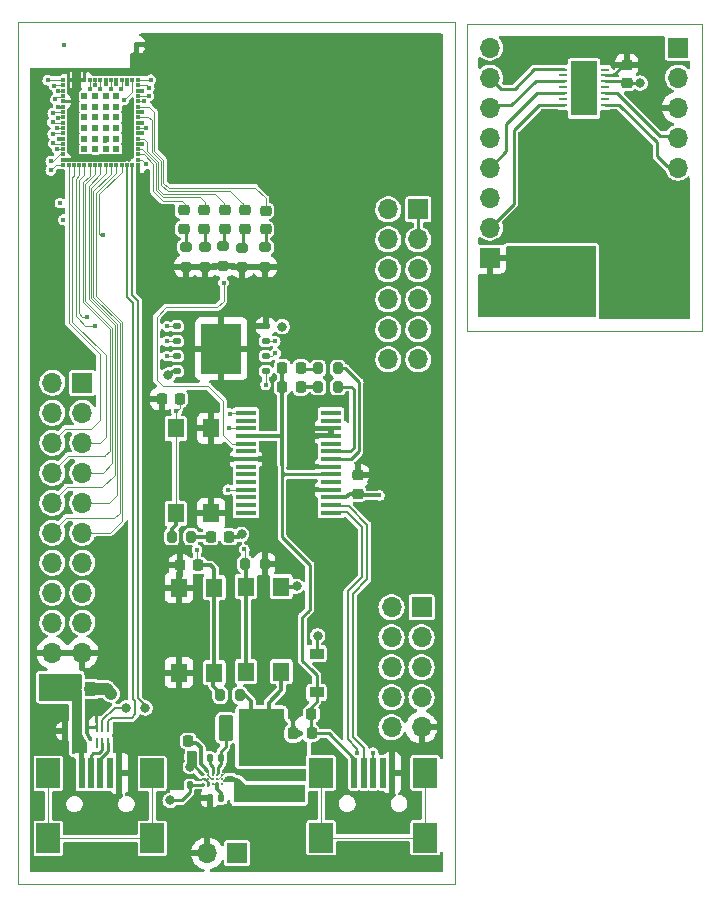
<source format=gbr>
%TF.GenerationSoftware,KiCad,Pcbnew,6.0.10-86aedd382b~118~ubuntu22.04.1*%
%TF.CreationDate,2023-02-06T10:04:35-03:00*%
%TF.ProjectId,MB_V2,4d425f56-322e-46b6-9963-61645f706362,1*%
%TF.SameCoordinates,Original*%
%TF.FileFunction,Copper,L1,Top*%
%TF.FilePolarity,Positive*%
%FSLAX46Y46*%
G04 Gerber Fmt 4.6, Leading zero omitted, Abs format (unit mm)*
G04 Created by KiCad (PCBNEW 6.0.10-86aedd382b~118~ubuntu22.04.1) date 2023-02-06 10:04:35*
%MOMM*%
%LPD*%
G01*
G04 APERTURE LIST*
G04 Aperture macros list*
%AMRoundRect*
0 Rectangle with rounded corners*
0 $1 Rounding radius*
0 $2 $3 $4 $5 $6 $7 $8 $9 X,Y pos of 4 corners*
0 Add a 4 corners polygon primitive as box body*
4,1,4,$2,$3,$4,$5,$6,$7,$8,$9,$2,$3,0*
0 Add four circle primitives for the rounded corners*
1,1,$1+$1,$2,$3*
1,1,$1+$1,$4,$5*
1,1,$1+$1,$6,$7*
1,1,$1+$1,$8,$9*
0 Add four rect primitives between the rounded corners*
20,1,$1+$1,$2,$3,$4,$5,0*
20,1,$1+$1,$4,$5,$6,$7,0*
20,1,$1+$1,$6,$7,$8,$9,0*
20,1,$1+$1,$8,$9,$2,$3,0*%
G04 Aperture macros list end*
%TA.AperFunction,Profile*%
%ADD10C,0.100000*%
%TD*%
%TA.AperFunction,ComponentPad*%
%ADD11R,1.700000X1.700000*%
%TD*%
%TA.AperFunction,ComponentPad*%
%ADD12O,1.700000X1.700000*%
%TD*%
%TA.AperFunction,SMDPad,CuDef*%
%ADD13R,1.400000X1.600000*%
%TD*%
%TA.AperFunction,SMDPad,CuDef*%
%ADD14R,0.500000X2.500000*%
%TD*%
%TA.AperFunction,SMDPad,CuDef*%
%ADD15R,2.000000X2.500000*%
%TD*%
%TA.AperFunction,SMDPad,CuDef*%
%ADD16R,1.750000X0.450000*%
%TD*%
%TA.AperFunction,SMDPad,CuDef*%
%ADD17RoundRect,0.218750X0.256250X-0.218750X0.256250X0.218750X-0.256250X0.218750X-0.256250X-0.218750X0*%
%TD*%
%TA.AperFunction,SMDPad,CuDef*%
%ADD18RoundRect,0.140000X-0.140000X-0.170000X0.140000X-0.170000X0.140000X0.170000X-0.140000X0.170000X0*%
%TD*%
%TA.AperFunction,SMDPad,CuDef*%
%ADD19RoundRect,0.225000X-0.250000X0.225000X-0.250000X-0.225000X0.250000X-0.225000X0.250000X0.225000X0*%
%TD*%
%TA.AperFunction,SMDPad,CuDef*%
%ADD20RoundRect,0.200000X0.200000X0.275000X-0.200000X0.275000X-0.200000X-0.275000X0.200000X-0.275000X0*%
%TD*%
%TA.AperFunction,SMDPad,CuDef*%
%ADD21RoundRect,0.200000X-0.275000X0.200000X-0.275000X-0.200000X0.275000X-0.200000X0.275000X0.200000X0*%
%TD*%
%TA.AperFunction,SMDPad,CuDef*%
%ADD22RoundRect,0.140000X0.140000X0.170000X-0.140000X0.170000X-0.140000X-0.170000X0.140000X-0.170000X0*%
%TD*%
%TA.AperFunction,SMDPad,CuDef*%
%ADD23RoundRect,0.225000X0.225000X0.250000X-0.225000X0.250000X-0.225000X-0.250000X0.225000X-0.250000X0*%
%TD*%
%TA.AperFunction,SMDPad,CuDef*%
%ADD24R,0.900000X1.200000*%
%TD*%
%TA.AperFunction,SMDPad,CuDef*%
%ADD25RoundRect,0.250000X-0.375000X-0.850000X0.375000X-0.850000X0.375000X0.850000X-0.375000X0.850000X0*%
%TD*%
%TA.AperFunction,SMDPad,CuDef*%
%ADD26C,0.254000*%
%TD*%
%TA.AperFunction,SMDPad,CuDef*%
%ADD27RoundRect,0.225000X-0.225000X-0.250000X0.225000X-0.250000X0.225000X0.250000X-0.225000X0.250000X0*%
%TD*%
%TA.AperFunction,SMDPad,CuDef*%
%ADD28RoundRect,0.218750X0.218750X0.256250X-0.218750X0.256250X-0.218750X-0.256250X0.218750X-0.256250X0*%
%TD*%
%TA.AperFunction,SMDPad,CuDef*%
%ADD29RoundRect,0.200000X-0.200000X-0.275000X0.200000X-0.275000X0.200000X0.275000X-0.200000X0.275000X0*%
%TD*%
%TA.AperFunction,SMDPad,CuDef*%
%ADD30R,1.200000X0.900000*%
%TD*%
%TA.AperFunction,SMDPad,CuDef*%
%ADD31R,0.254800X0.807999*%
%TD*%
%TA.AperFunction,SMDPad,CuDef*%
%ADD32R,0.690000X0.280000*%
%TD*%
%TA.AperFunction,SMDPad,CuDef*%
%ADD33R,2.273000X4.600000*%
%TD*%
%TA.AperFunction,SMDPad,CuDef*%
%ADD34RoundRect,0.218750X-0.218750X-0.256250X0.218750X-0.256250X0.218750X0.256250X-0.218750X0.256250X0*%
%TD*%
%TA.AperFunction,SMDPad,CuDef*%
%ADD35R,0.350012X0.350012*%
%TD*%
%TA.AperFunction,SMDPad,CuDef*%
%ADD36R,0.350000X0.300000*%
%TD*%
%TA.AperFunction,SMDPad,CuDef*%
%ADD37R,0.300000X0.350000*%
%TD*%
%TA.AperFunction,SMDPad,CuDef*%
%ADD38R,0.599999X0.599999*%
%TD*%
%TA.AperFunction,SMDPad,CuDef*%
%ADD39R,0.429997X0.429997*%
%TD*%
%TA.AperFunction,SMDPad,CuDef*%
%ADD40R,0.406400X0.838200*%
%TD*%
%TA.AperFunction,SMDPad,CuDef*%
%ADD41RoundRect,0.125000X0.200000X0.125000X-0.200000X0.125000X-0.200000X-0.125000X0.200000X-0.125000X0*%
%TD*%
%TA.AperFunction,SMDPad,CuDef*%
%ADD42R,3.400000X4.300000*%
%TD*%
%TA.AperFunction,ViaPad*%
%ADD43C,0.800000*%
%TD*%
%TA.AperFunction,ViaPad*%
%ADD44C,0.400000*%
%TD*%
%TA.AperFunction,Conductor*%
%ADD45C,0.300000*%
%TD*%
%TA.AperFunction,Conductor*%
%ADD46C,0.102000*%
%TD*%
%TA.AperFunction,Conductor*%
%ADD47C,0.250000*%
%TD*%
%TA.AperFunction,Conductor*%
%ADD48C,0.101600*%
%TD*%
%TA.AperFunction,Conductor*%
%ADD49C,0.114300*%
%TD*%
%TA.AperFunction,Conductor*%
%ADD50C,0.200000*%
%TD*%
%TA.AperFunction,Conductor*%
%ADD51C,1.000000*%
%TD*%
G04 APERTURE END LIST*
D10*
X132000000Y-105200000D02*
X151900000Y-105200000D01*
X151900000Y-105200000D02*
X151900000Y-131200000D01*
X151900000Y-131200000D02*
X132000000Y-131200000D01*
X132000000Y-131200000D02*
X132000000Y-105200000D01*
X94000000Y-105000000D02*
X131000000Y-105000000D01*
X131000000Y-105000000D02*
X131000000Y-178000000D01*
X131000000Y-178000000D02*
X94000000Y-178000000D01*
X94000000Y-178000000D02*
X94000000Y-105000000D01*
D11*
%TO.P,J8,1,Pin_1*%
%TO.N,Net-(F1-Pad1)*%
X112580000Y-175410000D03*
D12*
%TO.P,J8,2,Pin_2*%
%TO.N,GND*%
X110040000Y-175410000D03*
%TD*%
D13*
%TO.P,SW3,1,1*%
%TO.N,/STM32BLE/INT*%
X107380000Y-139430000D03*
X107380000Y-146630000D03*
%TO.P,SW3,2,2*%
%TO.N,GND*%
X110380000Y-146630000D03*
X110380000Y-139430000D03*
%TD*%
D14*
%TO.P,J4,1,VBUS*%
%TO.N,/STM32BLE/Modulo_conn/5v_USB_User*%
X99400000Y-168650000D03*
%TO.P,J4,2,D-*%
%TO.N,Net-(J4-Pad2)*%
X100200000Y-168650000D03*
%TO.P,J4,3,D+*%
%TO.N,Net-(J4-Pad3)*%
X101000000Y-168650000D03*
%TO.P,J4,4,ID*%
%TO.N,unconnected-(J4-Pad4)*%
X101800000Y-168650000D03*
%TO.P,J4,5,GND*%
%TO.N,GND*%
X102600000Y-168650000D03*
D15*
%TO.P,J4,6,Shield*%
%TO.N,unconnected-(J4-Pad6)*%
X96600000Y-174150000D03*
X105400000Y-168650000D03*
X105400000Y-174150000D03*
X96600000Y-168650000D03*
%TD*%
D16*
%TO.P,U3,1,TXD*%
%TO.N,USART_RX*%
X113320000Y-138135000D03*
%TO.P,U3,2,DTR*%
%TO.N,unconnected-(U3-Pad2)*%
X113320000Y-138785000D03*
%TO.P,U3,3,RTS*%
%TO.N,USART_CTS*%
X113320000Y-139435000D03*
%TO.P,U3,4,VCCIO*%
%TO.N,Net-(C17-Pad2)*%
X113320000Y-140085000D03*
%TO.P,U3,5,RXD*%
%TO.N,USART_TX*%
X113320000Y-140735000D03*
%TO.P,U3,6,RI*%
%TO.N,unconnected-(U3-Pad6)*%
X113320000Y-141385000D03*
%TO.P,U3,7,GND*%
%TO.N,GND*%
X113320000Y-142035000D03*
%TO.P,U3,8*%
%TO.N,N/C*%
X113320000Y-142685000D03*
%TO.P,U3,9,DCR*%
%TO.N,unconnected-(U3-Pad9)*%
X113320000Y-143335000D03*
%TO.P,U3,10,DCD*%
%TO.N,unconnected-(U3-Pad10)*%
X113320000Y-143985000D03*
%TO.P,U3,11,CTS*%
%TO.N,USART_RTS_DE*%
X113320000Y-144635000D03*
%TO.P,U3,12,CBUS4*%
%TO.N,unconnected-(U3-Pad12)*%
X113320000Y-145285000D03*
%TO.P,U3,13,CBUS2*%
%TO.N,unconnected-(U3-Pad13)*%
X113320000Y-145935000D03*
%TO.P,U3,14,CBUS3*%
%TO.N,unconnected-(U3-Pad14)*%
X113320000Y-146585000D03*
%TO.P,U3,15,USBD+*%
%TO.N,/STM32BLE/Modulo_conn/Prog_+*%
X120520000Y-146585000D03*
%TO.P,U3,16,USBD-*%
%TO.N,/STM32BLE/Modulo_conn/Prog_-*%
X120520000Y-145935000D03*
%TO.P,U3,17,3V3OUT*%
%TO.N,+3V3*%
X120520000Y-145285000D03*
%TO.P,U3,18,GND*%
%TO.N,GND*%
X120520000Y-144635000D03*
%TO.P,U3,19,~{RESET}*%
%TO.N,unconnected-(U3-Pad19)*%
X120520000Y-143985000D03*
%TO.P,U3,20,VCC*%
%TO.N,Net-(C17-Pad2)*%
X120520000Y-143335000D03*
%TO.P,U3,21,GND*%
%TO.N,GND*%
X120520000Y-142685000D03*
%TO.P,U3,22,CBUS1*%
%TO.N,Net-(R7-Pad2)*%
X120520000Y-142035000D03*
%TO.P,U3,23,CBUS0*%
%TO.N,Net-(R6-Pad2)*%
X120520000Y-141385000D03*
%TO.P,U3,24*%
%TO.N,N/C*%
X120520000Y-140735000D03*
%TO.P,U3,25,AGND*%
%TO.N,GND*%
X120520000Y-140085000D03*
%TO.P,U3,26,TEST*%
X120520000Y-139435000D03*
%TO.P,U3,27,OSCI*%
%TO.N,unconnected-(U3-Pad27)*%
X120520000Y-138785000D03*
%TO.P,U3,28,OSCO*%
%TO.N,unconnected-(U3-Pad28)*%
X120520000Y-138135000D03*
%TD*%
D17*
%TO.P,D2,1,K*%
%TO.N,Net-(D2-Pad1)*%
X108050000Y-122547500D03*
%TO.P,D2,2,A*%
%TO.N,LD_GR*%
X108050000Y-120972500D03*
%TD*%
D18*
%TO.P,C6,1*%
%TO.N,GND*%
X98020000Y-165050000D03*
%TO.P,C6,2*%
%TO.N,/STM32BLE/Modulo_conn/5v_USB_User*%
X98980000Y-165050000D03*
%TD*%
D19*
%TO.P,C1,1*%
%TO.N,+3V3*%
X145560000Y-108665000D03*
%TO.P,C1,2*%
%TO.N,GND*%
X145560000Y-110215000D03*
%TD*%
D20*
%TO.P,R9,1*%
%TO.N,Net-(D12-Pad1)*%
X108685000Y-148610000D03*
%TO.P,R9,2*%
%TO.N,/STM32BLE/INT*%
X107035000Y-148610000D03*
%TD*%
D21*
%TO.P,R1,1*%
%TO.N,Net-(D1-Pad1)*%
X109850000Y-124100000D03*
%TO.P,R1,2*%
%TO.N,GND*%
X109850000Y-125750000D03*
%TD*%
D22*
%TO.P,C12,1*%
%TO.N,+24V*%
X108600000Y-167260000D03*
%TO.P,C12,2*%
%TO.N,GND*%
X107640000Y-167260000D03*
%TD*%
D23*
%TO.P,C9,1*%
%TO.N,Net-(C9-Pad1)*%
X108410000Y-165920000D03*
%TO.P,C9,2*%
%TO.N,GND*%
X106860000Y-165920000D03*
%TD*%
D24*
%TO.P,D8,1,K*%
%TO.N,5V_Prog*%
X100150000Y-161500000D03*
%TO.P,D8,2,A*%
%TO.N,/STM32BLE/Modulo_conn/5v_USB_User*%
X96850000Y-161500000D03*
%TD*%
D25*
%TO.P,L2,1*%
%TO.N,Net-(C11-Pad2)*%
X111600000Y-164810000D03*
%TO.P,L2,2*%
%TO.N,+3V3*%
X113750000Y-164810000D03*
%TD*%
D18*
%TO.P,C11,1*%
%TO.N,Net-(C11-Pad1)*%
X110260000Y-167350000D03*
%TO.P,C11,2*%
%TO.N,Net-(C11-Pad2)*%
X111220000Y-167350000D03*
%TD*%
D19*
%TO.P,C5,1*%
%TO.N,GND*%
X122800000Y-143425000D03*
%TO.P,C5,2*%
%TO.N,+3V3*%
X122800000Y-144975000D03*
%TD*%
D11*
%TO.P,J7,1,Pin_1*%
%TO.N,+3V3*%
X127920000Y-120900000D03*
D12*
%TO.P,J7,2,Pin_2*%
%TO.N,VDDUSB*%
X125380000Y-120900000D03*
%TO.P,J7,3,Pin_3*%
%TO.N,+3V3*%
X127920000Y-123440000D03*
%TO.P,J7,4,Pin_4*%
%TO.N,PB13*%
X125380000Y-123440000D03*
%TO.P,J7,5,Pin_5*%
%TO.N,PB14*%
X127920000Y-125980000D03*
%TO.P,J7,6,Pin_6*%
%TO.N,PB15*%
X125380000Y-125980000D03*
%TO.P,J7,7,Pin_7*%
%TO.N,PB6*%
X127920000Y-128520000D03*
%TO.P,J7,8,Pin_8*%
%TO.N,PB12*%
X125380000Y-128520000D03*
%TO.P,J7,9,Pin_9*%
%TO.N,PB0*%
X127920000Y-131060000D03*
%TO.P,J7,10,Pin_10*%
%TO.N,PB1*%
X125380000Y-131060000D03*
%TO.P,J7,11,Pin_11*%
%TO.N,PC5*%
X127920000Y-133600000D03*
%TO.P,J7,12,Pin_12*%
%TO.N,PB11*%
X125380000Y-133600000D03*
%TD*%
D22*
%TO.P,C10,1*%
%TO.N,Net-(C10-Pad1)*%
X111230000Y-170730000D03*
%TO.P,C10,2*%
%TO.N,GND*%
X110270000Y-170730000D03*
%TD*%
D17*
%TO.P,D5,1,K*%
%TO.N,Net-(D5-Pad1)*%
X113230000Y-122547500D03*
%TO.P,D5,2,A*%
%TO.N,LD-WT*%
X113230000Y-120972500D03*
%TD*%
%TO.P,D1,1,K*%
%TO.N,Net-(D1-Pad1)*%
X109790000Y-122537500D03*
%TO.P,D1,2,A*%
%TO.N,LD_BL*%
X109790000Y-120962500D03*
%TD*%
D26*
%TO.P,U7,A1,IN1*%
%TO.N,+24V*%
X109700000Y-168750000D03*
%TO.P,U7,A2,SUP*%
%TO.N,Net-(C9-Pad1)*%
X110100000Y-168750000D03*
%TO.P,U7,A3,BST*%
%TO.N,Net-(C11-Pad1)*%
X110500000Y-168750000D03*
%TO.P,U7,A4,LX*%
%TO.N,Net-(C11-Pad2)*%
X110900000Y-168750000D03*
%TO.P,U7,A5,PGND*%
%TO.N,GND*%
X111300000Y-168750000D03*
%TO.P,U7,B1,VIO*%
X109700000Y-169150000D03*
%TO.P,U7,B2,SDA*%
X110100000Y-169150000D03*
%TO.P,U7,B3,EN*%
%TO.N,Net-(C9-Pad1)*%
X110500000Y-169150000D03*
%TO.P,U7,B4,AGND*%
%TO.N,GND*%
X110900000Y-169150000D03*
%TO.P,U7,B5,OUT/FB*%
%TO.N,+3V3*%
X111300000Y-169150000D03*
%TO.P,U7,C1,IN2*%
%TO.N,5V_Prog*%
X109700000Y-169550000D03*
%TO.P,U7,C2,SCL*%
%TO.N,GND*%
X110100000Y-169550000D03*
%TO.P,U7,C3,BIAS*%
%TO.N,Net-(C10-Pad1)*%
X110500000Y-169550000D03*
%TO.P,U7,C4,ILIM*%
X110900000Y-169550000D03*
%TO.P,U7,C5,POK*%
%TO.N,unconnected-(U7-PadC5)*%
X111300000Y-169550000D03*
%TD*%
D22*
%TO.P,C13,1*%
%TO.N,5V_Prog*%
X108550000Y-169600000D03*
%TO.P,C13,2*%
%TO.N,GND*%
X107590000Y-169600000D03*
%TD*%
D13*
%TO.P,SW1,1,1*%
%TO.N,/STM32BLE/NRST*%
X110650000Y-160125000D03*
X110650000Y-152925000D03*
%TO.P,SW1,2,2*%
%TO.N,GND*%
X107650000Y-160125000D03*
X107650000Y-152925000D03*
%TD*%
D27*
%TO.P,C2,1*%
%TO.N,GND*%
X107740000Y-151040000D03*
%TO.P,C2,2*%
%TO.N,/STM32BLE/NRST*%
X109290000Y-151040000D03*
%TD*%
D20*
%TO.P,R8,1*%
%TO.N,+3V3*%
X112790000Y-162020000D03*
%TO.P,R8,2*%
%TO.N,/STM32BLE/NRST*%
X111140000Y-162020000D03*
%TD*%
D14*
%TO.P,J3,1,VBUS*%
%TO.N,Net-(C17-Pad2)*%
X122500000Y-168600000D03*
%TO.P,J3,2,D-*%
%TO.N,/STM32BLE/Modulo_conn/Prog_-*%
X123300000Y-168600000D03*
%TO.P,J3,3,D+*%
%TO.N,/STM32BLE/Modulo_conn/Prog_+*%
X124100000Y-168600000D03*
%TO.P,J3,4,ID*%
%TO.N,unconnected-(J3-Pad4)*%
X124900000Y-168600000D03*
%TO.P,J3,5,GND*%
%TO.N,GND*%
X125700000Y-168600000D03*
D15*
%TO.P,J3,6,Shield*%
%TO.N,unconnected-(J3-Pad6)*%
X119700000Y-168600000D03*
X128500000Y-174100000D03*
X119700000Y-174100000D03*
X128500000Y-168600000D03*
%TD*%
D28*
%TO.P,D10,1,K*%
%TO.N,Net-(D10-Pad1)*%
X117960000Y-135940000D03*
%TO.P,D10,2,A*%
%TO.N,Net-(C17-Pad2)*%
X116385000Y-135940000D03*
%TD*%
D29*
%TO.P,R10,1*%
%TO.N,/STM32BLE/BOOT0*%
X113250000Y-150900000D03*
%TO.P,R10,2*%
%TO.N,GND*%
X114900000Y-150900000D03*
%TD*%
D11*
%TO.P,J2,1,Pin_1*%
%TO.N,GNDA*%
X149900000Y-107200000D03*
D12*
%TO.P,J2,2,Pin_2*%
%TO.N,GND*%
X149900000Y-109740000D03*
%TO.P,J2,3,Pin_3*%
%TO.N,+3V3*%
X149900000Y-112280000D03*
%TO.P,J2,4,Pin_4*%
%TO.N,/Track_Mag/DATA*%
X149900000Y-114820000D03*
%TO.P,J2,5,Pin_5*%
%TO.N,/Track_Mag/STROBE*%
X149900000Y-117360000D03*
%TD*%
D21*
%TO.P,R5,1*%
%TO.N,Net-(D5-Pad1)*%
X113030000Y-124140000D03*
%TO.P,R5,2*%
%TO.N,GND*%
X113030000Y-125790000D03*
%TD*%
D28*
%TO.P,D11,1,K*%
%TO.N,Net-(D11-Pad1)*%
X117977500Y-134290000D03*
%TO.P,D11,2,A*%
%TO.N,Net-(C17-Pad2)*%
X116402500Y-134290000D03*
%TD*%
D30*
%TO.P,D9,1,K*%
%TO.N,5V_Prog*%
X119300000Y-158500000D03*
%TO.P,D9,2,A*%
%TO.N,Net-(C17-Pad2)*%
X119300000Y-161800000D03*
%TD*%
D21*
%TO.P,R2,1*%
%TO.N,Net-(D2-Pad1)*%
X108210000Y-124085000D03*
%TO.P,R2,2*%
%TO.N,GND*%
X108210000Y-125735000D03*
%TD*%
%TO.P,R4,1*%
%TO.N,Net-(D4-Pad1)*%
X114960000Y-124095000D03*
%TO.P,R4,2*%
%TO.N,GND*%
X114960000Y-125745000D03*
%TD*%
D27*
%TO.P,C17,1*%
%TO.N,GND*%
X117327500Y-165262500D03*
%TO.P,C17,2*%
%TO.N,Net-(C17-Pad2)*%
X118877500Y-165262500D03*
%TD*%
D29*
%TO.P,R6,1*%
%TO.N,Net-(D10-Pad1)*%
X119465000Y-135920000D03*
%TO.P,R6,2*%
%TO.N,Net-(R6-Pad2)*%
X121115000Y-135920000D03*
%TD*%
%TO.P,R7,1*%
%TO.N,Net-(D11-Pad1)*%
X119455000Y-134360000D03*
%TO.P,R7,2*%
%TO.N,Net-(R7-Pad2)*%
X121105000Y-134360000D03*
%TD*%
D21*
%TO.P,R3,1*%
%TO.N,Net-(D3-Pad1)*%
X111420000Y-124015000D03*
%TO.P,R3,2*%
%TO.N,GND*%
X111420000Y-125665000D03*
%TD*%
D11*
%TO.P,J6,1,Pin_1*%
%TO.N,5V_Prog*%
X99470000Y-135570000D03*
D12*
%TO.P,J6,2,Pin_2*%
X96930000Y-135570000D03*
%TO.P,J6,3,Pin_3*%
%TO.N,+3V3*%
X99470000Y-138110000D03*
%TO.P,J6,4,Pin_4*%
X96930000Y-138110000D03*
%TO.P,J6,5,Pin_5*%
%TO.N,PB5*%
X99470000Y-140650000D03*
%TO.P,J6,6,Pin_6*%
%TO.N,PB7*%
X96930000Y-140650000D03*
%TO.P,J6,7,Pin_7*%
%TO.N,PC11*%
X99470000Y-143190000D03*
%TO.P,J6,8,Pin_8*%
%TO.N,PC10*%
X96930000Y-143190000D03*
%TO.P,J6,9,Pin_9*%
%TO.N,PA13*%
X99470000Y-145730000D03*
%TO.P,J6,10,Pin_10*%
%TO.N,PC12*%
X96930000Y-145730000D03*
%TO.P,J6,11,Pin_11*%
%TO.N,PA15*%
X99470000Y-148270000D03*
%TO.P,J6,12,Pin_12*%
%TO.N,PA14*%
X96930000Y-148270000D03*
%TO.P,J6,13,Pin_13*%
%TO.N,PC0*%
X99470000Y-150810000D03*
%TO.P,J6,14,Pin_14*%
%TO.N,PB8*%
X96930000Y-150810000D03*
%TO.P,J6,15,Pin_15*%
%TO.N,PC1*%
X99470000Y-153350000D03*
%TO.P,J6,16,Pin_16*%
%TO.N,PB9*%
X96930000Y-153350000D03*
%TO.P,J6,17,Pin_17*%
%TO.N,PC3*%
X99470000Y-155890000D03*
%TO.P,J6,18,Pin_18*%
%TO.N,PC2*%
X96930000Y-155890000D03*
%TO.P,J6,19,Pin_19*%
%TO.N,GND*%
X99470000Y-158430000D03*
%TO.P,J6,20,Pin_20*%
X96930000Y-158430000D03*
%TD*%
D19*
%TO.P,C14,1*%
%TO.N,+3V3*%
X117000000Y-167230000D03*
%TO.P,C14,2*%
%TO.N,GND*%
X117000000Y-168780000D03*
%TD*%
D17*
%TO.P,D4,1,K*%
%TO.N,Net-(D4-Pad1)*%
X114980000Y-122587500D03*
%TO.P,D4,2,A*%
%TO.N,LD_YW*%
X114980000Y-121012500D03*
%TD*%
D31*
%TO.P,U6,1,D+*%
%TO.N,USB_P*%
X101674999Y-164729300D03*
%TO.P,U6,2,D-*%
%TO.N,USB_N*%
X101175000Y-164729300D03*
%TO.P,U6,3,GND*%
%TO.N,GND*%
X100675001Y-164729300D03*
%TO.P,U6,4,NC*%
%TO.N,unconnected-(U6-Pad4)*%
X100675001Y-166070700D03*
%TO.P,U6,5,D-*%
%TO.N,Net-(J4-Pad2)*%
X101175000Y-166070700D03*
%TO.P,U6,6,D+*%
%TO.N,Net-(J4-Pad3)*%
X101674999Y-166070700D03*
%TD*%
D13*
%TO.P,SW2,1,1*%
%TO.N,+3V3*%
X116320000Y-152840000D03*
X116320000Y-160040000D03*
%TO.P,SW2,2,2*%
%TO.N,/STM32BLE/BOOT0*%
X113320000Y-152840000D03*
X113320000Y-160040000D03*
%TD*%
D27*
%TO.P,C18,1*%
%TO.N,GND*%
X117312500Y-163602500D03*
%TO.P,C18,2*%
%TO.N,Net-(C17-Pad2)*%
X118862500Y-163602500D03*
%TD*%
D11*
%TO.P,J5,1,Pin_1*%
%TO.N,PB10*%
X128190000Y-154600000D03*
D12*
%TO.P,J5,2,Pin_2*%
%TO.N,PB2*%
X125650000Y-154600000D03*
%TO.P,J5,3,Pin_3*%
%TO.N,PC4*%
X128190000Y-157140000D03*
%TO.P,J5,4,Pin_4*%
%TO.N,PA8*%
X125650000Y-157140000D03*
%TO.P,J5,5,Pin_5*%
%TO.N,PA7*%
X128190000Y-159680000D03*
%TO.P,J5,6,Pin_6*%
%TO.N,PA6*%
X125650000Y-159680000D03*
%TO.P,J5,7,Pin_7*%
%TO.N,PA5*%
X128190000Y-162220000D03*
%TO.P,J5,8,Pin_8*%
%TO.N,PA4*%
X125650000Y-162220000D03*
%TO.P,J5,9,Pin_9*%
%TO.N,GND*%
X128190000Y-164760000D03*
%TO.P,J5,10,Pin_10*%
%TO.N,PA1*%
X125650000Y-164760000D03*
%TD*%
D19*
%TO.P,C16,1*%
%TO.N,+3V3*%
X113920000Y-167215000D03*
%TO.P,C16,2*%
%TO.N,GND*%
X113920000Y-168765000D03*
%TD*%
%TO.P,C15,1*%
%TO.N,+3V3*%
X115440000Y-167215000D03*
%TO.P,C15,2*%
%TO.N,GND*%
X115440000Y-168765000D03*
%TD*%
D32*
%TO.P,U1,1,HEAD_COMMOMN*%
%TO.N,/Track_Mag/HC*%
X140195000Y-109060000D03*
%TO.P,U1,2,NC*%
%TO.N,unconnected-(U1-Pad2)*%
X140195000Y-109560000D03*
%TO.P,U1,3,HEAD_A*%
%TO.N,/Track_Mag/Track_A*%
X140195000Y-110060000D03*
%TO.P,U1,4,NC*%
%TO.N,unconnected-(U1-Pad4)*%
X140195000Y-110560000D03*
%TO.P,U1,5,HEAD_B*%
%TO.N,/Track_Mag/Track_B*%
X140195000Y-111060000D03*
%TO.P,U1,6,NC*%
%TO.N,unconnected-(U1-Pad6)*%
X140195000Y-111560000D03*
%TO.P,U1,7,HEAD_C*%
%TO.N,/Track_Mag/Track_C*%
X140195000Y-112060000D03*
%TO.P,U1,8,STROBE*%
%TO.N,/Track_Mag/STROBE*%
X143685000Y-112060000D03*
%TO.P,U1,9,NC*%
%TO.N,unconnected-(U1-Pad9)*%
X143685000Y-111560000D03*
%TO.P,U1,10,DATA*%
%TO.N,/Track_Mag/DATA*%
X143685000Y-111060000D03*
%TO.P,U1,11,NC*%
%TO.N,unconnected-(U1-Pad11)*%
X143685000Y-110560000D03*
%TO.P,U1,12,VSS*%
%TO.N,GND*%
X143685000Y-110060000D03*
%TO.P,U1,13,VDD*%
%TO.N,+3V3*%
X143685000Y-109560000D03*
%TO.P,U1,14,NC*%
%TO.N,unconnected-(U1-Pad14)*%
X143685000Y-109060000D03*
D33*
%TO.P,U1,15,GND*%
%TO.N,GND*%
X141940000Y-110660000D03*
%TD*%
D34*
%TO.P,D12,1,K*%
%TO.N,Net-(D12-Pad1)*%
X110322500Y-148620000D03*
%TO.P,D12,2,A*%
%TO.N,+3V3*%
X111897500Y-148620000D03*
%TD*%
D35*
%TO.P,U2,1,PA2*%
%TO.N,MEM_CS*%
X97825000Y-109924999D03*
D36*
%TO.P,U2,2,PA1*%
%TO.N,PA1*%
X97825000Y-110399999D03*
%TO.P,U2,3,PA0*%
%TO.N,/STM32BLE/INT*%
X97825000Y-110850000D03*
%TO.P,U2,4,VREF+*%
%TO.N,+3V3*%
X97825000Y-111299999D03*
%TO.P,U2,5,VSS*%
%TO.N,GND*%
X97825000Y-111749999D03*
%TO.P,U2,6,VDDA*%
%TO.N,+3V3*%
X97825000Y-112200000D03*
%TO.P,U2,7,PC3*%
%TO.N,PC3*%
X97825000Y-112649999D03*
%TO.P,U2,8,PC2*%
%TO.N,PC2*%
X97825000Y-113100001D03*
%TO.P,U2,9,PC1*%
%TO.N,PC1*%
X97825000Y-113550000D03*
%TO.P,U2,10,NRST*%
%TO.N,/STM32BLE/NRST*%
X97825000Y-113999999D03*
%TO.P,U2,11,PB9*%
%TO.N,PB9*%
X97825000Y-114450001D03*
%TO.P,U2,12,PC0*%
%TO.N,PC0*%
X97825000Y-114900000D03*
%TO.P,U2,13,PH3-BOOT0*%
%TO.N,/STM32BLE/BOOT0*%
X97825000Y-115350001D03*
%TO.P,U2,14,PB8*%
%TO.N,PB8*%
X97825000Y-115800001D03*
%TO.P,U2,15,VBAT*%
%TO.N,+3V3*%
X97825000Y-116250000D03*
%TO.P,U2,16,VSS*%
%TO.N,GND*%
X97825000Y-116700001D03*
D35*
%TO.P,U2,17,VDDA*%
%TO.N,+3V3*%
X97825000Y-117175002D03*
D37*
%TO.P,U2,18,PB7*%
%TO.N,PB7*%
X98300000Y-117175002D03*
%TO.P,U2,19,PB5*%
%TO.N,PB5*%
X98749999Y-117175002D03*
%TO.P,U2,20,PB4*%
%TO.N,USART_CTS*%
X99199999Y-117175002D03*
%TO.P,U2,21,PB3*%
%TO.N,USART_RTS_DE*%
X99650000Y-117175002D03*
%TO.P,U2,22,PC10*%
%TO.N,PC10*%
X100099999Y-117175002D03*
%TO.P,U2,23,PC11*%
%TO.N,PC11*%
X100550001Y-117175002D03*
%TO.P,U2,24,PC12*%
%TO.N,PC12*%
X101000000Y-117175002D03*
%TO.P,U2,25,PA13*%
%TO.N,PA13*%
X101449999Y-117175002D03*
%TO.P,U2,26,PA14*%
%TO.N,PA14*%
X101900001Y-117175002D03*
%TO.P,U2,27,PA15*%
%TO.N,PA15*%
X102350000Y-117175002D03*
%TO.P,U2,28,PA10*%
%TO.N,USART_RX*%
X102800001Y-117175002D03*
%TO.P,U2,29,PA12*%
%TO.N,USB_P*%
X103250001Y-117175002D03*
%TO.P,U2,30,PA11*%
%TO.N,USB_N*%
X103700000Y-117175002D03*
D35*
%TO.P,U2,31,VSS*%
%TO.N,GND*%
X104175000Y-117175002D03*
D36*
%TO.P,U2,32,VDDUSB*%
%TO.N,VDDUSB*%
X104175000Y-116700001D03*
%TO.P,U2,33,PD0*%
%TO.N,LD_GR*%
X104175000Y-116250000D03*
%TO.P,U2,34,PD1*%
%TO.N,LD_BL*%
X104175000Y-115800001D03*
%TO.P,U2,35,PB13*%
%TO.N,PB13*%
X104175000Y-115350001D03*
%TO.P,U2,36,PC6*%
%TO.N,LD_RD*%
X104175000Y-114900000D03*
%TO.P,U2,37,PB14*%
%TO.N,PB14*%
X104175000Y-114450001D03*
%TO.P,U2,38,PB15*%
%TO.N,PB15*%
X104175000Y-113999999D03*
%TO.P,U2,39,PB6*%
%TO.N,PB6*%
X104175000Y-113550000D03*
%TO.P,U2,40,PC13*%
%TO.N,LD-WT*%
X104175000Y-113100001D03*
%TO.P,U2,41,PB12*%
%TO.N,PB12*%
X104175000Y-112649999D03*
%TO.P,U2,42,PE4*%
%TO.N,LD_YW*%
X104175000Y-112200000D03*
%TO.P,U2,43,PB0*%
%TO.N,PB0*%
X104175000Y-111749999D03*
%TO.P,U2,44,PB1*%
%TO.N,PB1*%
X104175000Y-111299999D03*
%TO.P,U2,45,PC5*%
%TO.N,PC5*%
X104175000Y-110850000D03*
%TO.P,U2,46,PB11*%
%TO.N,PB11*%
X104175000Y-110399999D03*
D35*
%TO.P,U2,47,PB10*%
%TO.N,PB10*%
X104175000Y-109924999D03*
D37*
%TO.P,U2,48,PB2*%
%TO.N,PB2*%
X103700000Y-109924998D03*
%TO.P,U2,49,PC4*%
%TO.N,PC4*%
X103250001Y-109924998D03*
%TO.P,U2,50,PA8*%
%TO.N,PA8*%
X102800001Y-109924998D03*
%TO.P,U2,51,PA9*%
%TO.N,USART_TX*%
X102350000Y-109924998D03*
%TO.P,U2,52,PA7*%
%TO.N,PA7*%
X101900001Y-109924998D03*
%TO.P,U2,53,PA6*%
%TO.N,PA6*%
X101449999Y-109924998D03*
%TO.P,U2,54,PA5*%
%TO.N,PA5*%
X101000000Y-109924998D03*
%TO.P,U2,55,PA4*%
%TO.N,PA4*%
X100550001Y-109924998D03*
%TO.P,U2,56,PA3*%
%TO.N,MEM_SCK*%
X100099999Y-109924998D03*
%TO.P,U2,57,VSS*%
%TO.N,GND*%
X99650000Y-109924998D03*
%TO.P,U2,58,ANT_IN*%
X99199999Y-109924998D03*
%TO.P,U2,59,RF_OUT*%
X98749999Y-109924998D03*
%TO.P,U2,60,VSS*%
X98300000Y-109924998D03*
D38*
%TO.P,U2,61,PH0*%
%TO.N,unconnected-(U2-Pad61)*%
X99650000Y-111299999D03*
%TO.P,U2,62,PH1*%
%TO.N,unconnected-(U2-Pad62)*%
X99650000Y-112199999D03*
%TO.P,U2,63,PD14*%
%TO.N,unconnected-(U2-Pad63)*%
X99650000Y-113099999D03*
%TO.P,U2,64,PE1*%
%TO.N,unconnected-(U2-Pad64)*%
X99650000Y-113999999D03*
%TO.P,U2,65,PD13*%
%TO.N,unconnected-(U2-Pad65)*%
X99650000Y-114899999D03*
%TO.P,U2,66,PD12*%
%TO.N,unconnected-(U2-Pad66)*%
X99650000Y-115799999D03*
%TO.P,U2,67,PD7*%
%TO.N,MEM_IO3{slash}HOLD*%
X100550000Y-115799999D03*
%TO.P,U2,68,PD2*%
%TO.N,unconnected-(U2-Pad68)*%
X101450000Y-115799999D03*
%TO.P,U2,69,PC9*%
%TO.N,unconnected-(U2-Pad69)*%
X102350000Y-115799999D03*
%TO.P,U2,70,PD3*%
%TO.N,unconnected-(U2-Pad70)*%
X102350000Y-114899999D03*
%TO.P,U2,71,PC7*%
%TO.N,unconnected-(U2-Pad71)*%
X102350000Y-113999999D03*
%TO.P,U2,72,PE3*%
%TO.N,unconnected-(U2-Pad72)*%
X102350000Y-113099999D03*
%TO.P,U2,73,PD4*%
%TO.N,MEM_IO0{slash}DI*%
X102350000Y-112199999D03*
%TO.P,U2,74,PD9*%
%TO.N,unconnected-(U2-Pad74)*%
X102350000Y-111299999D03*
%TO.P,U2,75,PD8*%
%TO.N,unconnected-(U2-Pad75)*%
X101450000Y-111299999D03*
%TO.P,U2,76,PD15*%
%TO.N,unconnected-(U2-Pad76)*%
X100550000Y-111299999D03*
%TO.P,U2,77,PD10*%
%TO.N,unconnected-(U2-Pad77)*%
X100550000Y-112199999D03*
%TO.P,U2,78,PE2*%
%TO.N,unconnected-(U2-Pad78)*%
X100550000Y-113099999D03*
%TO.P,U2,79,PE0*%
%TO.N,unconnected-(U2-Pad79)*%
X100550000Y-113999999D03*
%TO.P,U2,80,PD5*%
%TO.N,MEM_IO1{slash}DO*%
X100550000Y-114899999D03*
%TO.P,U2,81,PD6*%
%TO.N,MEM_IO2{slash}WP*%
X101450000Y-114899999D03*
%TO.P,U2,82,PD11*%
%TO.N,unconnected-(U2-Pad82)*%
X101450000Y-113999999D03*
%TO.P,U2,83,PC8*%
%TO.N,unconnected-(U2-Pad83)*%
X101450000Y-113099999D03*
%TO.P,U2,84,VSS*%
%TO.N,GND*%
X101450000Y-112199999D03*
D39*
%TO.P,U2,85,ANT_NC*%
%TO.N,unconnected-(U2-Pad85)*%
X97950000Y-106964999D03*
%TO.P,U2,86,VSS*%
%TO.N,GND*%
X104050000Y-106964999D03*
%TD*%
D40*
%TO.P,D6,1,K*%
%TO.N,/STM32BLE/Modulo_conn/5v_USB_User*%
X98900000Y-163600000D03*
%TO.P,D6,2,A*%
%TO.N,GND*%
X97858600Y-163600000D03*
%TD*%
D17*
%TO.P,D3,1,K*%
%TO.N,Net-(D3-Pad1)*%
X111520000Y-122547500D03*
%TO.P,D3,2,A*%
%TO.N,LD_RD*%
X111520000Y-120972500D03*
%TD*%
D11*
%TO.P,J1,1,Pin_1*%
%TO.N,+24V*%
X133975000Y-124975000D03*
D12*
%TO.P,J1,2,Pin_2*%
%TO.N,/Track_Mag/Track_C*%
X133975000Y-122435000D03*
%TO.P,J1,3,Pin_3*%
%TO.N,/Track_Mag/HC*%
X133975000Y-119895000D03*
%TO.P,J1,4,Pin_4*%
%TO.N,/Track_Mag/Track_B*%
X133975000Y-117355000D03*
%TO.P,J1,5,Pin_5*%
%TO.N,/Track_Mag/HC*%
X133975000Y-114815000D03*
%TO.P,J1,6,Pin_6*%
%TO.N,/Track_Mag/Track_A*%
X133975000Y-112275000D03*
%TO.P,J1,7,Pin_7*%
%TO.N,/Track_Mag/HC*%
X133975000Y-109735000D03*
%TO.P,J1,8,Pin_8*%
%TO.N,GNDA*%
X133975000Y-107195000D03*
%TD*%
D27*
%TO.P,C4,1*%
%TO.N,GND*%
X106175000Y-136930000D03*
%TO.P,C4,2*%
%TO.N,/STM32BLE/INT*%
X107725000Y-136930000D03*
%TD*%
D41*
%TO.P,U5,1,~{CS}*%
%TO.N,MEM_CS*%
X114990000Y-134605000D03*
%TO.P,U5,2,DO(IO1)*%
%TO.N,MEM_IO1{slash}DO*%
X114990000Y-133335000D03*
%TO.P,U5,3,IO2*%
%TO.N,MEM_IO2{slash}WP*%
X114990000Y-132065000D03*
%TO.P,U5,4,GND*%
%TO.N,GND*%
X114990000Y-130795000D03*
%TO.P,U5,5,DI(IO0)*%
%TO.N,MEM_IO0{slash}DI*%
X107490000Y-130795000D03*
%TO.P,U5,6,CLK*%
%TO.N,MEM_SCK*%
X107490000Y-132065000D03*
%TO.P,U5,7,IO3*%
%TO.N,MEM_IO3{slash}HOLD*%
X107490000Y-133335000D03*
%TO.P,U5,8,VCC*%
%TO.N,+3V3*%
X107490000Y-134605000D03*
D42*
%TO.P,U5,9,EP*%
%TO.N,GND*%
X111240000Y-132700000D03*
%TD*%
D43*
%TO.N,GND*%
X100400000Y-163200000D03*
D44*
%TO.N,+3V3*%
X97173350Y-111593789D03*
D43*
X117610000Y-152800000D03*
X147100000Y-119100000D03*
X116380000Y-130820000D03*
D44*
X96800000Y-117600000D03*
X97450000Y-112193349D03*
D43*
X117300000Y-170400000D03*
X112960000Y-148410000D03*
X115240000Y-165850000D03*
D44*
X124620000Y-145120000D03*
D43*
X106734973Y-134915027D03*
D44*
X96793377Y-116806623D03*
D43*
%TO.N,GND*%
X114000000Y-117000000D03*
D44*
X102440000Y-109160000D03*
D43*
X110000000Y-109000000D03*
X124000000Y-109000000D03*
X146700000Y-110200000D03*
X119000000Y-119000000D03*
X96500000Y-129000000D03*
X119000000Y-115000000D03*
X126000000Y-145000000D03*
X118000000Y-138500000D03*
X122000000Y-117000000D03*
X118000000Y-117000000D03*
X107000000Y-111000000D03*
X127000000Y-107000000D03*
X126000000Y-141000000D03*
X123000000Y-107000000D03*
X113000000Y-107000000D03*
X120000000Y-121000000D03*
X114500000Y-155000000D03*
X126000000Y-147000000D03*
D44*
X103940000Y-109120000D03*
D43*
X117000000Y-119000000D03*
X126000000Y-149000000D03*
X120000000Y-113000000D03*
X128000000Y-109000000D03*
X124000000Y-144000000D03*
X119500000Y-150000000D03*
X105000000Y-165000000D03*
D44*
X98010000Y-109250000D03*
D43*
X121000000Y-119000000D03*
D44*
X98750000Y-109230000D03*
D43*
X115500000Y-141000000D03*
X120000000Y-109000000D03*
X109000000Y-144000000D03*
X119000000Y-111000000D03*
X108000000Y-164000000D03*
X114500000Y-156500000D03*
X106500000Y-164000000D03*
X128000000Y-136000000D03*
X109500000Y-157500000D03*
X119000000Y-107000000D03*
D44*
X101230000Y-109140000D03*
D43*
X127000000Y-111000000D03*
X123000000Y-115000000D03*
D44*
X101500000Y-112200000D03*
X99670000Y-109170000D03*
D43*
X112000000Y-109000000D03*
X126000000Y-109000000D03*
X128000000Y-142000000D03*
X123000000Y-119000000D03*
X118000000Y-142000000D03*
X112000000Y-117000000D03*
X126000000Y-139000000D03*
X117000000Y-107000000D03*
X122000000Y-109000000D03*
X113000000Y-115000000D03*
X126000000Y-116500000D03*
X106000000Y-109000000D03*
X111000000Y-111000000D03*
X122000000Y-113000000D03*
X108000000Y-113000000D03*
X109000000Y-142000000D03*
X105000000Y-107000000D03*
X128000000Y-152000000D03*
X109000000Y-107000000D03*
X118000000Y-113000000D03*
D44*
X112670000Y-168580000D03*
D43*
X126000000Y-137000000D03*
X128000000Y-138000000D03*
X124000000Y-138000000D03*
X115500000Y-143500000D03*
X124000000Y-113000000D03*
X142540000Y-111250000D03*
X126000000Y-135000000D03*
X118500000Y-149000000D03*
X128000000Y-146000000D03*
X109000000Y-115000000D03*
X142640000Y-112250000D03*
X109500000Y-155500000D03*
X117010000Y-173120000D03*
X110000000Y-113000000D03*
D44*
X103910000Y-107740000D03*
D43*
X114000000Y-113000000D03*
X113000000Y-111000000D03*
X124000000Y-136000000D03*
X108000000Y-162500000D03*
X114000000Y-109000000D03*
X115000000Y-115000000D03*
X108000000Y-109000000D03*
X115000000Y-111000000D03*
X121900000Y-172575000D03*
X121000000Y-111000000D03*
X142640000Y-110050000D03*
X121000000Y-107000000D03*
X97500000Y-132000000D03*
X115200000Y-158100000D03*
X110000000Y-117000000D03*
X96500000Y-124500000D03*
X108000000Y-157000000D03*
X98275000Y-173150000D03*
X111000000Y-107000000D03*
X116000000Y-113000000D03*
X128000000Y-144000000D03*
D44*
X97020000Y-125880000D03*
X103890000Y-108260000D03*
D43*
X111000000Y-115000000D03*
X128000000Y-113000000D03*
X124000000Y-142000000D03*
X118470000Y-171860000D03*
D44*
X103260000Y-109210000D03*
D43*
X115000000Y-107000000D03*
X107000000Y-115000000D03*
X116000000Y-117000000D03*
X141440000Y-108950000D03*
X112000000Y-113000000D03*
X124000000Y-117000000D03*
X125000000Y-107000000D03*
X118000000Y-109000000D03*
X124000000Y-146000000D03*
D44*
X112090000Y-167740000D03*
X96890000Y-109260000D03*
D43*
X125000000Y-148000000D03*
X96500000Y-133000000D03*
X115500000Y-145500000D03*
X104625000Y-166275000D03*
X124500000Y-153000000D03*
X108000000Y-155000000D03*
X118000000Y-121000000D03*
X120000000Y-117000000D03*
X123000000Y-111000000D03*
X141540000Y-111250000D03*
X108000000Y-117000000D03*
X142540000Y-108950000D03*
X107000000Y-107000000D03*
X97500000Y-130000000D03*
X128000000Y-140000000D03*
X97000000Y-127500000D03*
X127000000Y-151000000D03*
X121000000Y-115000000D03*
X117000000Y-115000000D03*
X127000000Y-115000000D03*
X141440000Y-112250000D03*
X126000000Y-143000000D03*
X106000000Y-162500000D03*
D44*
X101840000Y-109160000D03*
D43*
X98500000Y-133500000D03*
X109000000Y-111000000D03*
X116000000Y-109000000D03*
X128000000Y-148000000D03*
X96500000Y-131000000D03*
X124000000Y-140000000D03*
D44*
X118040000Y-168790000D03*
D43*
X126225000Y-172725000D03*
X118000000Y-140500000D03*
X128000000Y-116500000D03*
X141540000Y-110050000D03*
X126000000Y-113000000D03*
X122000000Y-121000000D03*
X128000000Y-150000000D03*
D44*
X100610000Y-109220000D03*
X112150000Y-166770000D03*
D43*
X117000000Y-111000000D03*
X125000000Y-111000000D03*
X125000000Y-115000000D03*
%TO.N,+24V*%
X108560000Y-168080000D03*
D44*
%TO.N,/STM32BLE/NRST*%
X109180000Y-149760000D03*
X97300000Y-114000000D03*
X97570000Y-120370000D03*
%TO.N,/STM32BLE/BOOT0*%
X97024302Y-115303338D03*
X97849500Y-121780000D03*
X113170000Y-149690000D03*
%TO.N,MEM_CS*%
X96535848Y-109957092D03*
X114990000Y-135750000D03*
%TO.N,PB10*%
X105250000Y-109925000D03*
%TO.N,MEM_IO3{slash}HOLD*%
X106650000Y-133325000D03*
X100600000Y-115870000D03*
%TO.N,MEM_SCK*%
X106625000Y-132075000D03*
X100121026Y-110675167D03*
%TO.N,MEM_IO0{slash}DI*%
X106650000Y-130800000D03*
X102390000Y-112230000D03*
%TO.N,/STM32BLE/INT*%
X107440000Y-138010000D03*
X97408177Y-110897663D03*
%TO.N,PB15*%
X104880819Y-113989005D03*
%TO.N,PB12*%
X104529306Y-112650001D03*
%TO.N,PB0*%
X104729304Y-111750002D03*
%TO.N,PB1*%
X105092591Y-111288689D03*
%TO.N,PB11*%
X105126379Y-110611715D03*
%TO.N,PB2*%
X102998546Y-111625819D03*
%TO.N,USART_CTS*%
X111930000Y-139420000D03*
X100560000Y-130750000D03*
%TO.N,USART_RTS_DE*%
X111780000Y-144640000D03*
X99880000Y-129990000D03*
%TO.N,MEM_IO1{slash}DO*%
X100620000Y-114980000D03*
X115825000Y-133075000D03*
%TO.N,PA1*%
X97070970Y-110415091D03*
%TO.N,PC3*%
X96963509Y-112764979D03*
%TO.N,PC2*%
X97435427Y-113124120D03*
%TO.N,PC1*%
X96955079Y-113526443D03*
%TO.N,PC0*%
X97456132Y-114909198D03*
%TO.N,USART_RX*%
X101180000Y-123090000D03*
X111980000Y-138190000D03*
%TO.N,PC5*%
X104531384Y-110851249D03*
%TO.N,PC4*%
X103235133Y-110302114D03*
%TO.N,PA8*%
X102782333Y-110676520D03*
%TO.N,USART_TX*%
X102340000Y-110320000D03*
X111424644Y-127090224D03*
%TO.N,PA7*%
X101910645Y-110679483D03*
%TO.N,PA6*%
X101440000Y-110310000D03*
%TO.N,PA5*%
X100988685Y-110679193D03*
%TO.N,PA4*%
X100550000Y-110330000D03*
%TO.N,MEM_IO2{slash}WP*%
X115800000Y-132075000D03*
X101420000Y-115070000D03*
D43*
%TO.N,USB_N*%
X103164999Y-163100000D03*
X104774999Y-163100000D03*
%TO.N,5V_Prog*%
X119400000Y-157000000D03*
X101910000Y-161890000D03*
X106910000Y-170930000D03*
D44*
%TO.N,VDDUSB*%
X104826066Y-117026269D03*
%TO.N,PB6*%
X104529308Y-113550000D03*
%TO.N,PB8*%
X97353785Y-115804181D03*
%TO.N,PB9*%
X96966624Y-114508999D03*
%TO.N,PB13*%
X104529306Y-115350000D03*
%TO.N,PB14*%
X104529306Y-114449999D03*
%TO.N,/STM32BLE/Modulo_conn/Prog_+*%
X124100000Y-166900000D03*
X122750000Y-166925000D03*
%TD*%
D45*
%TO.N,GND*%
X117327500Y-165262500D02*
X117327500Y-163617500D01*
X117327500Y-163617500D02*
X117312500Y-163602500D01*
D46*
X111730000Y-168320000D02*
X111730000Y-168070000D01*
X111300000Y-168750000D02*
X111730000Y-168320000D01*
X111730000Y-168070000D02*
X112060000Y-167740000D01*
X112060000Y-167740000D02*
X112090000Y-167740000D01*
D45*
%TO.N,+3V3*%
X117570000Y-152840000D02*
X117610000Y-152800000D01*
X112750000Y-148620000D02*
X112960000Y-148410000D01*
D46*
X97825000Y-111299999D02*
X97776336Y-111348663D01*
D47*
X97825000Y-112200000D02*
X97456651Y-112200000D01*
X143835000Y-109550000D02*
X144440000Y-109550000D01*
X97456651Y-112200000D02*
X97450000Y-112193349D01*
D45*
X113250000Y-162020000D02*
X113750000Y-162520000D01*
D47*
X107490000Y-134605000D02*
X107045000Y-134605000D01*
D45*
X122120000Y-144990000D02*
X123020000Y-144990000D01*
X116320000Y-161580000D02*
X116320000Y-160040000D01*
D46*
X97300000Y-111348663D02*
X97173350Y-111475313D01*
X115440000Y-167215000D02*
X116985000Y-167215000D01*
X97173350Y-111475313D02*
X97173350Y-111593789D01*
D45*
X115240000Y-165850000D02*
X115240000Y-162660000D01*
D47*
X143705000Y-109550000D02*
X144440000Y-109550000D01*
D45*
X116320000Y-152840000D02*
X117570000Y-152840000D01*
X111897500Y-148620000D02*
X112750000Y-148620000D01*
D46*
X97825000Y-117175002D02*
X97224998Y-117175002D01*
D47*
X113920000Y-167215000D02*
X116985000Y-167215000D01*
D46*
X96993377Y-116806623D02*
X97550000Y-116250000D01*
D45*
X124620000Y-145120000D02*
X123150000Y-145120000D01*
X115240000Y-162660000D02*
X116320000Y-161580000D01*
D47*
X145325000Y-108665000D02*
X145560000Y-108665000D01*
X107045000Y-134605000D02*
X106734973Y-134915027D01*
D45*
X123150000Y-145120000D02*
X123100000Y-145070000D01*
D47*
X144440000Y-109550000D02*
X145325000Y-108665000D01*
D45*
X120520000Y-145285000D02*
X121825000Y-145285000D01*
X112790000Y-162020000D02*
X113250000Y-162020000D01*
D46*
X97825000Y-116250000D02*
X97550000Y-116250000D01*
X113920000Y-167215000D02*
X115440000Y-167215000D01*
D45*
X113750000Y-162520000D02*
X113750000Y-164810000D01*
D46*
X96993377Y-116806623D02*
X96793377Y-116806623D01*
X97776336Y-111348663D02*
X97300000Y-111348663D01*
D45*
X123020000Y-144990000D02*
X123100000Y-145070000D01*
X121825000Y-145285000D02*
X122120000Y-144990000D01*
D47*
X127920000Y-120900000D02*
X127920000Y-123440000D01*
D46*
X97224998Y-117175002D02*
X96900000Y-117500000D01*
D47*
X116985000Y-167215000D02*
X117000000Y-167230000D01*
X113750000Y-167045000D02*
X113920000Y-167215000D01*
X113750000Y-164810000D02*
X113750000Y-167045000D01*
D46*
X96900000Y-117500000D02*
X96800000Y-117600000D01*
D47*
%TO.N,GND*%
X145560000Y-110215000D02*
X145395000Y-110050000D01*
D46*
X111300000Y-168777092D02*
X110928092Y-169149000D01*
D47*
X146700000Y-110200000D02*
X146685000Y-110215000D01*
X146685000Y-110215000D02*
X145560000Y-110215000D01*
X143705000Y-110050000D02*
X145395000Y-110050000D01*
D46*
X111300000Y-168750000D02*
X111300000Y-168777092D01*
D47*
X145395000Y-110050000D02*
X143835000Y-110050000D01*
D46*
X110928092Y-169149000D02*
X110900000Y-169149000D01*
D47*
%TO.N,/Track_Mag/Track_C*%
X136000000Y-114200000D02*
X136000000Y-120410000D01*
X140215000Y-112050000D02*
X138150000Y-112050000D01*
X136000000Y-120410000D02*
X133975000Y-122435000D01*
X138150000Y-112050000D02*
X136000000Y-114200000D01*
%TO.N,/Track_Mag/HC*%
X136100000Y-110700000D02*
X137750000Y-109050000D01*
X133975000Y-109735000D02*
X134940000Y-110700000D01*
X137750000Y-109050000D02*
X140215000Y-109050000D01*
X134940000Y-110700000D02*
X136100000Y-110700000D01*
%TO.N,/Track_Mag/Track_B*%
X135365000Y-115965000D02*
X133975000Y-117355000D01*
X137950000Y-111050000D02*
X135365000Y-113635000D01*
X140215000Y-111050000D02*
X137950000Y-111050000D01*
X135365000Y-113635000D02*
X135365000Y-115965000D01*
%TO.N,/Track_Mag/Track_A*%
X135800000Y-112100000D02*
X133800000Y-112100000D01*
X140215000Y-110050000D02*
X137850000Y-110050000D01*
X137850000Y-110050000D02*
X135800000Y-112100000D01*
%TO.N,/Track_Mag/STROBE*%
X148973604Y-117210000D02*
X150125000Y-117210000D01*
X148131802Y-116368198D02*
X148973604Y-117210000D01*
X144950000Y-112050000D02*
X148131802Y-115231802D01*
X143705000Y-112050000D02*
X144950000Y-112050000D01*
X148131802Y-115231802D02*
X148131802Y-116368198D01*
%TO.N,/Track_Mag/DATA*%
X143835000Y-111050000D02*
X144750000Y-111050000D01*
X144750000Y-111050000D02*
X148370000Y-114670000D01*
X143705000Y-111050000D02*
X144750000Y-111050000D01*
X148370000Y-114670000D02*
X150125000Y-114670000D01*
%TO.N,+24V*%
X108560000Y-167460000D02*
X108560000Y-168080000D01*
D46*
%TO.N,Net-(C9-Pad1)*%
X110500000Y-169150000D02*
X110387086Y-169150000D01*
X110100000Y-168750000D02*
X110100000Y-168777092D01*
D48*
X110100000Y-168478248D02*
X109835876Y-168214124D01*
X109590000Y-166420000D02*
X109590000Y-167960000D01*
D46*
X110387086Y-169150000D02*
X110100000Y-168862914D01*
D48*
X108915000Y-166040000D02*
X109210000Y-166040000D01*
X109590000Y-167960000D02*
X110100000Y-168470000D01*
D46*
X110100000Y-168777092D02*
X110374908Y-169052000D01*
D48*
X110100000Y-168750000D02*
X110100000Y-168478248D01*
D45*
X108915000Y-166040000D02*
X109090000Y-166040000D01*
D46*
X110100000Y-168862914D02*
X110100000Y-168750000D01*
D45*
X109835876Y-168214124D02*
X110030872Y-168409120D01*
X109090000Y-166040000D02*
X109500000Y-166450000D01*
D48*
X109210000Y-166040000D02*
X109590000Y-166420000D01*
D45*
X109500000Y-167878248D02*
X109835876Y-168214124D01*
D48*
X110100000Y-168470000D02*
X110100000Y-168750000D01*
D45*
X109500000Y-166450000D02*
X109500000Y-167878248D01*
%TO.N,/STM32BLE/NRST*%
X109290000Y-151040000D02*
X110330000Y-151040000D01*
X110650000Y-160070000D02*
X110650000Y-152870000D01*
X110650000Y-152870000D02*
X110650000Y-151360000D01*
D48*
X109180000Y-150930000D02*
X109290000Y-151040000D01*
D45*
X110550000Y-161240000D02*
X110550000Y-160170000D01*
X111140000Y-161830000D02*
X110550000Y-161240000D01*
D46*
X97825000Y-113999999D02*
X97300000Y-114000000D01*
D45*
X110650000Y-151360000D02*
X110330000Y-151040000D01*
X111140000Y-162020000D02*
X111140000Y-161830000D01*
D48*
X109180000Y-149760000D02*
X109180000Y-150930000D01*
D45*
X110550000Y-160170000D02*
X110650000Y-160070000D01*
D46*
%TO.N,/STM32BLE/BOOT0*%
X97825000Y-115350001D02*
X97070965Y-115350001D01*
D45*
X113320000Y-152840000D02*
X113320000Y-150970000D01*
X113320000Y-152840000D02*
X113320000Y-160040000D01*
X113320000Y-150970000D02*
X113250000Y-150900000D01*
D48*
X113250000Y-150900000D02*
X113250000Y-149770000D01*
D46*
X97070965Y-115350001D02*
X97024302Y-115303338D01*
D48*
X113250000Y-149770000D02*
X113170000Y-149690000D01*
D47*
%TO.N,Net-(C11-Pad1)*%
X110260000Y-167350000D02*
X110260000Y-167828256D01*
X110505872Y-168074128D02*
X110505872Y-168614128D01*
X110260000Y-167828256D02*
X110505872Y-168074128D01*
D46*
X110500000Y-168000000D02*
X110260000Y-167760000D01*
X110500000Y-168750000D02*
X110500000Y-168000000D01*
D47*
%TO.N,Net-(C11-Pad2)*%
X111220000Y-166930000D02*
X111220000Y-167880000D01*
D46*
X111220000Y-167770000D02*
X111220000Y-166930000D01*
D47*
X111220000Y-166792500D02*
X111600000Y-166412500D01*
X111220000Y-167880000D02*
X110955872Y-168144128D01*
X111220000Y-166930000D02*
X111220000Y-166792500D01*
X110955872Y-168144128D02*
X110955872Y-168580000D01*
D46*
X110900000Y-168090000D02*
X111220000Y-167770000D01*
D47*
X111600000Y-166412500D02*
X111600000Y-164810000D01*
D46*
X110900000Y-168750000D02*
X110900000Y-168090000D01*
D47*
%TO.N,Net-(C17-Pad2)*%
X122500000Y-168600000D02*
X122500000Y-167450000D01*
X116545000Y-143345000D02*
X116380000Y-143510000D01*
X118862500Y-163037500D02*
X119300000Y-162600000D01*
X118862500Y-163602500D02*
X118862500Y-163037500D01*
X118862500Y-165247500D02*
X118877500Y-165262500D01*
X116790000Y-143335000D02*
X116545000Y-143335000D01*
X119300000Y-162600000D02*
X119300000Y-161800000D01*
X118900000Y-159900000D02*
X118100000Y-159100000D01*
X120520000Y-143335000D02*
X116790000Y-143335000D01*
X119300000Y-160300000D02*
X118900000Y-159900000D01*
X119300000Y-161800000D02*
X119300000Y-160300000D01*
X116380000Y-148650000D02*
X118730000Y-151000000D01*
D45*
X113320000Y-140085000D02*
X116185000Y-140085000D01*
D47*
X116610000Y-143335000D02*
X116380000Y-143105000D01*
X116790000Y-143335000D02*
X116610000Y-143335000D01*
X116380000Y-142500000D02*
X116380000Y-143105000D01*
X116380000Y-143105000D02*
X116380000Y-143510000D01*
X118730000Y-151000000D02*
X118730000Y-154770000D01*
D45*
X116380000Y-139860000D02*
X116380000Y-134352500D01*
X116380000Y-142500000D02*
X116380000Y-140280000D01*
D47*
X118730000Y-154770000D02*
X118550000Y-154950000D01*
X122500000Y-167450000D02*
X120312500Y-165262500D01*
X120312500Y-165262500D02*
X118877500Y-165262500D01*
D46*
X116332500Y-134370000D02*
X116385000Y-134422500D01*
D47*
X116380000Y-143510000D02*
X116380000Y-148650000D01*
X118862500Y-163602500D02*
X118862500Y-165247500D01*
X116185000Y-140055000D02*
X116380000Y-139860000D01*
D45*
X116185000Y-140085000D02*
X116380000Y-140280000D01*
D47*
X118100000Y-155400000D02*
X118550000Y-154950000D01*
X116185000Y-140085000D02*
X116185000Y-140055000D01*
D46*
X116385000Y-134422500D02*
X116385000Y-135940000D01*
D45*
X116380000Y-134352500D02*
X116402500Y-134330000D01*
D47*
X116545000Y-143335000D02*
X116545000Y-143345000D01*
D45*
X116380000Y-140280000D02*
X116380000Y-139860000D01*
D47*
X118100000Y-159100000D02*
X118100000Y-155400000D01*
%TO.N,Net-(D1-Pad1)*%
X109830000Y-122657500D02*
X109830000Y-124080000D01*
X109830000Y-124080000D02*
X109850000Y-124100000D01*
%TO.N,Net-(D2-Pad1)*%
X108240000Y-122667500D02*
X108240000Y-124055000D01*
X108240000Y-124055000D02*
X108210000Y-124085000D01*
%TO.N,Net-(D3-Pad1)*%
X111430000Y-122552500D02*
X111430000Y-124005000D01*
X111430000Y-124005000D02*
X111420000Y-124015000D01*
%TO.N,Net-(D4-Pad1)*%
X114980000Y-122587500D02*
X114980000Y-124075000D01*
X114980000Y-124075000D02*
X114960000Y-124095000D01*
%TO.N,Net-(D5-Pad1)*%
X113040000Y-124130000D02*
X113030000Y-124140000D01*
X113040000Y-122652500D02*
X113040000Y-124130000D01*
D46*
%TO.N,unconnected-(J3-Pad6)*%
X119700000Y-168600000D02*
X119700000Y-174100000D01*
X128500000Y-174100000D02*
X128500000Y-168600000D01*
X119700000Y-174100000D02*
X128500000Y-174100000D01*
%TO.N,unconnected-(J4-Pad6)*%
X96600000Y-168650000D02*
X96600000Y-174150000D01*
X105400000Y-174150000D02*
X105400000Y-168650000D01*
X96600000Y-174150000D02*
X105400000Y-174150000D01*
D48*
%TO.N,MEM_CS*%
X96567941Y-109924999D02*
X96535848Y-109957092D01*
X97825000Y-109924999D02*
X96567941Y-109924999D01*
X114990000Y-135750000D02*
X114990000Y-134605000D01*
%TO.N,PB10*%
X104175000Y-109924999D02*
X105250000Y-109925000D01*
%TO.N,MEM_IO3{slash}HOLD*%
X106660000Y-133335000D02*
X106650000Y-133325000D01*
X107490000Y-133335000D02*
X106660000Y-133335000D01*
%TO.N,MEM_SCK*%
X106635000Y-132065000D02*
X106625000Y-132075000D01*
X107490000Y-132065000D02*
X106635000Y-132065000D01*
X100121026Y-110675167D02*
X100121026Y-109946025D01*
X100121026Y-109946025D02*
X100099999Y-109924998D01*
%TO.N,MEM_IO0{slash}DI*%
X106655000Y-130795000D02*
X106650000Y-130800000D01*
X107490000Y-130795000D02*
X106655000Y-130795000D01*
D45*
%TO.N,Net-(D10-Pad1)*%
X119445000Y-135940000D02*
X119465000Y-135920000D01*
X117960000Y-135940000D02*
X119445000Y-135940000D01*
D47*
%TO.N,Net-(D11-Pad1)*%
X117907500Y-134370000D02*
X119445000Y-134370000D01*
X119445000Y-134370000D02*
X119455000Y-134360000D01*
D45*
%TO.N,Net-(C10-Pad1)*%
X110900000Y-169550000D02*
X110900000Y-170000000D01*
X110900000Y-170000000D02*
X111230000Y-170330000D01*
X111230000Y-170330000D02*
X111230000Y-170730000D01*
D46*
X110900000Y-169550000D02*
X110500000Y-169550000D01*
D49*
%TO.N,/STM32BLE/INT*%
X107380000Y-146630000D02*
X107380000Y-139430000D01*
D46*
X107725000Y-137725000D02*
X107440000Y-138010000D01*
D45*
X107035000Y-148610000D02*
X107035000Y-147975000D01*
X107035000Y-147975000D02*
X107380000Y-147630000D01*
D49*
X97825000Y-110850000D02*
X97455840Y-110850000D01*
D46*
X107725000Y-136930000D02*
X107725000Y-137725000D01*
D45*
X107380000Y-147630000D02*
X107380000Y-146630000D01*
D46*
X107380000Y-138070000D02*
X107440000Y-138010000D01*
X107380000Y-139430000D02*
X107380000Y-138070000D01*
D49*
X97455840Y-110850000D02*
X97408177Y-110897663D01*
%TO.N,PB15*%
X104175000Y-113999999D02*
X104869825Y-113999999D01*
X104869825Y-113999999D02*
X104880819Y-113989005D01*
%TO.N,PB12*%
X104175000Y-112649999D02*
X104529304Y-112649999D01*
X104529304Y-112649999D02*
X104529306Y-112650001D01*
%TO.N,PB0*%
X104175000Y-111749999D02*
X104729301Y-111749999D01*
X104729301Y-111749999D02*
X104729304Y-111750002D01*
%TO.N,PB1*%
X104175000Y-111299999D02*
X105081281Y-111299999D01*
X105081281Y-111299999D02*
X105092591Y-111288689D01*
%TO.N,PB11*%
X104175000Y-110399999D02*
X104914663Y-110399999D01*
X104914663Y-110399999D02*
X105126379Y-110611715D01*
D46*
%TO.N,PB2*%
X102998546Y-111625819D02*
X103700000Y-110924365D01*
X103700000Y-110924365D02*
X103700000Y-109924998D01*
%TO.N,USART_CTS*%
X99199999Y-117175002D02*
X99199999Y-118019093D01*
D48*
X100560000Y-130750000D02*
X99730000Y-130750000D01*
D46*
X113320000Y-139435000D02*
X111945000Y-139435000D01*
X98922000Y-118302000D02*
X98922000Y-129942000D01*
X98919546Y-118299546D02*
X98922000Y-118302000D01*
X99199999Y-118019093D02*
X98919546Y-118299546D01*
X98922000Y-129942000D02*
X99115000Y-130135000D01*
D48*
X99115000Y-130135000D02*
X99730000Y-130750000D01*
D46*
X111945000Y-139435000D02*
X111930000Y-139420000D01*
%TO.N,USART_RTS_DE*%
X99650000Y-117950000D02*
X99170000Y-118430000D01*
X99170000Y-129700000D02*
X99460000Y-129990000D01*
X99650000Y-117175002D02*
X99650000Y-117950000D01*
X113320000Y-144635000D02*
X111785000Y-144635000D01*
X99170000Y-118430000D02*
X99170000Y-129700000D01*
X111785000Y-144635000D02*
X111780000Y-144640000D01*
X99460000Y-129990000D02*
X99880000Y-129990000D01*
D49*
%TO.N,LD_YW*%
X114980000Y-121012500D02*
X114980000Y-119970000D01*
D46*
X106774100Y-119084100D02*
X106320000Y-118630000D01*
X106320000Y-116718466D02*
X105539778Y-115938244D01*
X106320000Y-118630000D02*
X106320000Y-116718466D01*
D49*
X114080000Y-119070000D02*
X114065900Y-119084100D01*
D46*
X105120000Y-112200000D02*
X104175000Y-112200000D01*
D49*
X114980000Y-119970000D02*
X114080000Y-119070000D01*
D46*
X105539778Y-112619778D02*
X105120000Y-112200000D01*
X105539778Y-115938244D02*
X105539778Y-112619778D01*
X107695900Y-119084100D02*
X106774100Y-119084100D01*
D49*
X114065900Y-119084100D02*
X107695900Y-119084100D01*
D46*
%TO.N,LD-WT*%
X106697214Y-119372786D02*
X107352786Y-119372786D01*
X105336178Y-116034768D02*
X106116400Y-116814990D01*
D48*
X112012786Y-119372786D02*
X113020000Y-120380000D01*
D46*
X104175000Y-113100001D02*
X105070001Y-113100001D01*
X105336178Y-113366178D02*
X105336178Y-116034768D01*
X105070001Y-113100001D02*
X105336178Y-113366178D01*
X106116400Y-118791972D02*
X106697214Y-119372786D01*
D48*
X107352786Y-119372786D02*
X112012786Y-119372786D01*
X113020000Y-120380000D02*
X113040000Y-120380000D01*
D46*
X106116400Y-116814990D02*
X106116400Y-118791972D01*
D49*
X113040000Y-120380000D02*
X113040000Y-121077500D01*
%TO.N,LD_RD*%
X110672336Y-119582336D02*
X107002336Y-119582336D01*
D46*
X104690000Y-114900000D02*
X104950000Y-115160000D01*
X105889536Y-116876060D02*
X105889536Y-119183668D01*
X106288204Y-119582336D02*
X107002336Y-119582336D01*
X104175000Y-114900000D02*
X104690000Y-114900000D01*
D49*
X111430000Y-120977500D02*
X111430000Y-120340000D01*
X111430000Y-120340000D02*
X110672336Y-119582336D01*
D46*
X104950000Y-115160000D02*
X104950000Y-115936524D01*
X105889536Y-119183668D02*
X106288204Y-119582336D01*
X104950000Y-115936524D02*
X105889536Y-116876060D01*
%TO.N,LD_GR*%
X105482336Y-119352336D02*
X106300000Y-120170000D01*
D49*
X108240000Y-120530000D02*
X108240000Y-121092500D01*
X107880000Y-120170000D02*
X108240000Y-120530000D01*
D46*
X105482336Y-117044728D02*
X105482336Y-119352336D01*
X106300000Y-120170000D02*
X107130000Y-120170000D01*
D49*
X107130000Y-120170000D02*
X107880000Y-120170000D01*
D46*
X104687608Y-116250000D02*
X105482336Y-117044728D01*
X104175000Y-116250000D02*
X104687608Y-116250000D01*
D49*
%TO.N,LD_BL*%
X109830000Y-120270000D02*
X109420000Y-119860000D01*
D46*
X104175000Y-115800001D02*
X104525543Y-115800001D01*
X105685936Y-119268002D02*
X106277934Y-119860000D01*
D49*
X109420000Y-119860000D02*
X107590000Y-119860000D01*
D46*
X104525543Y-115800001D02*
X105685936Y-116960394D01*
D49*
X109830000Y-121082500D02*
X109830000Y-120270000D01*
D46*
X106277934Y-119860000D02*
X107590000Y-119860000D01*
X105685936Y-116960394D02*
X105685936Y-119268002D01*
D48*
%TO.N,MEM_IO1{slash}DO*%
X114990000Y-133335000D02*
X115565000Y-133335000D01*
X115565000Y-133335000D02*
X115825000Y-133075000D01*
%TO.N,PA1*%
X97086062Y-110399999D02*
X97070970Y-110415091D01*
X97825000Y-110399999D02*
X97086062Y-110399999D01*
D49*
%TO.N,PC3*%
X97078489Y-112649999D02*
X96963509Y-112764979D01*
X97825000Y-112649999D02*
X97078489Y-112649999D01*
%TO.N,PC2*%
X97825000Y-113100001D02*
X97459546Y-113100001D01*
X97459546Y-113100001D02*
X97435427Y-113124120D01*
D46*
%TO.N,PC1*%
X96978636Y-113550000D02*
X96955079Y-113526443D01*
X97825000Y-113550000D02*
X96978636Y-113550000D01*
%TO.N,PC0*%
X97465330Y-114900000D02*
X97456132Y-114909198D01*
X97825000Y-114900000D02*
X97465330Y-114900000D01*
%TO.N,PC10*%
X101800000Y-141340000D02*
X101405000Y-141735000D01*
X101369000Y-141771000D02*
X101405000Y-141735000D01*
X101800000Y-131050000D02*
X101800000Y-141340000D01*
X99510000Y-118620000D02*
X99510000Y-128760000D01*
X98259000Y-141771000D02*
X101369000Y-141771000D01*
X96820000Y-143210000D02*
X98259000Y-141771000D01*
X99510000Y-128760000D02*
X101800000Y-131050000D01*
X100099999Y-117175002D02*
X100099999Y-118030001D01*
X100099999Y-118030001D02*
X99510000Y-118620000D01*
%TO.N,PC11*%
X102003600Y-142396400D02*
X101190000Y-143210000D01*
X99713600Y-128623600D02*
X102003600Y-130913600D01*
X102003600Y-130913600D02*
X102003600Y-142396400D01*
X100550001Y-117919999D02*
X99713600Y-118756400D01*
X100550001Y-117175002D02*
X100550001Y-117919999D01*
X99713600Y-118756400D02*
X99713600Y-128623600D01*
X101190000Y-143210000D02*
X99360000Y-143210000D01*
%TO.N,PC12*%
X101000000Y-117175002D02*
X101000000Y-117910000D01*
X96820000Y-145750000D02*
X98135000Y-144435000D01*
X102207200Y-130707200D02*
X102207200Y-143392800D01*
X100000000Y-128500000D02*
X102207200Y-130707200D01*
X100000000Y-118910000D02*
X100000000Y-128500000D01*
X102207200Y-143392800D02*
X101165000Y-144435000D01*
X101000000Y-117910000D02*
X100000000Y-118910000D01*
X98135000Y-144435000D02*
X101165000Y-144435000D01*
%TO.N,PA13*%
X102410800Y-130622866D02*
X102410800Y-145059200D01*
X101720000Y-145750000D02*
X99360000Y-145750000D01*
X101449999Y-117175002D02*
X101449999Y-117800001D01*
X100203600Y-128415666D02*
X102410800Y-130622866D01*
X101449999Y-117800001D02*
X100203600Y-119046400D01*
X102410800Y-145059200D02*
X101720000Y-145750000D01*
X100203600Y-119046400D02*
X100203600Y-128415666D01*
%TO.N,PA14*%
X100407200Y-128331332D02*
X102620000Y-130544132D01*
X102620000Y-130544132D02*
X102620000Y-146570000D01*
X100407200Y-119352800D02*
X100407200Y-128331332D01*
X101900001Y-117175002D02*
X101900001Y-117859999D01*
X102620000Y-146570000D02*
X102170000Y-147020000D01*
X98090000Y-147020000D02*
X96820000Y-148290000D01*
X101900001Y-117859999D02*
X100407200Y-119352800D01*
X102170000Y-147020000D02*
X98090000Y-147020000D01*
%TO.N,PA15*%
X102350000Y-117810000D02*
X102350000Y-117175002D01*
X100620000Y-119540000D02*
X102350000Y-117810000D01*
X99360000Y-148290000D02*
X101810000Y-148290000D01*
X101810000Y-148290000D02*
X102823600Y-147276400D01*
X100620000Y-128230000D02*
X100620000Y-119540000D01*
X102823600Y-147276400D02*
X102823600Y-130433600D01*
X102823600Y-130433600D02*
X100620000Y-128230000D01*
%TO.N,USART_RX*%
X112035000Y-138135000D02*
X111980000Y-138190000D01*
X100890000Y-119630000D02*
X102800001Y-117719999D01*
X113320000Y-138135000D02*
X112035000Y-138135000D01*
X102800001Y-117175002D02*
X102800001Y-117719999D01*
X101040000Y-123090000D02*
X101180000Y-123090000D01*
X100890000Y-122940000D02*
X101040000Y-123090000D01*
X100890000Y-119630000D02*
X100890000Y-122940000D01*
D49*
%TO.N,PC5*%
X104175000Y-110850000D02*
X104530135Y-110850000D01*
X104530135Y-110850000D02*
X104531384Y-110851249D01*
D46*
%TO.N,PC4*%
X103250001Y-109924998D02*
X103250001Y-110287246D01*
X103250001Y-110287246D02*
X103235133Y-110302114D01*
D48*
%TO.N,PA8*%
X102800001Y-110658852D02*
X102782333Y-110676520D01*
X102800001Y-109924998D02*
X102800001Y-110658852D01*
%TO.N,USART_TX*%
X111424644Y-128625356D02*
X111424644Y-127090224D01*
D46*
X102350000Y-109924998D02*
X102350000Y-110310000D01*
D48*
X106570000Y-129200000D02*
X110850000Y-129200000D01*
X106270000Y-135870000D02*
X105770000Y-135370000D01*
X110150000Y-135870000D02*
X106270000Y-135870000D01*
D46*
X102350000Y-110310000D02*
X102340000Y-110320000D01*
D48*
X112145000Y-140735000D02*
X111400000Y-139990000D01*
X111400000Y-137120000D02*
X110150000Y-135870000D01*
X110850000Y-129200000D02*
X111424644Y-128625356D01*
X105770000Y-135370000D02*
X105770000Y-130000000D01*
X111400000Y-139990000D02*
X111400000Y-137120000D01*
X105770000Y-130000000D02*
X106570000Y-129200000D01*
X113320000Y-140735000D02*
X112145000Y-140735000D01*
%TO.N,PA7*%
X101900001Y-109924998D02*
X101900001Y-110668839D01*
X101900001Y-110668839D02*
X101910645Y-110679483D01*
%TO.N,PA6*%
X101449999Y-109924998D02*
X101449999Y-110300001D01*
X101449999Y-110300001D02*
X101440000Y-110310000D01*
D46*
%TO.N,PA5*%
X101000000Y-110667878D02*
X100988685Y-110679193D01*
X101000000Y-109924998D02*
X101000000Y-110667878D01*
D48*
%TO.N,PA4*%
X100550001Y-109924998D02*
X100550000Y-110330000D01*
%TO.N,MEM_IO2{slash}WP*%
X115790000Y-132065000D02*
X115800000Y-132075000D01*
X114990000Y-132065000D02*
X115790000Y-132065000D01*
D50*
%TO.N,USB_N*%
X104175000Y-162293200D02*
X104175000Y-128646800D01*
X103700001Y-128171801D02*
X103700000Y-117175002D01*
X101175000Y-164729300D02*
X101175000Y-164125301D01*
X104774999Y-163100000D02*
X104774999Y-162893199D01*
X101175000Y-164125301D02*
X102200301Y-163100000D01*
X104774999Y-162893199D02*
X104175000Y-162293200D01*
X102200301Y-163100000D02*
X103164999Y-163100000D01*
X104175000Y-128646800D02*
X103700001Y-128171801D01*
%TO.N,USB_P*%
X103725000Y-128833200D02*
X103250000Y-128358200D01*
X103725000Y-162350000D02*
X103725000Y-128833200D01*
X103925000Y-162550000D02*
X103725000Y-162350000D01*
X101674999Y-164250001D02*
X102000000Y-163925000D01*
X103650000Y-163925000D02*
X103925000Y-163650000D01*
X103925000Y-163650000D02*
X103925000Y-162550000D01*
X102000000Y-163925000D02*
X103650000Y-163925000D01*
X101674999Y-164729300D02*
X101674999Y-164250001D01*
X103250000Y-128358200D02*
X103250001Y-117175002D01*
D47*
%TO.N,Net-(J4-Pad3)*%
X101674999Y-166775001D02*
X101674999Y-166070700D01*
X101000000Y-168650000D02*
X101000000Y-167450000D01*
X101000000Y-167450000D02*
X101674999Y-166775001D01*
%TO.N,Net-(J4-Pad2)*%
X100200000Y-167150000D02*
X100200000Y-168650000D01*
X100863604Y-166950000D02*
X100400000Y-166950000D01*
X101175000Y-166070700D02*
X101175000Y-166638604D01*
X100400000Y-166950000D02*
X100200000Y-167150000D01*
X101175000Y-166638604D02*
X100863604Y-166950000D01*
D50*
%TO.N,/STM32BLE/Modulo_conn/Prog_-*%
X122375000Y-153433200D02*
X123595000Y-152213200D01*
X121270000Y-146035000D02*
X121170000Y-145935000D01*
X123300000Y-168600000D02*
X123300000Y-166475866D01*
X121170000Y-145935000D02*
X120520000Y-145935000D01*
X123300000Y-166475866D02*
X122375000Y-165550866D01*
X123595000Y-147596800D02*
X122033200Y-146035000D01*
X122375000Y-165550866D02*
X122375000Y-153433200D01*
X122033200Y-146035000D02*
X121270000Y-146035000D01*
X123595000Y-152213200D02*
X123595000Y-147596800D01*
D47*
%TO.N,5V_Prog*%
X119300000Y-157100000D02*
X119400000Y-157000000D01*
X108550000Y-169600000D02*
X109650000Y-169600000D01*
X108550000Y-170250000D02*
X107870000Y-170930000D01*
X119300000Y-158500000D02*
X119300000Y-157100000D01*
X100400000Y-161580000D02*
X101600000Y-161580000D01*
X101600000Y-161580000D02*
X101910000Y-161890000D01*
D51*
X100150000Y-161500000D02*
X101520000Y-161500000D01*
D47*
X109650000Y-169600000D02*
X109700000Y-169550000D01*
X108550000Y-169600000D02*
X108550000Y-170250000D01*
X107870000Y-170930000D02*
X106910000Y-170930000D01*
D51*
X101520000Y-161500000D02*
X101910000Y-161890000D01*
D45*
%TO.N,Net-(D12-Pad1)*%
X110322500Y-148620000D02*
X108695000Y-148620000D01*
X108695000Y-148620000D02*
X108685000Y-148610000D01*
D46*
%TO.N,VDDUSB*%
X104499798Y-116700001D02*
X104826066Y-117026269D01*
X104175000Y-116700001D02*
X104499798Y-116700001D01*
D47*
%TO.N,Net-(R6-Pad2)*%
X122450000Y-141080000D02*
X122450000Y-136120000D01*
X122145000Y-141385000D02*
X122450000Y-141080000D01*
X120520000Y-141385000D02*
X122145000Y-141385000D01*
X122450000Y-136120000D02*
X122250000Y-135920000D01*
X122250000Y-135920000D02*
X121115000Y-135920000D01*
D49*
%TO.N,PB6*%
X104175000Y-113550000D02*
X104529308Y-113550000D01*
D46*
%TO.N,PB5*%
X98749999Y-118042001D02*
X98749999Y-117175002D01*
X98602000Y-119952000D02*
X98602000Y-118190000D01*
X98602000Y-118190000D02*
X98749999Y-118042001D01*
X100970000Y-140670000D02*
X101432000Y-140208000D01*
X101432000Y-133214908D02*
X98620000Y-130402908D01*
X98620000Y-119970000D02*
X98602000Y-119952000D01*
X99360000Y-140670000D02*
X100970000Y-140670000D01*
X101432000Y-140208000D02*
X101432000Y-133214908D01*
X98620000Y-130402908D02*
X98620000Y-119970000D01*
%TO.N,PB7*%
X100970000Y-133180000D02*
X100970000Y-138740000D01*
X98300000Y-130510000D02*
X100970000Y-133180000D01*
X98010000Y-139480000D02*
X96820000Y-140670000D01*
X100230000Y-139480000D02*
X98010000Y-139480000D01*
X98300000Y-117175002D02*
X98300000Y-130510000D01*
X100970000Y-138740000D02*
X100230000Y-139480000D01*
%TO.N,PB8*%
X97357965Y-115800001D02*
X97353785Y-115804181D01*
X97825000Y-115800001D02*
X97357965Y-115800001D01*
X97406650Y-115800001D02*
X97400000Y-115806651D01*
X97825000Y-115800001D02*
X97406650Y-115800001D01*
%TO.N,PB9*%
X97330000Y-114451000D02*
X97024623Y-114451000D01*
X97825000Y-114450001D02*
X97330999Y-114450001D01*
X97024623Y-114451000D02*
X96966624Y-114508999D01*
X97330999Y-114450001D02*
X97330000Y-114451000D01*
D49*
%TO.N,PB13*%
X104175000Y-115350001D02*
X104529306Y-115350000D01*
%TO.N,PB14*%
X104175000Y-114450001D02*
X104529304Y-114450001D01*
X104529304Y-114450001D02*
X104529306Y-114449999D01*
D50*
%TO.N,/STM32BLE/Modulo_conn/Prog_+*%
X123145000Y-152026800D02*
X123145000Y-147783200D01*
X124100000Y-168600000D02*
X124100000Y-166900000D01*
X121846800Y-146485000D02*
X121270000Y-146485000D01*
X121925000Y-153246800D02*
X123145000Y-152026800D01*
X123145000Y-147783200D02*
X121846800Y-146485000D01*
X121925000Y-165725000D02*
X121925000Y-153246800D01*
X122750000Y-166550000D02*
X121925000Y-165725000D01*
X121270000Y-146485000D02*
X121170000Y-146585000D01*
X122750000Y-166925000D02*
X122750000Y-166550000D01*
X121170000Y-146585000D02*
X120520000Y-146585000D01*
D47*
%TO.N,Net-(R7-Pad2)*%
X122900000Y-135530000D02*
X122900000Y-141350000D01*
X121105000Y-134360000D02*
X121730000Y-134360000D01*
X122900000Y-141350000D02*
X122215000Y-142035000D01*
X122215000Y-142035000D02*
X120520000Y-142035000D01*
X121730000Y-134360000D02*
X122900000Y-135530000D01*
%TD*%
%TA.AperFunction,Conductor*%
%TO.N,+24V*%
G36*
X109051531Y-166728141D02*
G01*
X109109522Y-166747654D01*
X109144968Y-166797526D01*
X109149500Y-166827136D01*
X109149500Y-167830300D01*
X109147282Y-167851136D01*
X109145049Y-167861509D01*
X109146011Y-167869634D01*
X109148814Y-167893319D01*
X109149161Y-167899211D01*
X109149164Y-167899211D01*
X109149500Y-167903278D01*
X109149500Y-167907363D01*
X109150170Y-167911389D01*
X109150171Y-167911400D01*
X109152496Y-167925367D01*
X109153152Y-167929974D01*
X109158764Y-167977386D01*
X109162118Y-167984370D01*
X109162539Y-167985702D01*
X109163812Y-167993351D01*
X109186505Y-168035408D01*
X109188605Y-168039531D01*
X109206580Y-168076965D01*
X109206582Y-168076969D01*
X109209274Y-168082574D01*
X109212592Y-168086522D01*
X109214100Y-168088030D01*
X109215282Y-168089319D01*
X109216148Y-168090345D01*
X109219222Y-168096042D01*
X109225227Y-168101593D01*
X109225231Y-168101598D01*
X109256018Y-168130057D01*
X109258821Y-168132751D01*
X109791258Y-168665188D01*
X109819035Y-168719705D01*
X109809464Y-168780137D01*
X109766199Y-168823402D01*
X109746763Y-168830849D01*
X109638385Y-168859750D01*
X109577287Y-168856475D01*
X109539290Y-168830321D01*
X109000490Y-168231655D01*
X109000489Y-168231654D01*
X108990000Y-168220000D01*
X108378342Y-168220000D01*
X108320151Y-168201093D01*
X108284187Y-168151593D01*
X108279344Y-168121660D01*
X108279211Y-168101598D01*
X108277419Y-167832852D01*
X108293635Y-167779489D01*
X108292996Y-167779107D01*
X108315844Y-167740899D01*
X108315844Y-167740898D01*
X108317315Y-167738439D01*
X108319927Y-167732643D01*
X108323029Y-167718316D01*
X108336971Y-167653910D01*
X108338072Y-167648824D01*
X108338190Y-167609487D01*
X108338396Y-167540303D01*
X108338396Y-167540301D01*
X108338412Y-167534865D01*
X108331210Y-167502147D01*
X108330297Y-167492600D01*
X108329771Y-167492669D01*
X108325848Y-167462865D01*
X108325001Y-167449945D01*
X108325000Y-167070056D01*
X108325847Y-167057135D01*
X108328689Y-167035546D01*
X108330221Y-167026895D01*
X108338890Y-166988067D01*
X108340060Y-166982827D01*
X108340544Y-166820477D01*
X108359625Y-166762343D01*
X108409232Y-166726527D01*
X108440575Y-166721777D01*
X109051531Y-166728141D01*
G37*
%TD.AperFunction*%
%TD*%
%TA.AperFunction,Conductor*%
%TO.N,+3V3*%
G36*
X139748609Y-112433526D02*
G01*
X139752260Y-112435966D01*
X139825326Y-112450500D01*
X140427000Y-112450500D01*
X140495121Y-112470502D01*
X140541614Y-112524158D01*
X140553000Y-112576500D01*
X140553000Y-112984674D01*
X140567534Y-113057740D01*
X140574428Y-113068057D01*
X140574428Y-113068058D01*
X140582667Y-113080388D01*
X140622899Y-113140601D01*
X140633214Y-113147493D01*
X140694823Y-113188658D01*
X140705760Y-113195966D01*
X140778826Y-113210500D01*
X143101174Y-113210500D01*
X143174240Y-113195966D01*
X143185178Y-113188658D01*
X143246786Y-113147493D01*
X143257101Y-113140601D01*
X143297333Y-113080388D01*
X143305572Y-113068058D01*
X143305572Y-113068057D01*
X143312466Y-113057740D01*
X143327000Y-112984674D01*
X143327000Y-112576500D01*
X143347002Y-112508379D01*
X143400658Y-112461886D01*
X143453000Y-112450500D01*
X144054674Y-112450500D01*
X144127740Y-112435966D01*
X144131391Y-112433526D01*
X144171744Y-112425500D01*
X144742273Y-112425500D01*
X144810394Y-112445502D01*
X144831368Y-112462405D01*
X147719397Y-115350434D01*
X147753423Y-115412746D01*
X147756302Y-115439529D01*
X147756302Y-116314702D01*
X147753823Y-116337999D01*
X147753725Y-116340084D01*
X147751533Y-116350264D01*
X147752757Y-116360603D01*
X147755429Y-116383182D01*
X147755773Y-116389019D01*
X147755874Y-116389011D01*
X147756302Y-116394190D01*
X147756302Y-116399391D01*
X147757156Y-116404519D01*
X147757156Y-116404525D01*
X147759430Y-116418185D01*
X147760267Y-116424061D01*
X147766226Y-116474408D01*
X147770148Y-116482575D01*
X147771635Y-116491511D01*
X147776579Y-116500673D01*
X147776580Y-116500677D01*
X147795708Y-116536127D01*
X147798404Y-116541418D01*
X147816905Y-116579947D01*
X147820339Y-116587098D01*
X147823896Y-116591329D01*
X147825828Y-116593261D01*
X147827547Y-116595135D01*
X147827621Y-116595272D01*
X147827511Y-116595372D01*
X147827934Y-116595852D01*
X147830996Y-116601527D01*
X147838643Y-116608596D01*
X147838644Y-116608597D01*
X147870155Y-116637725D01*
X147873722Y-116641155D01*
X148670261Y-117437695D01*
X148684968Y-117455906D01*
X148686383Y-117457461D01*
X148692032Y-117466210D01*
X148700212Y-117472658D01*
X148700214Y-117472661D01*
X148718065Y-117486734D01*
X148722439Y-117490621D01*
X148722505Y-117490543D01*
X148726464Y-117493898D01*
X148730142Y-117497576D01*
X148734366Y-117500595D01*
X148734375Y-117500602D01*
X148745678Y-117508679D01*
X148750425Y-117512244D01*
X148782756Y-117537732D01*
X148823869Y-117595613D01*
X148826873Y-117605665D01*
X148858178Y-117728928D01*
X148942856Y-117912607D01*
X149059588Y-118077780D01*
X149204466Y-118218913D01*
X149372637Y-118331282D01*
X149377940Y-118333560D01*
X149377943Y-118333562D01*
X149466291Y-118371519D01*
X149558470Y-118411122D01*
X149654361Y-118432820D01*
X149734647Y-118450987D01*
X149755740Y-118455760D01*
X149761509Y-118455987D01*
X149761512Y-118455987D01*
X149837683Y-118458979D01*
X149957842Y-118463700D01*
X150055883Y-118449485D01*
X150152286Y-118435508D01*
X150152291Y-118435507D01*
X150158007Y-118434678D01*
X150163479Y-118432820D01*
X150163481Y-118432820D01*
X150344067Y-118371519D01*
X150344069Y-118371518D01*
X150349531Y-118369664D01*
X150526001Y-118270837D01*
X150588433Y-118218913D01*
X150644019Y-118172682D01*
X150681505Y-118141505D01*
X150684647Y-118137727D01*
X150746717Y-118103833D01*
X150817532Y-118108898D01*
X150874368Y-118151445D01*
X150899179Y-118217965D01*
X150899500Y-118226954D01*
X150899500Y-130073500D01*
X150879498Y-130141621D01*
X150825842Y-130188114D01*
X150773500Y-130199500D01*
X143337160Y-130199500D01*
X143269039Y-130179498D01*
X143222546Y-130125842D01*
X143212442Y-130055568D01*
X143221976Y-130026059D01*
X143220728Y-130025555D01*
X143223049Y-130019808D01*
X143225915Y-130014328D01*
X143245917Y-129946207D01*
X143256299Y-129874000D01*
X143256299Y-124126000D01*
X143250442Y-124071521D01*
X143239056Y-124019179D01*
X143231797Y-123992719D01*
X143227785Y-123985672D01*
X143185375Y-123911197D01*
X143182312Y-123905818D01*
X143135819Y-123852162D01*
X143102940Y-123820437D01*
X143065480Y-123800842D01*
X143019808Y-123776951D01*
X143019804Y-123776949D01*
X143014328Y-123774085D01*
X142946207Y-123754083D01*
X142941748Y-123753442D01*
X142941744Y-123753441D01*
X142907377Y-123748500D01*
X142874000Y-123743701D01*
X135458999Y-123743701D01*
X135404520Y-123749558D01*
X135401236Y-123750272D01*
X135401232Y-123750273D01*
X135353832Y-123760584D01*
X135353825Y-123760586D01*
X135352178Y-123760944D01*
X135325718Y-123768203D01*
X135318867Y-123772104D01*
X135318865Y-123772105D01*
X135268400Y-123800842D01*
X135238817Y-123817688D01*
X135185161Y-123864181D01*
X135153436Y-123897060D01*
X135152080Y-123899653D01*
X135098437Y-123941321D01*
X135027722Y-123947647D01*
X134982307Y-123928834D01*
X134933061Y-123895930D01*
X134933060Y-123895930D01*
X134922740Y-123889034D01*
X134849674Y-123874500D01*
X133126500Y-123874500D01*
X133058379Y-123854498D01*
X133011886Y-123800842D01*
X133000500Y-123748500D01*
X133000500Y-123320803D01*
X133020502Y-123252682D01*
X133074158Y-123206189D01*
X133144432Y-123196085D01*
X133209012Y-123225579D01*
X133214398Y-123230527D01*
X133279466Y-123293913D01*
X133447637Y-123406282D01*
X133452940Y-123408560D01*
X133452943Y-123408562D01*
X133541291Y-123446519D01*
X133633470Y-123486122D01*
X133830740Y-123530760D01*
X133836509Y-123530987D01*
X133836512Y-123530987D01*
X133912683Y-123533979D01*
X134032842Y-123538700D01*
X134119132Y-123526189D01*
X134227286Y-123510508D01*
X134227291Y-123510507D01*
X134233007Y-123509678D01*
X134238479Y-123507820D01*
X134238481Y-123507820D01*
X134419067Y-123446519D01*
X134419069Y-123446518D01*
X134424531Y-123444664D01*
X134601001Y-123345837D01*
X134663433Y-123293913D01*
X134752073Y-123220191D01*
X134756505Y-123216505D01*
X134885837Y-123061001D01*
X134984664Y-122884531D01*
X135049678Y-122693007D01*
X135050507Y-122687291D01*
X135050508Y-122687286D01*
X135078167Y-122496516D01*
X135078700Y-122492842D01*
X135080215Y-122435000D01*
X135061708Y-122233591D01*
X135006807Y-122038926D01*
X135006543Y-122038391D01*
X135000942Y-121969303D01*
X135035216Y-121905821D01*
X136227689Y-120713348D01*
X136245920Y-120698623D01*
X136247460Y-120697222D01*
X136256210Y-120691572D01*
X136276736Y-120665535D01*
X136280617Y-120661168D01*
X136280539Y-120661102D01*
X136283893Y-120657144D01*
X136287575Y-120653462D01*
X136298661Y-120637948D01*
X136302217Y-120633212D01*
X136333603Y-120593400D01*
X136336605Y-120584851D01*
X136341872Y-120577481D01*
X136356394Y-120528922D01*
X136358227Y-120523281D01*
X136372395Y-120482936D01*
X136372395Y-120482935D01*
X136375023Y-120475452D01*
X136375500Y-120469945D01*
X136375500Y-120467238D01*
X136375611Y-120464666D01*
X136375659Y-120464506D01*
X136375803Y-120464512D01*
X136375842Y-120463894D01*
X136377690Y-120457714D01*
X136375597Y-120404445D01*
X136375500Y-120399499D01*
X136375500Y-114407727D01*
X136395502Y-114339606D01*
X136412405Y-114318632D01*
X138268632Y-112462405D01*
X138330944Y-112428379D01*
X138357727Y-112425500D01*
X139708256Y-112425500D01*
X139748609Y-112433526D01*
G37*
%TD.AperFunction*%
%TA.AperFunction,Conductor*%
G36*
X148741621Y-106220502D02*
G01*
X148788114Y-106274158D01*
X148799500Y-106326500D01*
X148799500Y-108074674D01*
X148814034Y-108147740D01*
X148820928Y-108158057D01*
X148820928Y-108158058D01*
X148842037Y-108189650D01*
X148869399Y-108230601D01*
X148952260Y-108285966D01*
X149025326Y-108300500D01*
X150773500Y-108300500D01*
X150841621Y-108320502D01*
X150888114Y-108374158D01*
X150899500Y-108426500D01*
X150899500Y-108877101D01*
X150879498Y-108945222D01*
X150825842Y-108991715D01*
X150755568Y-109001819D01*
X150687971Y-108969626D01*
X150680372Y-108962601D01*
X150572812Y-108863174D01*
X150564888Y-108858174D01*
X150406637Y-108758325D01*
X150401757Y-108755246D01*
X150213898Y-108680298D01*
X150015526Y-108640839D01*
X150009752Y-108640763D01*
X150009748Y-108640763D01*
X149907257Y-108639422D01*
X149813286Y-108638192D01*
X149807589Y-108639171D01*
X149807588Y-108639171D01*
X149619646Y-108671465D01*
X149619645Y-108671465D01*
X149613949Y-108672444D01*
X149424193Y-108742449D01*
X149419232Y-108745401D01*
X149419231Y-108745401D01*
X149263741Y-108837908D01*
X149250371Y-108845862D01*
X149098305Y-108979220D01*
X148973089Y-109138057D01*
X148878914Y-109317053D01*
X148818937Y-109510213D01*
X148795164Y-109711069D01*
X148808392Y-109912894D01*
X148858178Y-110108928D01*
X148942856Y-110292607D01*
X148946189Y-110297323D01*
X148997268Y-110369598D01*
X149059588Y-110457780D01*
X149063730Y-110461815D01*
X149157008Y-110552682D01*
X149204466Y-110598913D01*
X149372637Y-110711282D01*
X149377940Y-110713560D01*
X149377943Y-110713562D01*
X149478709Y-110756854D01*
X149533402Y-110802122D01*
X149554939Y-110869773D01*
X149536482Y-110938329D01*
X149483891Y-110986023D01*
X149468116Y-110992387D01*
X149376868Y-111022212D01*
X149367359Y-111026209D01*
X149178463Y-111124542D01*
X149169738Y-111130036D01*
X148999433Y-111257905D01*
X148991726Y-111264748D01*
X148844590Y-111418717D01*
X148838104Y-111426727D01*
X148718098Y-111602649D01*
X148713000Y-111611623D01*
X148623338Y-111804783D01*
X148619775Y-111814470D01*
X148564389Y-112014183D01*
X148565912Y-112022607D01*
X148578292Y-112026000D01*
X150028000Y-112026000D01*
X150096121Y-112046002D01*
X150142614Y-112099658D01*
X150154000Y-112152000D01*
X150154000Y-112408000D01*
X150133998Y-112476121D01*
X150080342Y-112522614D01*
X150028000Y-112534000D01*
X148583225Y-112534000D01*
X148569694Y-112537973D01*
X148568257Y-112547966D01*
X148598565Y-112682446D01*
X148601645Y-112692275D01*
X148681770Y-112889603D01*
X148686413Y-112898794D01*
X148797694Y-113080388D01*
X148803777Y-113088699D01*
X148943213Y-113249667D01*
X148950580Y-113256883D01*
X149114434Y-113392916D01*
X149122881Y-113398831D01*
X149306756Y-113506279D01*
X149316042Y-113510729D01*
X149470802Y-113569825D01*
X149527305Y-113612812D01*
X149551598Y-113679523D01*
X149535968Y-113748778D01*
X149485377Y-113798588D01*
X149469465Y-113805747D01*
X149443162Y-113815451D01*
X149424193Y-113822449D01*
X149419232Y-113825401D01*
X149419231Y-113825401D01*
X149263741Y-113917908D01*
X149250371Y-113925862D01*
X149098305Y-114059220D01*
X148973089Y-114218057D01*
X148970400Y-114223168D01*
X148968293Y-114227172D01*
X148918871Y-114278143D01*
X148856787Y-114294500D01*
X148577727Y-114294500D01*
X148509606Y-114274498D01*
X148488632Y-114257595D01*
X145361632Y-111130595D01*
X145327606Y-111068283D01*
X145332671Y-110997468D01*
X145375218Y-110940632D01*
X145441738Y-110915821D01*
X145450727Y-110915500D01*
X145844346Y-110915499D01*
X145855014Y-110915499D01*
X145913157Y-110909184D01*
X146040695Y-110861372D01*
X146149687Y-110779687D01*
X146158164Y-110768376D01*
X146215025Y-110725862D01*
X146285843Y-110720838D01*
X146319541Y-110735736D01*
X146320410Y-110734135D01*
X146452099Y-110805637D01*
X146452101Y-110805638D01*
X146458776Y-110809262D01*
X146466125Y-110811190D01*
X146603719Y-110847287D01*
X146603721Y-110847287D01*
X146611069Y-110849215D01*
X146694380Y-110850524D01*
X146760898Y-110851569D01*
X146760901Y-110851569D01*
X146768495Y-110851688D01*
X146921968Y-110816538D01*
X147062625Y-110745795D01*
X147128148Y-110689833D01*
X147176574Y-110648474D01*
X147176576Y-110648471D01*
X147182348Y-110643542D01*
X147274224Y-110515683D01*
X147332950Y-110369598D01*
X147344621Y-110287595D01*
X147354553Y-110217807D01*
X147354553Y-110217804D01*
X147355134Y-110213723D01*
X147355278Y-110200000D01*
X147336363Y-110043694D01*
X147286938Y-109912894D01*
X147283394Y-109903514D01*
X147283393Y-109903511D01*
X147280710Y-109896412D01*
X147191531Y-109766657D01*
X147099235Y-109684424D01*
X147079648Y-109666972D01*
X147079645Y-109666970D01*
X147073976Y-109661919D01*
X146934831Y-109588245D01*
X146856732Y-109568628D01*
X146789498Y-109551740D01*
X146789496Y-109551740D01*
X146782128Y-109549889D01*
X146774530Y-109549849D01*
X146774528Y-109549849D01*
X146707319Y-109549497D01*
X146624684Y-109549065D01*
X146617305Y-109550837D01*
X146617301Y-109550837D01*
X146483834Y-109582880D01*
X146412926Y-109579333D01*
X146355192Y-109538013D01*
X146328962Y-109472039D01*
X146342564Y-109402358D01*
X146365246Y-109371344D01*
X146383985Y-109352572D01*
X146392998Y-109341160D01*
X146475004Y-109208120D01*
X146481151Y-109194939D01*
X146530491Y-109046186D01*
X146533358Y-109032810D01*
X146542672Y-108941903D01*
X146542929Y-108936874D01*
X146538525Y-108921876D01*
X146537135Y-108920671D01*
X146529452Y-108919000D01*
X144595115Y-108919000D01*
X144579876Y-108923475D01*
X144578671Y-108924865D01*
X144577000Y-108932548D01*
X144577000Y-108935452D01*
X144577072Y-108936842D01*
X144577000Y-108937144D01*
X144577000Y-108938704D01*
X144576628Y-108938704D01*
X144560620Y-109005906D01*
X144509440Y-109055111D01*
X144439783Y-109068836D01*
X144375677Y-109044185D01*
X144330936Y-109010654D01*
X144288420Y-108953795D01*
X144280500Y-108909827D01*
X144280500Y-108895326D01*
X144265966Y-108822260D01*
X144245703Y-108791933D01*
X144219679Y-108752985D01*
X144210601Y-108739399D01*
X144127740Y-108684034D01*
X144054674Y-108669500D01*
X143453000Y-108669500D01*
X143384879Y-108649498D01*
X143338386Y-108595842D01*
X143327000Y-108543500D01*
X143327000Y-108393126D01*
X144577071Y-108393126D01*
X144581475Y-108408124D01*
X144582865Y-108409329D01*
X144590548Y-108411000D01*
X145287885Y-108411000D01*
X145303124Y-108406525D01*
X145304329Y-108405135D01*
X145306000Y-108397452D01*
X145306000Y-108392885D01*
X145814000Y-108392885D01*
X145818475Y-108408124D01*
X145819865Y-108409329D01*
X145827548Y-108411000D01*
X146524885Y-108411000D01*
X146540124Y-108406525D01*
X146541329Y-108405135D01*
X146543000Y-108397452D01*
X146543000Y-108394562D01*
X146542663Y-108388047D01*
X146533106Y-108295943D01*
X146530212Y-108282544D01*
X146480619Y-108133893D01*
X146474445Y-108120714D01*
X146392212Y-107987827D01*
X146383176Y-107976426D01*
X146272571Y-107866014D01*
X146261160Y-107857002D01*
X146128120Y-107774996D01*
X146114939Y-107768849D01*
X145966186Y-107719509D01*
X145952810Y-107716642D01*
X145861903Y-107707328D01*
X145855486Y-107707000D01*
X145832115Y-107707000D01*
X145816876Y-107711475D01*
X145815671Y-107712865D01*
X145814000Y-107720548D01*
X145814000Y-108392885D01*
X145306000Y-108392885D01*
X145306000Y-107725115D01*
X145301525Y-107709876D01*
X145300135Y-107708671D01*
X145292452Y-107707000D01*
X145264562Y-107707000D01*
X145258047Y-107707337D01*
X145165943Y-107716894D01*
X145152544Y-107719788D01*
X145003893Y-107769381D01*
X144990714Y-107775555D01*
X144857827Y-107857788D01*
X144846426Y-107866824D01*
X144736014Y-107977429D01*
X144727002Y-107988840D01*
X144644996Y-108121880D01*
X144638849Y-108135061D01*
X144589509Y-108283814D01*
X144586642Y-108297190D01*
X144577328Y-108388097D01*
X144577071Y-108393126D01*
X143327000Y-108393126D01*
X143327000Y-108335326D01*
X143312466Y-108262260D01*
X143291313Y-108230601D01*
X143263993Y-108189714D01*
X143257101Y-108179399D01*
X143191504Y-108135569D01*
X143184558Y-108130928D01*
X143184557Y-108130928D01*
X143174240Y-108124034D01*
X143101174Y-108109500D01*
X140778826Y-108109500D01*
X140705760Y-108124034D01*
X140695443Y-108130928D01*
X140695442Y-108130928D01*
X140688496Y-108135569D01*
X140622899Y-108179399D01*
X140616007Y-108189714D01*
X140588688Y-108230601D01*
X140567534Y-108262260D01*
X140553000Y-108335326D01*
X140553000Y-108543500D01*
X140532998Y-108611621D01*
X140479342Y-108658114D01*
X140427000Y-108669500D01*
X139825326Y-108669500D01*
X139812361Y-108672079D01*
X139787779Y-108674500D01*
X137803496Y-108674500D01*
X137780208Y-108672021D01*
X137778110Y-108671922D01*
X137767933Y-108669731D01*
X137735870Y-108673526D01*
X137735015Y-108673627D01*
X137729179Y-108673971D01*
X137729187Y-108674072D01*
X137724008Y-108674500D01*
X137718807Y-108674500D01*
X137713677Y-108675354D01*
X137713675Y-108675354D01*
X137700008Y-108677629D01*
X137694131Y-108678466D01*
X137643790Y-108684424D01*
X137635623Y-108688346D01*
X137626687Y-108689833D01*
X137617525Y-108694777D01*
X137617521Y-108694778D01*
X137582071Y-108713906D01*
X137576780Y-108716602D01*
X137538251Y-108735103D01*
X137531100Y-108738537D01*
X137526869Y-108742094D01*
X137524937Y-108744026D01*
X137523063Y-108745745D01*
X137522926Y-108745819D01*
X137522826Y-108745709D01*
X137522346Y-108746132D01*
X137516671Y-108749194D01*
X137509602Y-108756841D01*
X137509601Y-108756842D01*
X137480460Y-108788367D01*
X137477030Y-108791933D01*
X135981368Y-110287595D01*
X135919056Y-110321621D01*
X135892273Y-110324500D01*
X135147727Y-110324500D01*
X135079606Y-110304498D01*
X135058632Y-110287595D01*
X135032694Y-110261657D01*
X134998668Y-110199345D01*
X135002476Y-110132061D01*
X135047819Y-109998485D01*
X135047820Y-109998480D01*
X135049678Y-109993007D01*
X135050507Y-109987291D01*
X135050508Y-109987286D01*
X135078167Y-109796516D01*
X135078700Y-109792842D01*
X135080215Y-109735000D01*
X135061708Y-109533591D01*
X135040764Y-109459327D01*
X135024697Y-109402358D01*
X135006807Y-109338926D01*
X134917351Y-109157527D01*
X134899079Y-109133057D01*
X134799788Y-109000091D01*
X134799787Y-109000090D01*
X134796335Y-108995467D01*
X134778759Y-108979220D01*
X134652053Y-108862094D01*
X134652051Y-108862092D01*
X134647812Y-108858174D01*
X134620374Y-108840862D01*
X134481637Y-108753325D01*
X134476757Y-108750246D01*
X134288898Y-108675298D01*
X134090526Y-108635839D01*
X134084752Y-108635763D01*
X134084748Y-108635763D01*
X133982257Y-108634422D01*
X133888286Y-108633192D01*
X133882589Y-108634171D01*
X133882588Y-108634171D01*
X133694646Y-108666465D01*
X133694645Y-108666465D01*
X133688949Y-108667444D01*
X133499193Y-108737449D01*
X133494232Y-108740401D01*
X133494231Y-108740401D01*
X133336181Y-108834431D01*
X133325371Y-108840862D01*
X133299929Y-108863174D01*
X133209577Y-108942410D01*
X133145173Y-108972287D01*
X133074840Y-108962601D01*
X133020909Y-108916428D01*
X133000500Y-108847678D01*
X133000500Y-108080803D01*
X133020502Y-108012682D01*
X133074158Y-107966189D01*
X133144432Y-107956085D01*
X133209012Y-107985579D01*
X133214398Y-107990527D01*
X133279466Y-108053913D01*
X133447637Y-108166282D01*
X133452940Y-108168560D01*
X133452943Y-108168562D01*
X133541291Y-108206519D01*
X133633470Y-108246122D01*
X133830740Y-108290760D01*
X133836509Y-108290987D01*
X133836512Y-108290987D01*
X133912683Y-108293979D01*
X134032842Y-108298700D01*
X134135511Y-108283814D01*
X134227286Y-108270508D01*
X134227291Y-108270507D01*
X134233007Y-108269678D01*
X134238479Y-108267820D01*
X134238481Y-108267820D01*
X134419067Y-108206519D01*
X134419069Y-108206518D01*
X134424531Y-108204664D01*
X134601001Y-108105837D01*
X134631176Y-108080741D01*
X134752073Y-107980191D01*
X134756505Y-107976505D01*
X134885837Y-107821001D01*
X134984664Y-107644531D01*
X135049678Y-107453007D01*
X135050507Y-107447291D01*
X135050508Y-107447286D01*
X135078167Y-107256516D01*
X135078700Y-107252842D01*
X135080215Y-107195000D01*
X135061708Y-106993591D01*
X135006807Y-106798926D01*
X134917351Y-106617527D01*
X134899079Y-106593057D01*
X134799788Y-106460091D01*
X134799787Y-106460090D01*
X134796335Y-106455467D01*
X134756912Y-106419025D01*
X134720467Y-106358097D01*
X134722748Y-106287137D01*
X134763030Y-106228674D01*
X134828525Y-106201271D01*
X134842441Y-106200500D01*
X148673500Y-106200500D01*
X148741621Y-106220502D01*
G37*
%TD.AperFunction*%
%TA.AperFunction,Conductor*%
G36*
X144701078Y-109333914D02*
G01*
X144746063Y-109362796D01*
X144842762Y-109459327D01*
X144876841Y-109521610D01*
X144871838Y-109592430D01*
X144829341Y-109649303D01*
X144762842Y-109674171D01*
X144753744Y-109674500D01*
X144178986Y-109674500D01*
X144110865Y-109654498D01*
X144064372Y-109600842D01*
X144054268Y-109530568D01*
X144083762Y-109465988D01*
X144124499Y-109436611D01*
X144127740Y-109435966D01*
X144137481Y-109429457D01*
X144185021Y-109420000D01*
X144519884Y-109420000D01*
X144535123Y-109415525D01*
X144546146Y-109402804D01*
X144567950Y-109362873D01*
X144630262Y-109328848D01*
X144701078Y-109333914D01*
G37*
%TD.AperFunction*%
%TD*%
%TA.AperFunction,Conductor*%
%TO.N,+24V*%
G36*
X142942121Y-124020002D02*
G01*
X142988614Y-124073658D01*
X143000000Y-124126000D01*
X143000000Y-129874000D01*
X142979998Y-129942121D01*
X142926342Y-129988614D01*
X142874000Y-130000000D01*
X133126500Y-130000000D01*
X133058379Y-129979998D01*
X133011886Y-129926342D01*
X133000500Y-129874000D01*
X133000500Y-126459000D01*
X133020502Y-126390879D01*
X133074158Y-126344386D01*
X133126500Y-126333000D01*
X133702885Y-126333000D01*
X133718124Y-126328525D01*
X133719329Y-126327135D01*
X133721000Y-126319452D01*
X133721000Y-126314884D01*
X134229000Y-126314884D01*
X134233475Y-126330123D01*
X134234865Y-126331328D01*
X134242548Y-126332999D01*
X134869669Y-126332999D01*
X134876490Y-126332629D01*
X134927352Y-126327105D01*
X134942604Y-126323479D01*
X135063054Y-126278324D01*
X135078649Y-126269786D01*
X135180724Y-126193285D01*
X135193285Y-126180724D01*
X135269786Y-126078649D01*
X135278324Y-126063054D01*
X135323478Y-125942606D01*
X135327105Y-125927351D01*
X135332631Y-125876486D01*
X135333000Y-125869672D01*
X135333000Y-125247115D01*
X135328525Y-125231876D01*
X135327135Y-125230671D01*
X135319452Y-125229000D01*
X134247115Y-125229000D01*
X134231876Y-125233475D01*
X134230671Y-125234865D01*
X134229000Y-125242548D01*
X134229000Y-126314884D01*
X133721000Y-126314884D01*
X133721000Y-124847000D01*
X133741002Y-124778879D01*
X133794658Y-124732386D01*
X133847000Y-124721000D01*
X135314884Y-124721000D01*
X135330123Y-124716525D01*
X135331328Y-124715135D01*
X135332999Y-124707452D01*
X135332999Y-124126000D01*
X135353001Y-124057879D01*
X135406657Y-124011386D01*
X135458999Y-124000000D01*
X142874000Y-124000000D01*
X142942121Y-124020002D01*
G37*
%TD.AperFunction*%
%TD*%
%TA.AperFunction,Conductor*%
%TO.N,GND*%
G36*
X129941621Y-106020502D02*
G01*
X129988114Y-106074158D01*
X129999500Y-106126500D01*
X129999500Y-167297833D01*
X129979498Y-167365954D01*
X129925842Y-167412447D01*
X129855568Y-167422551D01*
X129790988Y-167393057D01*
X129752604Y-167333331D01*
X129749921Y-167322415D01*
X129738387Y-167264431D01*
X129735966Y-167252260D01*
X129680601Y-167169399D01*
X129597740Y-167114034D01*
X129524674Y-167099500D01*
X127475326Y-167099500D01*
X127402260Y-167114034D01*
X127319399Y-167169399D01*
X127264034Y-167252260D01*
X127249500Y-167325326D01*
X127249500Y-169874674D01*
X127264034Y-169947740D01*
X127319399Y-170030601D01*
X127329714Y-170037493D01*
X127379591Y-170070819D01*
X127402260Y-170085966D01*
X127475326Y-170100500D01*
X128072500Y-170100500D01*
X128140621Y-170120502D01*
X128187114Y-170174158D01*
X128198500Y-170226500D01*
X128198500Y-172473500D01*
X128178498Y-172541621D01*
X128124842Y-172588114D01*
X128072500Y-172599500D01*
X127475326Y-172599500D01*
X127402260Y-172614034D01*
X127319399Y-172669399D01*
X127264034Y-172752260D01*
X127249500Y-172825326D01*
X127249500Y-173672500D01*
X127229498Y-173740621D01*
X127175842Y-173787114D01*
X127123500Y-173798500D01*
X121076500Y-173798500D01*
X121008379Y-173778498D01*
X120961886Y-173724842D01*
X120950500Y-173672500D01*
X120950500Y-172825326D01*
X120935966Y-172752260D01*
X120880601Y-172669399D01*
X120797740Y-172614034D01*
X120724674Y-172599500D01*
X120127500Y-172599500D01*
X120059379Y-172579498D01*
X120012886Y-172525842D01*
X120001500Y-172473500D01*
X120001500Y-171281105D01*
X121199031Y-171281105D01*
X121200805Y-171288492D01*
X121200805Y-171288496D01*
X121221517Y-171374764D01*
X121238612Y-171445968D01*
X121242093Y-171452712D01*
X121242094Y-171452715D01*
X121287760Y-171541190D01*
X121316375Y-171596631D01*
X121321367Y-171602353D01*
X121321368Y-171602355D01*
X121364986Y-171652355D01*
X121427831Y-171724396D01*
X121434045Y-171728763D01*
X121560330Y-171817518D01*
X121560332Y-171817519D01*
X121566547Y-171821887D01*
X121724513Y-171883476D01*
X121732046Y-171884468D01*
X121732047Y-171884468D01*
X121849739Y-171899962D01*
X121853826Y-171900500D01*
X121942516Y-171900500D01*
X122068320Y-171885276D01*
X122226923Y-171825345D01*
X122301054Y-171774396D01*
X122360392Y-171733614D01*
X122360393Y-171733613D01*
X122366651Y-171729312D01*
X122429839Y-171658392D01*
X122474388Y-171608392D01*
X122474390Y-171608388D01*
X122479440Y-171602721D01*
X122486238Y-171589883D01*
X122536201Y-171495518D01*
X122558776Y-171452881D01*
X122600081Y-171288441D01*
X122600120Y-171281105D01*
X125599031Y-171281105D01*
X125600805Y-171288492D01*
X125600805Y-171288496D01*
X125621517Y-171374764D01*
X125638612Y-171445968D01*
X125642093Y-171452712D01*
X125642094Y-171452715D01*
X125687760Y-171541190D01*
X125716375Y-171596631D01*
X125721367Y-171602353D01*
X125721368Y-171602355D01*
X125764986Y-171652355D01*
X125827831Y-171724396D01*
X125834045Y-171728763D01*
X125960330Y-171817518D01*
X125960332Y-171817519D01*
X125966547Y-171821887D01*
X126124513Y-171883476D01*
X126132046Y-171884468D01*
X126132047Y-171884468D01*
X126249739Y-171899962D01*
X126253826Y-171900500D01*
X126342516Y-171900500D01*
X126468320Y-171885276D01*
X126626923Y-171825345D01*
X126701054Y-171774396D01*
X126760392Y-171733614D01*
X126760393Y-171733613D01*
X126766651Y-171729312D01*
X126829839Y-171658392D01*
X126874388Y-171608392D01*
X126874390Y-171608388D01*
X126879440Y-171602721D01*
X126886238Y-171589883D01*
X126936201Y-171495518D01*
X126958776Y-171452881D01*
X127000081Y-171288441D01*
X127000138Y-171277654D01*
X127000721Y-171166220D01*
X127000969Y-171118895D01*
X126993859Y-171089277D01*
X126963161Y-170961417D01*
X126961388Y-170954032D01*
X126949340Y-170930688D01*
X126887108Y-170810117D01*
X126887108Y-170810116D01*
X126883625Y-170803369D01*
X126878313Y-170797279D01*
X126777163Y-170681329D01*
X126772169Y-170675604D01*
X126710812Y-170632482D01*
X126639670Y-170582482D01*
X126639668Y-170582481D01*
X126633453Y-170578113D01*
X126475487Y-170516524D01*
X126467954Y-170515532D01*
X126467953Y-170515532D01*
X126350261Y-170500038D01*
X126350260Y-170500038D01*
X126346174Y-170499500D01*
X126308718Y-170499500D01*
X126240597Y-170479498D01*
X126194104Y-170425842D01*
X126184000Y-170355568D01*
X126213494Y-170290988D01*
X126233153Y-170272674D01*
X126305724Y-170218285D01*
X126318285Y-170205724D01*
X126394786Y-170103649D01*
X126403324Y-170088054D01*
X126448478Y-169967606D01*
X126452105Y-169952351D01*
X126457631Y-169901486D01*
X126458000Y-169894672D01*
X126458000Y-168868115D01*
X126453525Y-168852876D01*
X126452135Y-168851671D01*
X126444452Y-168850000D01*
X125968115Y-168850000D01*
X125952876Y-168854475D01*
X125951671Y-168855865D01*
X125950000Y-168863548D01*
X125950000Y-170339884D01*
X125954475Y-170355123D01*
X125980170Y-170377388D01*
X125978895Y-170378860D01*
X125987819Y-170383729D01*
X126021862Y-170446031D01*
X126016817Y-170516848D01*
X125970118Y-170576689D01*
X125833349Y-170670688D01*
X125828297Y-170676358D01*
X125828296Y-170676359D01*
X125725612Y-170791608D01*
X125725610Y-170791612D01*
X125720560Y-170797279D01*
X125717008Y-170803988D01*
X125717007Y-170803989D01*
X125697089Y-170841608D01*
X125641224Y-170947119D01*
X125599919Y-171111559D01*
X125599031Y-171281105D01*
X122600120Y-171281105D01*
X122600138Y-171277654D01*
X122600721Y-171166220D01*
X122600969Y-171118895D01*
X122593859Y-171089277D01*
X122563161Y-170961417D01*
X122561388Y-170954032D01*
X122549340Y-170930688D01*
X122487108Y-170810117D01*
X122487108Y-170810116D01*
X122483625Y-170803369D01*
X122478313Y-170797279D01*
X122377163Y-170681329D01*
X122372169Y-170675604D01*
X122310812Y-170632482D01*
X122239670Y-170582482D01*
X122239668Y-170582481D01*
X122233453Y-170578113D01*
X122075487Y-170516524D01*
X122067954Y-170515532D01*
X122067953Y-170515532D01*
X121950261Y-170500038D01*
X121950260Y-170500038D01*
X121946174Y-170499500D01*
X121857484Y-170499500D01*
X121731680Y-170514724D01*
X121573077Y-170574655D01*
X121566819Y-170578956D01*
X121488939Y-170632482D01*
X121433349Y-170670688D01*
X121428297Y-170676358D01*
X121428296Y-170676359D01*
X121325612Y-170791608D01*
X121325610Y-170791612D01*
X121320560Y-170797279D01*
X121317008Y-170803988D01*
X121317007Y-170803989D01*
X121297089Y-170841608D01*
X121241224Y-170947119D01*
X121199919Y-171111559D01*
X121199031Y-171281105D01*
X120001500Y-171281105D01*
X120001500Y-170226500D01*
X120021502Y-170158379D01*
X120075158Y-170111886D01*
X120127500Y-170100500D01*
X120724674Y-170100500D01*
X120797740Y-170085966D01*
X120820410Y-170070819D01*
X120870286Y-170037493D01*
X120880601Y-170030601D01*
X120935966Y-169947740D01*
X120950500Y-169874674D01*
X120950500Y-167325326D01*
X120935966Y-167252260D01*
X120880601Y-167169399D01*
X120797740Y-167114034D01*
X120724674Y-167099500D01*
X118931500Y-167099500D01*
X118863379Y-167079498D01*
X118816886Y-167025842D01*
X118805500Y-166973500D01*
X118805500Y-166114000D01*
X118825502Y-166045879D01*
X118879158Y-165999386D01*
X118931499Y-165988000D01*
X119139279Y-165987999D01*
X119147514Y-165987999D01*
X119205657Y-165981684D01*
X119333195Y-165933872D01*
X119442187Y-165852187D01*
X119523872Y-165743195D01*
X119527127Y-165734513D01*
X119532655Y-165719769D01*
X119575297Y-165663005D01*
X119641859Y-165638306D01*
X119650636Y-165638000D01*
X120104773Y-165638000D01*
X120172894Y-165658002D01*
X120193868Y-165674905D01*
X121962595Y-167443632D01*
X121996621Y-167505944D01*
X121999500Y-167532727D01*
X121999500Y-169874674D01*
X122014034Y-169947740D01*
X122069399Y-170030601D01*
X122079714Y-170037493D01*
X122129591Y-170070819D01*
X122152260Y-170085966D01*
X122225326Y-170100500D01*
X122774674Y-170100500D01*
X122847740Y-170085966D01*
X122854624Y-170081366D01*
X122922370Y-170074082D01*
X122943962Y-170080422D01*
X122952260Y-170085966D01*
X123025326Y-170100500D01*
X123574674Y-170100500D01*
X123647740Y-170085966D01*
X123654624Y-170081366D01*
X123722370Y-170074082D01*
X123743962Y-170080422D01*
X123752260Y-170085966D01*
X123825326Y-170100500D01*
X124374674Y-170100500D01*
X124447740Y-170085966D01*
X124454624Y-170081366D01*
X124522370Y-170074082D01*
X124543962Y-170080422D01*
X124552260Y-170085966D01*
X124625326Y-170100500D01*
X124939827Y-170100500D01*
X125007948Y-170120502D01*
X125040653Y-170150935D01*
X125081715Y-170205724D01*
X125094276Y-170218285D01*
X125196351Y-170294786D01*
X125211946Y-170303324D01*
X125332394Y-170348478D01*
X125347649Y-170352105D01*
X125398514Y-170357631D01*
X125405328Y-170358000D01*
X125431885Y-170358000D01*
X125447124Y-170353525D01*
X125448329Y-170352135D01*
X125450000Y-170344452D01*
X125450000Y-168331885D01*
X125950000Y-168331885D01*
X125954475Y-168347124D01*
X125955865Y-168348329D01*
X125963548Y-168350000D01*
X126439884Y-168350000D01*
X126455123Y-168345525D01*
X126456328Y-168344135D01*
X126457999Y-168336452D01*
X126457999Y-167305331D01*
X126457629Y-167298510D01*
X126452105Y-167247648D01*
X126448479Y-167232396D01*
X126403324Y-167111946D01*
X126394786Y-167096351D01*
X126318285Y-166994276D01*
X126305724Y-166981715D01*
X126203649Y-166905214D01*
X126188054Y-166896676D01*
X126067606Y-166851522D01*
X126052351Y-166847895D01*
X126001486Y-166842369D01*
X125994672Y-166842000D01*
X125968115Y-166842000D01*
X125952876Y-166846475D01*
X125951671Y-166847865D01*
X125950000Y-166855548D01*
X125950000Y-168331885D01*
X125450000Y-168331885D01*
X125450000Y-166860116D01*
X125445525Y-166844877D01*
X125444135Y-166843672D01*
X125436452Y-166842001D01*
X125405331Y-166842001D01*
X125398510Y-166842371D01*
X125347648Y-166847895D01*
X125332396Y-166851521D01*
X125211946Y-166896676D01*
X125196351Y-166905214D01*
X125094276Y-166981715D01*
X125081715Y-166994276D01*
X125040653Y-167049065D01*
X124983794Y-167091580D01*
X124939827Y-167099500D01*
X124672273Y-167099500D01*
X124604152Y-167079498D01*
X124557659Y-167025842D01*
X124548019Y-166952595D01*
X124554997Y-166911120D01*
X124555133Y-166900000D01*
X124544718Y-166827277D01*
X124538112Y-166781145D01*
X124538111Y-166781142D01*
X124536839Y-166772259D01*
X124529079Y-166755191D01*
X124487145Y-166662962D01*
X124487143Y-166662959D01*
X124483428Y-166654788D01*
X124432687Y-166595900D01*
X124405051Y-166563826D01*
X124405049Y-166563824D01*
X124399193Y-166557028D01*
X124290906Y-166486841D01*
X124282311Y-166484271D01*
X124282310Y-166484270D01*
X124175874Y-166452438D01*
X124175872Y-166452438D01*
X124167273Y-166449866D01*
X124158298Y-166449811D01*
X124158297Y-166449811D01*
X124103641Y-166449477D01*
X124038231Y-166449078D01*
X124026475Y-166452438D01*
X123922786Y-166482072D01*
X123922784Y-166482073D01*
X123914155Y-166484539D01*
X123906565Y-166489328D01*
X123841638Y-166530294D01*
X123773353Y-166549728D01*
X123705401Y-166529159D01*
X123659356Y-166475118D01*
X123650112Y-166444418D01*
X123647613Y-166429403D01*
X123646776Y-166423527D01*
X123642461Y-166387069D01*
X123642461Y-166387068D01*
X123641237Y-166376728D01*
X123637576Y-166369105D01*
X123636188Y-166360763D01*
X123613806Y-166319282D01*
X123611133Y-166314035D01*
X123590727Y-166271540D01*
X123587408Y-166267592D01*
X123585479Y-166265663D01*
X123584010Y-166264062D01*
X123583753Y-166263585D01*
X123583776Y-166263564D01*
X123583687Y-166263463D01*
X123580778Y-166258072D01*
X123570005Y-166248113D01*
X123544364Y-166224411D01*
X123540798Y-166220982D01*
X122762405Y-165442589D01*
X122728379Y-165380277D01*
X122725500Y-165353494D01*
X122725500Y-164731069D01*
X124545164Y-164731069D01*
X124558392Y-164932894D01*
X124608178Y-165128928D01*
X124692856Y-165312607D01*
X124696189Y-165317323D01*
X124795032Y-165457183D01*
X124809588Y-165477780D01*
X124813730Y-165481815D01*
X124909080Y-165574700D01*
X124954466Y-165618913D01*
X124959270Y-165622123D01*
X124998318Y-165648214D01*
X125122637Y-165731282D01*
X125127940Y-165733560D01*
X125127943Y-165733562D01*
X125291409Y-165803792D01*
X125308470Y-165811122D01*
X125404361Y-165832820D01*
X125489950Y-165852187D01*
X125505740Y-165855760D01*
X125511509Y-165855987D01*
X125511512Y-165855987D01*
X125587683Y-165858979D01*
X125707842Y-165863700D01*
X125807097Y-165849309D01*
X125902286Y-165835508D01*
X125902291Y-165835507D01*
X125908007Y-165834678D01*
X125913479Y-165832820D01*
X125913481Y-165832820D01*
X126094067Y-165771519D01*
X126094069Y-165771518D01*
X126099531Y-165769664D01*
X126238865Y-165691634D01*
X126270964Y-165673658D01*
X126270965Y-165673657D01*
X126276001Y-165670837D01*
X126338433Y-165618913D01*
X126398808Y-165568699D01*
X126431505Y-165541505D01*
X126560837Y-165386001D01*
X126579512Y-165352655D01*
X126605149Y-165306876D01*
X126659664Y-165209531D01*
X126663419Y-165198468D01*
X126704254Y-165140392D01*
X126770006Y-165113611D01*
X126839799Y-165126630D01*
X126891473Y-165175315D01*
X126899476Y-165191563D01*
X126971770Y-165369603D01*
X126976413Y-165378794D01*
X127087694Y-165560388D01*
X127093777Y-165568699D01*
X127233213Y-165729667D01*
X127240580Y-165736883D01*
X127404434Y-165872916D01*
X127412881Y-165878831D01*
X127596756Y-165986279D01*
X127606042Y-165990729D01*
X127805001Y-166066703D01*
X127814899Y-166069579D01*
X127918250Y-166090606D01*
X127932299Y-166089410D01*
X127936000Y-166079065D01*
X127936000Y-166078517D01*
X128444000Y-166078517D01*
X128448064Y-166092359D01*
X128461478Y-166094393D01*
X128468184Y-166093534D01*
X128478262Y-166091392D01*
X128682255Y-166030191D01*
X128691842Y-166026433D01*
X128883095Y-165932739D01*
X128891945Y-165927464D01*
X129065328Y-165803792D01*
X129073200Y-165797139D01*
X129224052Y-165646812D01*
X129230730Y-165638965D01*
X129355003Y-165466020D01*
X129360313Y-165457183D01*
X129454670Y-165266267D01*
X129458469Y-165256672D01*
X129520377Y-165052910D01*
X129522555Y-165042837D01*
X129523986Y-165031962D01*
X129521775Y-165017778D01*
X129508617Y-165014000D01*
X128462115Y-165014000D01*
X128446876Y-165018475D01*
X128445671Y-165019865D01*
X128444000Y-165027548D01*
X128444000Y-166078517D01*
X127936000Y-166078517D01*
X127936000Y-164632000D01*
X127956002Y-164563879D01*
X128009658Y-164517386D01*
X128062000Y-164506000D01*
X129508344Y-164506000D01*
X129521875Y-164502027D01*
X129523180Y-164492947D01*
X129481214Y-164325875D01*
X129477894Y-164316124D01*
X129392972Y-164120814D01*
X129388105Y-164111739D01*
X129272426Y-163932926D01*
X129266136Y-163924757D01*
X129122806Y-163767240D01*
X129115273Y-163760215D01*
X128948139Y-163628222D01*
X128939552Y-163622517D01*
X128753117Y-163519599D01*
X128743705Y-163515369D01*
X128623300Y-163472731D01*
X128565764Y-163431137D01*
X128539848Y-163365039D01*
X128553782Y-163295423D01*
X128603141Y-163244392D01*
X128624855Y-163234646D01*
X128628897Y-163233274D01*
X128634070Y-163231518D01*
X128634072Y-163231517D01*
X128639531Y-163229664D01*
X128816001Y-163130837D01*
X128878433Y-163078913D01*
X128943358Y-163024915D01*
X128971505Y-163001505D01*
X129100837Y-162846001D01*
X129121406Y-162809273D01*
X129139298Y-162777323D01*
X129199664Y-162669531D01*
X129204763Y-162654512D01*
X129262820Y-162483481D01*
X129262820Y-162483479D01*
X129264678Y-162478007D01*
X129265507Y-162472291D01*
X129265508Y-162472286D01*
X129283913Y-162345342D01*
X129293700Y-162277842D01*
X129295215Y-162220000D01*
X129276708Y-162018591D01*
X129221807Y-161823926D01*
X129132351Y-161642527D01*
X129125622Y-161633515D01*
X129014788Y-161485091D01*
X129014787Y-161485090D01*
X129011335Y-161480467D01*
X128988350Y-161459220D01*
X128867053Y-161347094D01*
X128867051Y-161347092D01*
X128862812Y-161343174D01*
X128847900Y-161333765D01*
X128696637Y-161238325D01*
X128691757Y-161235246D01*
X128503898Y-161160298D01*
X128305526Y-161120839D01*
X128299752Y-161120763D01*
X128299748Y-161120763D01*
X128197257Y-161119422D01*
X128103286Y-161118192D01*
X128097589Y-161119171D01*
X128097588Y-161119171D01*
X127909646Y-161151465D01*
X127909645Y-161151465D01*
X127903949Y-161152444D01*
X127714193Y-161222449D01*
X127709232Y-161225401D01*
X127709231Y-161225401D01*
X127551470Y-161319259D01*
X127540371Y-161325862D01*
X127388305Y-161459220D01*
X127263089Y-161618057D01*
X127168914Y-161797053D01*
X127108937Y-161990213D01*
X127085164Y-162191069D01*
X127098392Y-162392894D01*
X127123285Y-162490911D01*
X127146205Y-162581158D01*
X127148178Y-162588928D01*
X127232856Y-162772607D01*
X127243444Y-162787589D01*
X127343748Y-162929516D01*
X127349588Y-162937780D01*
X127494466Y-163078913D01*
X127499270Y-163082123D01*
X127547902Y-163114618D01*
X127662637Y-163191282D01*
X127667940Y-163193560D01*
X127667943Y-163193562D01*
X127768709Y-163236854D01*
X127823402Y-163282122D01*
X127844939Y-163349773D01*
X127826482Y-163418329D01*
X127773891Y-163466023D01*
X127758116Y-163472387D01*
X127666868Y-163502212D01*
X127657359Y-163506209D01*
X127468463Y-163604542D01*
X127459738Y-163610036D01*
X127289433Y-163737905D01*
X127281726Y-163744748D01*
X127134590Y-163898717D01*
X127128104Y-163906727D01*
X127008098Y-164082649D01*
X127003000Y-164091623D01*
X126913338Y-164284783D01*
X126909776Y-164294465D01*
X126903684Y-164316432D01*
X126866204Y-164376730D01*
X126802074Y-164407191D01*
X126731656Y-164398147D01*
X126677307Y-164352467D01*
X126669261Y-164338486D01*
X126668687Y-164337321D01*
X126592351Y-164182527D01*
X126574079Y-164158057D01*
X126474788Y-164025091D01*
X126474787Y-164025090D01*
X126471335Y-164020467D01*
X126467099Y-164016551D01*
X126327053Y-163887094D01*
X126327051Y-163887092D01*
X126322812Y-163883174D01*
X126290724Y-163862928D01*
X126156637Y-163778325D01*
X126151757Y-163775246D01*
X125963898Y-163700298D01*
X125765526Y-163660839D01*
X125759752Y-163660763D01*
X125759748Y-163660763D01*
X125657257Y-163659422D01*
X125563286Y-163658192D01*
X125557589Y-163659171D01*
X125557588Y-163659171D01*
X125369646Y-163691465D01*
X125369645Y-163691465D01*
X125363949Y-163692444D01*
X125174193Y-163762449D01*
X125169232Y-163765401D01*
X125169231Y-163765401D01*
X125013282Y-163858181D01*
X125000371Y-163865862D01*
X124848305Y-163999220D01*
X124723089Y-164158057D01*
X124628914Y-164337053D01*
X124568937Y-164530213D01*
X124545164Y-164731069D01*
X122725500Y-164731069D01*
X122725500Y-162191069D01*
X124545164Y-162191069D01*
X124558392Y-162392894D01*
X124583285Y-162490911D01*
X124606205Y-162581158D01*
X124608178Y-162588928D01*
X124692856Y-162772607D01*
X124703444Y-162787589D01*
X124803748Y-162929516D01*
X124809588Y-162937780D01*
X124954466Y-163078913D01*
X124959270Y-163082123D01*
X125007902Y-163114618D01*
X125122637Y-163191282D01*
X125127940Y-163193560D01*
X125127943Y-163193562D01*
X125292887Y-163264427D01*
X125308470Y-163271122D01*
X125505740Y-163315760D01*
X125511509Y-163315987D01*
X125511512Y-163315987D01*
X125587683Y-163318979D01*
X125707842Y-163323700D01*
X125796103Y-163310903D01*
X125902286Y-163295508D01*
X125902291Y-163295507D01*
X125908007Y-163294678D01*
X125913479Y-163292820D01*
X125913481Y-163292820D01*
X126094067Y-163231519D01*
X126094069Y-163231518D01*
X126099531Y-163229664D01*
X126276001Y-163130837D01*
X126338433Y-163078913D01*
X126403358Y-163024915D01*
X126431505Y-163001505D01*
X126560837Y-162846001D01*
X126581406Y-162809273D01*
X126599298Y-162777323D01*
X126659664Y-162669531D01*
X126664763Y-162654512D01*
X126722820Y-162483481D01*
X126722820Y-162483479D01*
X126724678Y-162478007D01*
X126725507Y-162472291D01*
X126725508Y-162472286D01*
X126743913Y-162345342D01*
X126753700Y-162277842D01*
X126755215Y-162220000D01*
X126736708Y-162018591D01*
X126681807Y-161823926D01*
X126592351Y-161642527D01*
X126585622Y-161633515D01*
X126474788Y-161485091D01*
X126474787Y-161485090D01*
X126471335Y-161480467D01*
X126448350Y-161459220D01*
X126327053Y-161347094D01*
X126327051Y-161347092D01*
X126322812Y-161343174D01*
X126307900Y-161333765D01*
X126156637Y-161238325D01*
X126151757Y-161235246D01*
X125963898Y-161160298D01*
X125765526Y-161120839D01*
X125759752Y-161120763D01*
X125759748Y-161120763D01*
X125657257Y-161119422D01*
X125563286Y-161118192D01*
X125557589Y-161119171D01*
X125557588Y-161119171D01*
X125369646Y-161151465D01*
X125369645Y-161151465D01*
X125363949Y-161152444D01*
X125174193Y-161222449D01*
X125169232Y-161225401D01*
X125169231Y-161225401D01*
X125011470Y-161319259D01*
X125000371Y-161325862D01*
X124848305Y-161459220D01*
X124723089Y-161618057D01*
X124628914Y-161797053D01*
X124568937Y-161990213D01*
X124545164Y-162191069D01*
X122725500Y-162191069D01*
X122725500Y-159651069D01*
X124545164Y-159651069D01*
X124558392Y-159852894D01*
X124565008Y-159878944D01*
X124602617Y-160027030D01*
X124608178Y-160048928D01*
X124692856Y-160232607D01*
X124696189Y-160237323D01*
X124800461Y-160384865D01*
X124809588Y-160397780D01*
X124954466Y-160538913D01*
X125122637Y-160651282D01*
X125127940Y-160653560D01*
X125127943Y-160653562D01*
X125216291Y-160691519D01*
X125308470Y-160731122D01*
X125505740Y-160775760D01*
X125511509Y-160775987D01*
X125511512Y-160775987D01*
X125587683Y-160778979D01*
X125707842Y-160783700D01*
X125794132Y-160771189D01*
X125902286Y-160755508D01*
X125902291Y-160755507D01*
X125908007Y-160754678D01*
X125913479Y-160752820D01*
X125913481Y-160752820D01*
X126094067Y-160691519D01*
X126094069Y-160691518D01*
X126099531Y-160689664D01*
X126276001Y-160590837D01*
X126338433Y-160538913D01*
X126427073Y-160465191D01*
X126431505Y-160461505D01*
X126560837Y-160306001D01*
X126575854Y-160279187D01*
X126620018Y-160200324D01*
X126659664Y-160129531D01*
X126670687Y-160097060D01*
X126722820Y-159943481D01*
X126722820Y-159943479D01*
X126724678Y-159938007D01*
X126725507Y-159932291D01*
X126725508Y-159932286D01*
X126753167Y-159741516D01*
X126753700Y-159737842D01*
X126755215Y-159680000D01*
X126752557Y-159651069D01*
X127085164Y-159651069D01*
X127098392Y-159852894D01*
X127105008Y-159878944D01*
X127142617Y-160027030D01*
X127148178Y-160048928D01*
X127232856Y-160232607D01*
X127236189Y-160237323D01*
X127340461Y-160384865D01*
X127349588Y-160397780D01*
X127494466Y-160538913D01*
X127662637Y-160651282D01*
X127667940Y-160653560D01*
X127667943Y-160653562D01*
X127756291Y-160691519D01*
X127848470Y-160731122D01*
X128045740Y-160775760D01*
X128051509Y-160775987D01*
X128051512Y-160775987D01*
X128127683Y-160778979D01*
X128247842Y-160783700D01*
X128334132Y-160771189D01*
X128442286Y-160755508D01*
X128442291Y-160755507D01*
X128448007Y-160754678D01*
X128453479Y-160752820D01*
X128453481Y-160752820D01*
X128634067Y-160691519D01*
X128634069Y-160691518D01*
X128639531Y-160689664D01*
X128816001Y-160590837D01*
X128878433Y-160538913D01*
X128967073Y-160465191D01*
X128971505Y-160461505D01*
X129100837Y-160306001D01*
X129115854Y-160279187D01*
X129160018Y-160200324D01*
X129199664Y-160129531D01*
X129210687Y-160097060D01*
X129262820Y-159943481D01*
X129262820Y-159943479D01*
X129264678Y-159938007D01*
X129265507Y-159932291D01*
X129265508Y-159932286D01*
X129293167Y-159741516D01*
X129293700Y-159737842D01*
X129295215Y-159680000D01*
X129276708Y-159478591D01*
X129221807Y-159283926D01*
X129146796Y-159131819D01*
X129134906Y-159107708D01*
X129132351Y-159102527D01*
X129120468Y-159086613D01*
X129014788Y-158945091D01*
X129014787Y-158945090D01*
X129011335Y-158940467D01*
X129007099Y-158936551D01*
X128867053Y-158807094D01*
X128867051Y-158807092D01*
X128862812Y-158803174D01*
X128835374Y-158785862D01*
X128696637Y-158698325D01*
X128691757Y-158695246D01*
X128503898Y-158620298D01*
X128305526Y-158580839D01*
X128299752Y-158580763D01*
X128299748Y-158580763D01*
X128197257Y-158579422D01*
X128103286Y-158578192D01*
X128097589Y-158579171D01*
X128097588Y-158579171D01*
X127909646Y-158611465D01*
X127909645Y-158611465D01*
X127903949Y-158612444D01*
X127714193Y-158682449D01*
X127709232Y-158685401D01*
X127709231Y-158685401D01*
X127681395Y-158701962D01*
X127540371Y-158785862D01*
X127388305Y-158919220D01*
X127263089Y-159078057D01*
X127168914Y-159257053D01*
X127108937Y-159450213D01*
X127085164Y-159651069D01*
X126752557Y-159651069D01*
X126736708Y-159478591D01*
X126681807Y-159283926D01*
X126606796Y-159131819D01*
X126594906Y-159107708D01*
X126592351Y-159102527D01*
X126580468Y-159086613D01*
X126474788Y-158945091D01*
X126474787Y-158945090D01*
X126471335Y-158940467D01*
X126467099Y-158936551D01*
X126327053Y-158807094D01*
X126327051Y-158807092D01*
X126322812Y-158803174D01*
X126295374Y-158785862D01*
X126156637Y-158698325D01*
X126151757Y-158695246D01*
X125963898Y-158620298D01*
X125765526Y-158580839D01*
X125759752Y-158580763D01*
X125759748Y-158580763D01*
X125657257Y-158579422D01*
X125563286Y-158578192D01*
X125557589Y-158579171D01*
X125557588Y-158579171D01*
X125369646Y-158611465D01*
X125369645Y-158611465D01*
X125363949Y-158612444D01*
X125174193Y-158682449D01*
X125169232Y-158685401D01*
X125169231Y-158685401D01*
X125141395Y-158701962D01*
X125000371Y-158785862D01*
X124848305Y-158919220D01*
X124723089Y-159078057D01*
X124628914Y-159257053D01*
X124568937Y-159450213D01*
X124545164Y-159651069D01*
X122725500Y-159651069D01*
X122725500Y-157111069D01*
X124545164Y-157111069D01*
X124558392Y-157312894D01*
X124608178Y-157508928D01*
X124692856Y-157692607D01*
X124696189Y-157697323D01*
X124778672Y-157814034D01*
X124809588Y-157857780D01*
X124954466Y-157998913D01*
X125122637Y-158111282D01*
X125127940Y-158113560D01*
X125127943Y-158113562D01*
X125303163Y-158188842D01*
X125308470Y-158191122D01*
X125505740Y-158235760D01*
X125511509Y-158235987D01*
X125511512Y-158235987D01*
X125587683Y-158238979D01*
X125707842Y-158243700D01*
X125794132Y-158231189D01*
X125902286Y-158215508D01*
X125902291Y-158215507D01*
X125908007Y-158214678D01*
X125913479Y-158212820D01*
X125913481Y-158212820D01*
X126094067Y-158151519D01*
X126094069Y-158151518D01*
X126099531Y-158149664D01*
X126276001Y-158050837D01*
X126299236Y-158031513D01*
X126427073Y-157925191D01*
X126431505Y-157921505D01*
X126560837Y-157766001D01*
X126568315Y-157752649D01*
X126605798Y-157685716D01*
X126659664Y-157589531D01*
X126664011Y-157576727D01*
X126722820Y-157403481D01*
X126722820Y-157403479D01*
X126724678Y-157398007D01*
X126725507Y-157392291D01*
X126725508Y-157392286D01*
X126753167Y-157201516D01*
X126753700Y-157197842D01*
X126755215Y-157140000D01*
X126752557Y-157111069D01*
X127085164Y-157111069D01*
X127098392Y-157312894D01*
X127148178Y-157508928D01*
X127232856Y-157692607D01*
X127236189Y-157697323D01*
X127318672Y-157814034D01*
X127349588Y-157857780D01*
X127494466Y-157998913D01*
X127662637Y-158111282D01*
X127667940Y-158113560D01*
X127667943Y-158113562D01*
X127843163Y-158188842D01*
X127848470Y-158191122D01*
X128045740Y-158235760D01*
X128051509Y-158235987D01*
X128051512Y-158235987D01*
X128127683Y-158238979D01*
X128247842Y-158243700D01*
X128334132Y-158231189D01*
X128442286Y-158215508D01*
X128442291Y-158215507D01*
X128448007Y-158214678D01*
X128453479Y-158212820D01*
X128453481Y-158212820D01*
X128634067Y-158151519D01*
X128634069Y-158151518D01*
X128639531Y-158149664D01*
X128816001Y-158050837D01*
X128839236Y-158031513D01*
X128967073Y-157925191D01*
X128971505Y-157921505D01*
X129100837Y-157766001D01*
X129108315Y-157752649D01*
X129145798Y-157685716D01*
X129199664Y-157589531D01*
X129204011Y-157576727D01*
X129262820Y-157403481D01*
X129262820Y-157403479D01*
X129264678Y-157398007D01*
X129265507Y-157392291D01*
X129265508Y-157392286D01*
X129293167Y-157201516D01*
X129293700Y-157197842D01*
X129295215Y-157140000D01*
X129276708Y-156938591D01*
X129266253Y-156901518D01*
X129238653Y-156803658D01*
X129221807Y-156743926D01*
X129132351Y-156562527D01*
X129114079Y-156538057D01*
X129014788Y-156405091D01*
X129014787Y-156405090D01*
X129011335Y-156400467D01*
X128999256Y-156389301D01*
X128867053Y-156267094D01*
X128867051Y-156267092D01*
X128862812Y-156263174D01*
X128835374Y-156245862D01*
X128696637Y-156158325D01*
X128691757Y-156155246D01*
X128503898Y-156080298D01*
X128305526Y-156040839D01*
X128299752Y-156040763D01*
X128299748Y-156040763D01*
X128197257Y-156039422D01*
X128103286Y-156038192D01*
X128097589Y-156039171D01*
X128097588Y-156039171D01*
X127909646Y-156071465D01*
X127909645Y-156071465D01*
X127903949Y-156072444D01*
X127714193Y-156142449D01*
X127540371Y-156245862D01*
X127388305Y-156379220D01*
X127263089Y-156538057D01*
X127168914Y-156717053D01*
X127129320Y-156844568D01*
X127112213Y-156899664D01*
X127108937Y-156910213D01*
X127085164Y-157111069D01*
X126752557Y-157111069D01*
X126736708Y-156938591D01*
X126726253Y-156901518D01*
X126698653Y-156803658D01*
X126681807Y-156743926D01*
X126592351Y-156562527D01*
X126574079Y-156538057D01*
X126474788Y-156405091D01*
X126474787Y-156405090D01*
X126471335Y-156400467D01*
X126459256Y-156389301D01*
X126327053Y-156267094D01*
X126327051Y-156267092D01*
X126322812Y-156263174D01*
X126295374Y-156245862D01*
X126156637Y-156158325D01*
X126151757Y-156155246D01*
X125963898Y-156080298D01*
X125765526Y-156040839D01*
X125759752Y-156040763D01*
X125759748Y-156040763D01*
X125657257Y-156039422D01*
X125563286Y-156038192D01*
X125557589Y-156039171D01*
X125557588Y-156039171D01*
X125369646Y-156071465D01*
X125369645Y-156071465D01*
X125363949Y-156072444D01*
X125174193Y-156142449D01*
X125000371Y-156245862D01*
X124848305Y-156379220D01*
X124723089Y-156538057D01*
X124628914Y-156717053D01*
X124589320Y-156844568D01*
X124572213Y-156899664D01*
X124568937Y-156910213D01*
X124545164Y-157111069D01*
X122725500Y-157111069D01*
X122725500Y-154571069D01*
X124545164Y-154571069D01*
X124558392Y-154772894D01*
X124572881Y-154829945D01*
X124601377Y-154942147D01*
X124608178Y-154968928D01*
X124692856Y-155152607D01*
X124696189Y-155157323D01*
X124805876Y-155312527D01*
X124809588Y-155317780D01*
X124954466Y-155458913D01*
X124959270Y-155462123D01*
X124978054Y-155474674D01*
X125122637Y-155571282D01*
X125127940Y-155573560D01*
X125127943Y-155573562D01*
X125303163Y-155648842D01*
X125308470Y-155651122D01*
X125505740Y-155695760D01*
X125511509Y-155695987D01*
X125511512Y-155695987D01*
X125587683Y-155698979D01*
X125707842Y-155703700D01*
X125812049Y-155688591D01*
X125902286Y-155675508D01*
X125902291Y-155675507D01*
X125908007Y-155674678D01*
X125913479Y-155672820D01*
X125913481Y-155672820D01*
X126094067Y-155611519D01*
X126094069Y-155611518D01*
X126099531Y-155609664D01*
X126276001Y-155510837D01*
X126319482Y-155474674D01*
X127089500Y-155474674D01*
X127104034Y-155547740D01*
X127159399Y-155630601D01*
X127242260Y-155685966D01*
X127315326Y-155700500D01*
X129064674Y-155700500D01*
X129137740Y-155685966D01*
X129220601Y-155630601D01*
X129275966Y-155547740D01*
X129290500Y-155474674D01*
X129290500Y-153725326D01*
X129275966Y-153652260D01*
X129220601Y-153569399D01*
X129137740Y-153514034D01*
X129064674Y-153499500D01*
X127315326Y-153499500D01*
X127242260Y-153514034D01*
X127159399Y-153569399D01*
X127104034Y-153652260D01*
X127089500Y-153725326D01*
X127089500Y-155474674D01*
X126319482Y-155474674D01*
X126338433Y-155458913D01*
X126396640Y-155410502D01*
X126431505Y-155381505D01*
X126560837Y-155226001D01*
X126659664Y-155049531D01*
X126669315Y-155021102D01*
X126722820Y-154863481D01*
X126722820Y-154863479D01*
X126724678Y-154858007D01*
X126725507Y-154852291D01*
X126725508Y-154852286D01*
X126753167Y-154661516D01*
X126753700Y-154657842D01*
X126755215Y-154600000D01*
X126736708Y-154398591D01*
X126725730Y-154359664D01*
X126698653Y-154263658D01*
X126681807Y-154203926D01*
X126592351Y-154022527D01*
X126587851Y-154016500D01*
X126474788Y-153865091D01*
X126474787Y-153865090D01*
X126471335Y-153860467D01*
X126448350Y-153839220D01*
X126327053Y-153727094D01*
X126327051Y-153727092D01*
X126322812Y-153723174D01*
X126295374Y-153705862D01*
X126156637Y-153618325D01*
X126151757Y-153615246D01*
X125963898Y-153540298D01*
X125765526Y-153500839D01*
X125759752Y-153500763D01*
X125759748Y-153500763D01*
X125657257Y-153499422D01*
X125563286Y-153498192D01*
X125557589Y-153499171D01*
X125557588Y-153499171D01*
X125369646Y-153531465D01*
X125369645Y-153531465D01*
X125363949Y-153532444D01*
X125174193Y-153602449D01*
X125000371Y-153705862D01*
X124848305Y-153839220D01*
X124723089Y-153998057D01*
X124628914Y-154177053D01*
X124611657Y-154232631D01*
X124571637Y-154361519D01*
X124568937Y-154370213D01*
X124545164Y-154571069D01*
X122725500Y-154571069D01*
X122725500Y-153630572D01*
X122745502Y-153562451D01*
X122762405Y-153541477D01*
X123806899Y-152496983D01*
X123821853Y-152484905D01*
X123825405Y-152481673D01*
X123834152Y-152476025D01*
X123853002Y-152452114D01*
X123856500Y-152448178D01*
X123856396Y-152448090D01*
X123859751Y-152444131D01*
X123863429Y-152440453D01*
X123866448Y-152436228D01*
X123866455Y-152436220D01*
X123873669Y-152426124D01*
X123877236Y-152421374D01*
X123899944Y-152392569D01*
X123899945Y-152392566D01*
X123906392Y-152384389D01*
X123909194Y-152376411D01*
X123914111Y-152369530D01*
X123927621Y-152324357D01*
X123929442Y-152318753D01*
X123945055Y-152274294D01*
X123945500Y-152269156D01*
X123945500Y-152266451D01*
X123945595Y-152264254D01*
X123945755Y-152263720D01*
X123945782Y-152263721D01*
X123945789Y-152263603D01*
X123947544Y-152257736D01*
X123945597Y-152208181D01*
X123945500Y-152203234D01*
X123945500Y-147647626D01*
X123947533Y-147628527D01*
X123947760Y-147623723D01*
X123949952Y-147613540D01*
X123948728Y-147603198D01*
X123948728Y-147603195D01*
X123946374Y-147583312D01*
X123946064Y-147578053D01*
X123945928Y-147578064D01*
X123945500Y-147572887D01*
X123945500Y-147567685D01*
X123942610Y-147550321D01*
X123941774Y-147544451D01*
X123937460Y-147508001D01*
X123937460Y-147507999D01*
X123936236Y-147497662D01*
X123932577Y-147490042D01*
X123931188Y-147481697D01*
X123908806Y-147440216D01*
X123906113Y-147434930D01*
X123896288Y-147414470D01*
X123885726Y-147392474D01*
X123882408Y-147388526D01*
X123880475Y-147386593D01*
X123879010Y-147384996D01*
X123878746Y-147384506D01*
X123878766Y-147384487D01*
X123878687Y-147384398D01*
X123875778Y-147379006D01*
X123848669Y-147353946D01*
X123839364Y-147345345D01*
X123835798Y-147341916D01*
X122381480Y-145887598D01*
X122347454Y-145825286D01*
X122352519Y-145754471D01*
X122395066Y-145697635D01*
X122461586Y-145672824D01*
X122484180Y-145673240D01*
X122504985Y-145675500D01*
X122799956Y-145675500D01*
X123095014Y-145675499D01*
X123153157Y-145669184D01*
X123280695Y-145621372D01*
X123292854Y-145612260D01*
X123381699Y-145545674D01*
X123448206Y-145520826D01*
X123457264Y-145520500D01*
X124376919Y-145520500D01*
X124423952Y-145531142D01*
X124424060Y-145530796D01*
X124428358Y-145532139D01*
X124428360Y-145532140D01*
X124547233Y-145569278D01*
X124556203Y-145569442D01*
X124556207Y-145569443D01*
X124614942Y-145570519D01*
X124676255Y-145571643D01*
X124789601Y-145540741D01*
X124792092Y-145540062D01*
X124792093Y-145540062D01*
X124800755Y-145537700D01*
X124808405Y-145533003D01*
X124808407Y-145533002D01*
X124903072Y-145474878D01*
X124903075Y-145474875D01*
X124910724Y-145470179D01*
X124916750Y-145463522D01*
X124991300Y-145381161D01*
X124991303Y-145381157D01*
X124997322Y-145374507D01*
X125053588Y-145258375D01*
X125060764Y-145215724D01*
X125074190Y-145135917D01*
X125074997Y-145131120D01*
X125075133Y-145120000D01*
X125062138Y-145029259D01*
X125058112Y-145001145D01*
X125058111Y-145001142D01*
X125056839Y-144992259D01*
X125048429Y-144973762D01*
X125007145Y-144882962D01*
X125007143Y-144882959D01*
X125003428Y-144874788D01*
X124948213Y-144810707D01*
X124925051Y-144783826D01*
X124925049Y-144783824D01*
X124919193Y-144777028D01*
X124810906Y-144706841D01*
X124802311Y-144704271D01*
X124802310Y-144704270D01*
X124695874Y-144672438D01*
X124695872Y-144672438D01*
X124687273Y-144669866D01*
X124678298Y-144669811D01*
X124678297Y-144669811D01*
X124623641Y-144669477D01*
X124558231Y-144669078D01*
X124434155Y-144704539D01*
X124427580Y-144708688D01*
X124376929Y-144719500D01*
X123633750Y-144719500D01*
X123565629Y-144699498D01*
X123519136Y-144645842D01*
X123515768Y-144637730D01*
X123474524Y-144527713D01*
X123471372Y-144519305D01*
X123426396Y-144459293D01*
X123416748Y-144446420D01*
X123391900Y-144379913D01*
X123406953Y-144310531D01*
X123451271Y-144263711D01*
X123502173Y-144232212D01*
X123513574Y-144223176D01*
X123623986Y-144112571D01*
X123632998Y-144101160D01*
X123715004Y-143968120D01*
X123721151Y-143954939D01*
X123770491Y-143806186D01*
X123773358Y-143792810D01*
X123782672Y-143701903D01*
X123782929Y-143696874D01*
X123778525Y-143681876D01*
X123777135Y-143680671D01*
X123769452Y-143679000D01*
X122672000Y-143679000D01*
X122603879Y-143658998D01*
X122557386Y-143605342D01*
X122546000Y-143553000D01*
X122546000Y-143152885D01*
X123054000Y-143152885D01*
X123058475Y-143168124D01*
X123059865Y-143169329D01*
X123067548Y-143171000D01*
X123764885Y-143171000D01*
X123780124Y-143166525D01*
X123781329Y-143165135D01*
X123783000Y-143157452D01*
X123783000Y-143154562D01*
X123782663Y-143148047D01*
X123773106Y-143055943D01*
X123770212Y-143042544D01*
X123720619Y-142893893D01*
X123714445Y-142880714D01*
X123632212Y-142747827D01*
X123623176Y-142736426D01*
X123512571Y-142626014D01*
X123501160Y-142617002D01*
X123368120Y-142534996D01*
X123354939Y-142528849D01*
X123206186Y-142479509D01*
X123192810Y-142476642D01*
X123101903Y-142467328D01*
X123095486Y-142467000D01*
X123072115Y-142467000D01*
X123056876Y-142471475D01*
X123055671Y-142472865D01*
X123054000Y-142480548D01*
X123054000Y-143152885D01*
X122546000Y-143152885D01*
X122546000Y-142485115D01*
X122541525Y-142469876D01*
X122520384Y-142451557D01*
X122481999Y-142391832D01*
X122481998Y-142320835D01*
X122513800Y-142267237D01*
X123127689Y-141653348D01*
X123145920Y-141638623D01*
X123147460Y-141637222D01*
X123156210Y-141631572D01*
X123176736Y-141605535D01*
X123180617Y-141601168D01*
X123180539Y-141601102D01*
X123183893Y-141597144D01*
X123187575Y-141593462D01*
X123198661Y-141577948D01*
X123202217Y-141573212D01*
X123203215Y-141571946D01*
X123233603Y-141533400D01*
X123236605Y-141524851D01*
X123241872Y-141517481D01*
X123256394Y-141468922D01*
X123258227Y-141463281D01*
X123272395Y-141422936D01*
X123272395Y-141422935D01*
X123275023Y-141415452D01*
X123275500Y-141409945D01*
X123275500Y-141407238D01*
X123275611Y-141404666D01*
X123275659Y-141404506D01*
X123275803Y-141404512D01*
X123275842Y-141403894D01*
X123277690Y-141397714D01*
X123275597Y-141344445D01*
X123275500Y-141339499D01*
X123275500Y-135583496D01*
X123277979Y-135560199D01*
X123278077Y-135558114D01*
X123280269Y-135547934D01*
X123276373Y-135515016D01*
X123276029Y-135509179D01*
X123275928Y-135509187D01*
X123275500Y-135504011D01*
X123275500Y-135498807D01*
X123272371Y-135480005D01*
X123271534Y-135474130D01*
X123271230Y-135471557D01*
X123265576Y-135423791D01*
X123261655Y-135415625D01*
X123260167Y-135406687D01*
X123236091Y-135362064D01*
X123233398Y-135356778D01*
X123214896Y-135318247D01*
X123214892Y-135318241D01*
X123211463Y-135311100D01*
X123207906Y-135306869D01*
X123205977Y-135304940D01*
X123204255Y-135303063D01*
X123204181Y-135302926D01*
X123204291Y-135302826D01*
X123203868Y-135302346D01*
X123200806Y-135296671D01*
X123161632Y-135260459D01*
X123158067Y-135257030D01*
X122033348Y-134132311D01*
X122018623Y-134114080D01*
X122017222Y-134112540D01*
X122011572Y-134103790D01*
X121985535Y-134083264D01*
X121981168Y-134079383D01*
X121981102Y-134079461D01*
X121977144Y-134076107D01*
X121973462Y-134072425D01*
X121969231Y-134069402D01*
X121969228Y-134069399D01*
X121964409Y-134065956D01*
X121957948Y-134061339D01*
X121953212Y-134057783D01*
X121949129Y-134054564D01*
X121913400Y-134026397D01*
X121904851Y-134023395D01*
X121897481Y-134018128D01*
X121861201Y-134007278D01*
X121848930Y-134003608D01*
X121843285Y-134001774D01*
X121797697Y-133985765D01*
X121740052Y-133944322D01*
X121720562Y-133908630D01*
X121720132Y-133907406D01*
X121707634Y-133871816D01*
X121702042Y-133864246D01*
X121702041Y-133864243D01*
X121632742Y-133770421D01*
X121627150Y-133762850D01*
X121610206Y-133750335D01*
X121525757Y-133687959D01*
X121525754Y-133687958D01*
X121518184Y-133682366D01*
X121390369Y-133637481D01*
X121382723Y-133636758D01*
X121382722Y-133636758D01*
X121376752Y-133636194D01*
X121358834Y-133634500D01*
X120851166Y-133634500D01*
X120833248Y-133636194D01*
X120827278Y-133636758D01*
X120827277Y-133636758D01*
X120819631Y-133637481D01*
X120691816Y-133682366D01*
X120684246Y-133687958D01*
X120684243Y-133687959D01*
X120599794Y-133750335D01*
X120582850Y-133762850D01*
X120577258Y-133770421D01*
X120507959Y-133864243D01*
X120507958Y-133864246D01*
X120502366Y-133871816D01*
X120457481Y-133999631D01*
X120454500Y-134031166D01*
X120454500Y-134688834D01*
X120457481Y-134720369D01*
X120502366Y-134848184D01*
X120507958Y-134855754D01*
X120507959Y-134855757D01*
X120546669Y-134908165D01*
X120582850Y-134957150D01*
X120590421Y-134962742D01*
X120691816Y-135037634D01*
X120690877Y-135038906D01*
X120734188Y-135081123D01*
X120750165Y-135150299D01*
X120726206Y-135217131D01*
X120699240Y-135244268D01*
X120600424Y-135317255D01*
X120600421Y-135317258D01*
X120592850Y-135322850D01*
X120587258Y-135330421D01*
X120517959Y-135424243D01*
X120517958Y-135424246D01*
X120512366Y-135431816D01*
X120467481Y-135559631D01*
X120464500Y-135591166D01*
X120464500Y-136248834D01*
X120467481Y-136280369D01*
X120512366Y-136408184D01*
X120517958Y-136415754D01*
X120517959Y-136415757D01*
X120543799Y-136450741D01*
X120592850Y-136517150D01*
X120600421Y-136522742D01*
X120694243Y-136592041D01*
X120694246Y-136592042D01*
X120701816Y-136597634D01*
X120829631Y-136642519D01*
X120837277Y-136643242D01*
X120837278Y-136643242D01*
X120843248Y-136643806D01*
X120861166Y-136645500D01*
X121368834Y-136645500D01*
X121386752Y-136643806D01*
X121392722Y-136643242D01*
X121392723Y-136643242D01*
X121400369Y-136642519D01*
X121528184Y-136597634D01*
X121535754Y-136592042D01*
X121535757Y-136592041D01*
X121629579Y-136522742D01*
X121637150Y-136517150D01*
X121686201Y-136450741D01*
X121712041Y-136415757D01*
X121712042Y-136415754D01*
X121717634Y-136408184D01*
X121720753Y-136399301D01*
X121720755Y-136399298D01*
X121727618Y-136379754D01*
X121769060Y-136322108D01*
X121835089Y-136296018D01*
X121846501Y-136295500D01*
X121948500Y-136295500D01*
X122016621Y-136315502D01*
X122063114Y-136369158D01*
X122074500Y-136421500D01*
X122074500Y-138892543D01*
X122054498Y-138960664D01*
X122000842Y-139007157D01*
X121930568Y-139017261D01*
X121865988Y-138987767D01*
X121845963Y-138962945D01*
X121845172Y-138963538D01*
X121763285Y-138854276D01*
X121750724Y-138841715D01*
X121695935Y-138800653D01*
X121653420Y-138743794D01*
X121645500Y-138699827D01*
X121645500Y-138535326D01*
X121635406Y-138484581D01*
X121635406Y-138435418D01*
X121644293Y-138390741D01*
X121645500Y-138384674D01*
X121645500Y-137885326D01*
X121630966Y-137812260D01*
X121612469Y-137784576D01*
X121584313Y-137742438D01*
X121575601Y-137729399D01*
X121492740Y-137674034D01*
X121419674Y-137659500D01*
X119620326Y-137659500D01*
X119547260Y-137674034D01*
X119464399Y-137729399D01*
X119455687Y-137742438D01*
X119427532Y-137784576D01*
X119409034Y-137812260D01*
X119394500Y-137885326D01*
X119394500Y-138384674D01*
X119395707Y-138390741D01*
X119404594Y-138435418D01*
X119404594Y-138484581D01*
X119394500Y-138535326D01*
X119394500Y-138699827D01*
X119374498Y-138767948D01*
X119344065Y-138800653D01*
X119289276Y-138841715D01*
X119276715Y-138854276D01*
X119200214Y-138956351D01*
X119191676Y-138971946D01*
X119146522Y-139092394D01*
X119142895Y-139107649D01*
X119137369Y-139158514D01*
X119137000Y-139165328D01*
X119137000Y-139191885D01*
X119141475Y-139207124D01*
X119142865Y-139208329D01*
X119150548Y-139210000D01*
X119455211Y-139210000D01*
X119525213Y-139231235D01*
X119536941Y-139239072D01*
X119536944Y-139239073D01*
X119547260Y-139245966D01*
X119620326Y-139260500D01*
X120619000Y-139260500D01*
X120687121Y-139280502D01*
X120733614Y-139334158D01*
X120745000Y-139386500D01*
X120745000Y-140133500D01*
X120724998Y-140201621D01*
X120671342Y-140248114D01*
X120619000Y-140259500D01*
X119620326Y-140259500D01*
X119547260Y-140274034D01*
X119536944Y-140280927D01*
X119536941Y-140280928D01*
X119525213Y-140288765D01*
X119455211Y-140310000D01*
X119155116Y-140310000D01*
X119139877Y-140314475D01*
X119138672Y-140315865D01*
X119137001Y-140323548D01*
X119137001Y-140354669D01*
X119137371Y-140361490D01*
X119142895Y-140412352D01*
X119146521Y-140427604D01*
X119191676Y-140548054D01*
X119200214Y-140563649D01*
X119276715Y-140665724D01*
X119289276Y-140678285D01*
X119344065Y-140719347D01*
X119386580Y-140776206D01*
X119394500Y-140820173D01*
X119394500Y-140984674D01*
X119402358Y-141024175D01*
X119404594Y-141035418D01*
X119404594Y-141084581D01*
X119394500Y-141135326D01*
X119394500Y-141634674D01*
X119395707Y-141640741D01*
X119404594Y-141685418D01*
X119404594Y-141734581D01*
X119394500Y-141785326D01*
X119394500Y-141949827D01*
X119374498Y-142017948D01*
X119344065Y-142050653D01*
X119289276Y-142091715D01*
X119276715Y-142104276D01*
X119200214Y-142206351D01*
X119191676Y-142221946D01*
X119146522Y-142342394D01*
X119142895Y-142357649D01*
X119137369Y-142408514D01*
X119137000Y-142415328D01*
X119137000Y-142441885D01*
X119141475Y-142457124D01*
X119142865Y-142458329D01*
X119150548Y-142460000D01*
X119455211Y-142460000D01*
X119525213Y-142481235D01*
X119536941Y-142489072D01*
X119536944Y-142489073D01*
X119547260Y-142495966D01*
X119620326Y-142510500D01*
X120619000Y-142510500D01*
X120687121Y-142530502D01*
X120733614Y-142584158D01*
X120745000Y-142636500D01*
X120745000Y-142733500D01*
X120724998Y-142801621D01*
X120671342Y-142848114D01*
X120619000Y-142859500D01*
X119620326Y-142859500D01*
X119547260Y-142874034D01*
X119536944Y-142880927D01*
X119536941Y-142880928D01*
X119525213Y-142888765D01*
X119455211Y-142910000D01*
X119155116Y-142910000D01*
X119139877Y-142914475D01*
X119138545Y-142916012D01*
X119078819Y-142954396D01*
X119043320Y-142959500D01*
X116881500Y-142959500D01*
X116813379Y-142939498D01*
X116766886Y-142885842D01*
X116755500Y-142833500D01*
X116755500Y-142671467D01*
X116761533Y-142633377D01*
X116765646Y-142625304D01*
X116780500Y-142531519D01*
X116780500Y-139841885D01*
X119137000Y-139841885D01*
X119141475Y-139857124D01*
X119142865Y-139858329D01*
X119150548Y-139860000D01*
X120276885Y-139860000D01*
X120292124Y-139855525D01*
X120293329Y-139854135D01*
X120295000Y-139846452D01*
X120295000Y-139678115D01*
X120290525Y-139662876D01*
X120289135Y-139661671D01*
X120281452Y-139660000D01*
X119155116Y-139660000D01*
X119139877Y-139664475D01*
X119138672Y-139665865D01*
X119137001Y-139673548D01*
X119137001Y-139704669D01*
X119137371Y-139711493D01*
X119141161Y-139746393D01*
X119141161Y-139773603D01*
X119137369Y-139808510D01*
X119137000Y-139815329D01*
X119137000Y-139841885D01*
X116780500Y-139841885D01*
X116780500Y-136713171D01*
X116800502Y-136645050D01*
X116833250Y-136614535D01*
X116831412Y-136612083D01*
X116925882Y-136541282D01*
X116938972Y-136531472D01*
X116974806Y-136483658D01*
X117014200Y-136431095D01*
X117014202Y-136431092D01*
X117019583Y-136423912D01*
X117054518Y-136330723D01*
X117097159Y-136273958D01*
X117163721Y-136249258D01*
X117233070Y-136264465D01*
X117283188Y-136314751D01*
X117290482Y-136330723D01*
X117325417Y-136423912D01*
X117330798Y-136431092D01*
X117330800Y-136431095D01*
X117370194Y-136483658D01*
X117406028Y-136531472D01*
X117419118Y-136541282D01*
X117495016Y-136598164D01*
X117513588Y-136612083D01*
X117521996Y-136615235D01*
X117632054Y-136656494D01*
X117632056Y-136656494D01*
X117639449Y-136659266D01*
X117647297Y-136660119D01*
X117647299Y-136660119D01*
X117693420Y-136665129D01*
X117696835Y-136665500D01*
X117959884Y-136665500D01*
X118223164Y-136665499D01*
X118280551Y-136659266D01*
X118318473Y-136645050D01*
X118398004Y-136615235D01*
X118406412Y-136612083D01*
X118424985Y-136598164D01*
X118500882Y-136541282D01*
X118513972Y-136531472D01*
X118594583Y-136423912D01*
X118597733Y-136415509D01*
X118602044Y-136407635D01*
X118604980Y-136409242D01*
X118637864Y-136365488D01*
X118704432Y-136340804D01*
X118713181Y-136340500D01*
X118752256Y-136340500D01*
X118820377Y-136360502D01*
X118861232Y-136404954D01*
X118862366Y-136408184D01*
X118942850Y-136517150D01*
X118950421Y-136522742D01*
X119044243Y-136592041D01*
X119044246Y-136592042D01*
X119051816Y-136597634D01*
X119179631Y-136642519D01*
X119187277Y-136643242D01*
X119187278Y-136643242D01*
X119193248Y-136643806D01*
X119211166Y-136645500D01*
X119718834Y-136645500D01*
X119736752Y-136643806D01*
X119742722Y-136643242D01*
X119742723Y-136643242D01*
X119750369Y-136642519D01*
X119878184Y-136597634D01*
X119885754Y-136592042D01*
X119885757Y-136592041D01*
X119979579Y-136522742D01*
X119987150Y-136517150D01*
X120036201Y-136450741D01*
X120062041Y-136415757D01*
X120062042Y-136415754D01*
X120067634Y-136408184D01*
X120112519Y-136280369D01*
X120115500Y-136248834D01*
X120115500Y-135591166D01*
X120112519Y-135559631D01*
X120067634Y-135431816D01*
X120062042Y-135424246D01*
X120062041Y-135424243D01*
X119992742Y-135330421D01*
X119987150Y-135322850D01*
X119878184Y-135242366D01*
X119879123Y-135241094D01*
X119835812Y-135198877D01*
X119819835Y-135129701D01*
X119843794Y-135062869D01*
X119870760Y-135035732D01*
X119969576Y-134962745D01*
X119969579Y-134962742D01*
X119977150Y-134957150D01*
X120013331Y-134908165D01*
X120052041Y-134855757D01*
X120052042Y-134855754D01*
X120057634Y-134848184D01*
X120102519Y-134720369D01*
X120105500Y-134688834D01*
X120105500Y-134031166D01*
X120102519Y-133999631D01*
X120057634Y-133871816D01*
X120052042Y-133864246D01*
X120052041Y-133864243D01*
X119982742Y-133770421D01*
X119977150Y-133762850D01*
X119960206Y-133750335D01*
X119875757Y-133687959D01*
X119875754Y-133687958D01*
X119868184Y-133682366D01*
X119740369Y-133637481D01*
X119732723Y-133636758D01*
X119732722Y-133636758D01*
X119726752Y-133636194D01*
X119708834Y-133634500D01*
X119201166Y-133634500D01*
X119183248Y-133636194D01*
X119177278Y-133636758D01*
X119177277Y-133636758D01*
X119169631Y-133637481D01*
X119041816Y-133682366D01*
X119034246Y-133687958D01*
X119034243Y-133687959D01*
X118949794Y-133750335D01*
X118932850Y-133762850D01*
X118927258Y-133770421D01*
X118862566Y-133858007D01*
X118852366Y-133871816D01*
X118851401Y-133871103D01*
X118808259Y-133915373D01*
X118739086Y-133931357D01*
X118672251Y-133907406D01*
X118628471Y-133849803D01*
X118619637Y-133826238D01*
X118612083Y-133806088D01*
X118590016Y-133776643D01*
X118536850Y-133705704D01*
X118531472Y-133698528D01*
X118476615Y-133657415D01*
X118431095Y-133623300D01*
X118431093Y-133623299D01*
X118423912Y-133617917D01*
X118348678Y-133589713D01*
X118305446Y-133573506D01*
X118305444Y-133573506D01*
X118298944Y-133571069D01*
X124275164Y-133571069D01*
X124288392Y-133772894D01*
X124301581Y-133824826D01*
X124328787Y-133931949D01*
X124338178Y-133968928D01*
X124422856Y-134152607D01*
X124440398Y-134177429D01*
X124526369Y-134299075D01*
X124539588Y-134317780D01*
X124543730Y-134321815D01*
X124592758Y-134369576D01*
X124684466Y-134458913D01*
X124689270Y-134462123D01*
X124748149Y-134501465D01*
X124852637Y-134571282D01*
X124857940Y-134573560D01*
X124857943Y-134573562D01*
X125031322Y-134648051D01*
X125038470Y-134651122D01*
X125164642Y-134679672D01*
X125224312Y-134693174D01*
X125235740Y-134695760D01*
X125241509Y-134695987D01*
X125241512Y-134695987D01*
X125317683Y-134698979D01*
X125437842Y-134703700D01*
X125540373Y-134688834D01*
X125632286Y-134675508D01*
X125632291Y-134675507D01*
X125638007Y-134674678D01*
X125643479Y-134672820D01*
X125643481Y-134672820D01*
X125824067Y-134611519D01*
X125824069Y-134611518D01*
X125829531Y-134609664D01*
X125967306Y-134532507D01*
X126000964Y-134513658D01*
X126000965Y-134513657D01*
X126006001Y-134510837D01*
X126016093Y-134502444D01*
X126157073Y-134385191D01*
X126161505Y-134381505D01*
X126290837Y-134226001D01*
X126389664Y-134049531D01*
X126394893Y-134034129D01*
X126452820Y-133863481D01*
X126452820Y-133863479D01*
X126454678Y-133858007D01*
X126455507Y-133852291D01*
X126455508Y-133852286D01*
X126480332Y-133681069D01*
X126483700Y-133657842D01*
X126485215Y-133600000D01*
X126482557Y-133571069D01*
X126815164Y-133571069D01*
X126828392Y-133772894D01*
X126841581Y-133824826D01*
X126868787Y-133931949D01*
X126878178Y-133968928D01*
X126962856Y-134152607D01*
X126980398Y-134177429D01*
X127066369Y-134299075D01*
X127079588Y-134317780D01*
X127083730Y-134321815D01*
X127132758Y-134369576D01*
X127224466Y-134458913D01*
X127229270Y-134462123D01*
X127288149Y-134501465D01*
X127392637Y-134571282D01*
X127397940Y-134573560D01*
X127397943Y-134573562D01*
X127571322Y-134648051D01*
X127578470Y-134651122D01*
X127704642Y-134679672D01*
X127764312Y-134693174D01*
X127775740Y-134695760D01*
X127781509Y-134695987D01*
X127781512Y-134695987D01*
X127857683Y-134698979D01*
X127977842Y-134703700D01*
X128080373Y-134688834D01*
X128172286Y-134675508D01*
X128172291Y-134675507D01*
X128178007Y-134674678D01*
X128183479Y-134672820D01*
X128183481Y-134672820D01*
X128364067Y-134611519D01*
X128364069Y-134611518D01*
X128369531Y-134609664D01*
X128507306Y-134532507D01*
X128540964Y-134513658D01*
X128540965Y-134513657D01*
X128546001Y-134510837D01*
X128556093Y-134502444D01*
X128697073Y-134385191D01*
X128701505Y-134381505D01*
X128830837Y-134226001D01*
X128929664Y-134049531D01*
X128934893Y-134034129D01*
X128992820Y-133863481D01*
X128992820Y-133863479D01*
X128994678Y-133858007D01*
X128995507Y-133852291D01*
X128995508Y-133852286D01*
X129020332Y-133681069D01*
X129023700Y-133657842D01*
X129025215Y-133600000D01*
X129006708Y-133398591D01*
X128951807Y-133203926D01*
X128862351Y-133022527D01*
X128844079Y-132998057D01*
X128744788Y-132865091D01*
X128744787Y-132865090D01*
X128741335Y-132860467D01*
X128734471Y-132854122D01*
X128597053Y-132727094D01*
X128597051Y-132727092D01*
X128592812Y-132723174D01*
X128565374Y-132705862D01*
X128426637Y-132618325D01*
X128421757Y-132615246D01*
X128233898Y-132540298D01*
X128035526Y-132500839D01*
X128029752Y-132500763D01*
X128029748Y-132500763D01*
X127927257Y-132499422D01*
X127833286Y-132498192D01*
X127827589Y-132499171D01*
X127827588Y-132499171D01*
X127639646Y-132531465D01*
X127639645Y-132531465D01*
X127633949Y-132532444D01*
X127444193Y-132602449D01*
X127270371Y-132705862D01*
X127118305Y-132839220D01*
X126993089Y-132998057D01*
X126898914Y-133177053D01*
X126838937Y-133370213D01*
X126815164Y-133571069D01*
X126482557Y-133571069D01*
X126466708Y-133398591D01*
X126411807Y-133203926D01*
X126322351Y-133022527D01*
X126304079Y-132998057D01*
X126204788Y-132865091D01*
X126204787Y-132865090D01*
X126201335Y-132860467D01*
X126194471Y-132854122D01*
X126057053Y-132727094D01*
X126057051Y-132727092D01*
X126052812Y-132723174D01*
X126025374Y-132705862D01*
X125886637Y-132618325D01*
X125881757Y-132615246D01*
X125693898Y-132540298D01*
X125495526Y-132500839D01*
X125489752Y-132500763D01*
X125489748Y-132500763D01*
X125387257Y-132499422D01*
X125293286Y-132498192D01*
X125287589Y-132499171D01*
X125287588Y-132499171D01*
X125099646Y-132531465D01*
X125099645Y-132531465D01*
X125093949Y-132532444D01*
X124904193Y-132602449D01*
X124730371Y-132705862D01*
X124578305Y-132839220D01*
X124453089Y-132998057D01*
X124358914Y-133177053D01*
X124298937Y-133370213D01*
X124275164Y-133571069D01*
X118298944Y-133571069D01*
X118298051Y-133570734D01*
X118290203Y-133569881D01*
X118290201Y-133569881D01*
X118244062Y-133564869D01*
X118240665Y-133564500D01*
X117977616Y-133564500D01*
X117714336Y-133564501D01*
X117656949Y-133570734D01*
X117649550Y-133573508D01*
X117649549Y-133573508D01*
X117617064Y-133585686D01*
X117531088Y-133617917D01*
X117523907Y-133623299D01*
X117523905Y-133623300D01*
X117478385Y-133657415D01*
X117423528Y-133698528D01*
X117418150Y-133705704D01*
X117364985Y-133776643D01*
X117342917Y-133806088D01*
X117339766Y-133814494D01*
X117339765Y-133814496D01*
X117307982Y-133899277D01*
X117265341Y-133956042D01*
X117198779Y-133980742D01*
X117129430Y-133965535D01*
X117079312Y-133915249D01*
X117072018Y-133899277D01*
X117040235Y-133814496D01*
X117040234Y-133814494D01*
X117037083Y-133806088D01*
X117015016Y-133776643D01*
X116961850Y-133705704D01*
X116956472Y-133698528D01*
X116901615Y-133657415D01*
X116856095Y-133623300D01*
X116856093Y-133623299D01*
X116848912Y-133617917D01*
X116773678Y-133589713D01*
X116730446Y-133573506D01*
X116730444Y-133573506D01*
X116723051Y-133570734D01*
X116715203Y-133569881D01*
X116715201Y-133569881D01*
X116669062Y-133564869D01*
X116665665Y-133564500D01*
X116652608Y-133564500D01*
X116273615Y-133564501D01*
X116205496Y-133544499D01*
X116159003Y-133490844D01*
X116148898Y-133420570D01*
X116180201Y-133353946D01*
X116196299Y-133336161D01*
X116202322Y-133329507D01*
X116258588Y-133213375D01*
X116263771Y-133182571D01*
X116279190Y-133090917D01*
X116279997Y-133086120D01*
X116280133Y-133075000D01*
X116269846Y-133003167D01*
X116263112Y-132956145D01*
X116263111Y-132956142D01*
X116261839Y-132947259D01*
X116258125Y-132939090D01*
X116212145Y-132837962D01*
X116212143Y-132837959D01*
X116208428Y-132829788D01*
X116124193Y-132732028D01*
X116116666Y-132727149D01*
X116116661Y-132727145D01*
X116032375Y-132672515D01*
X115986090Y-132618679D01*
X115976259Y-132548367D01*
X116006002Y-132483901D01*
X116034978Y-132459407D01*
X116083072Y-132429878D01*
X116083075Y-132429875D01*
X116090724Y-132425179D01*
X116100553Y-132414320D01*
X116171300Y-132336161D01*
X116171303Y-132336157D01*
X116177322Y-132329507D01*
X116233588Y-132213375D01*
X116241984Y-132163473D01*
X116254190Y-132090917D01*
X116254997Y-132086120D01*
X116255133Y-132075000D01*
X116236839Y-131947259D01*
X116233125Y-131939090D01*
X116187145Y-131837962D01*
X116187143Y-131837959D01*
X116183428Y-131829788D01*
X116133411Y-131771740D01*
X116105051Y-131738826D01*
X116105049Y-131738824D01*
X116099193Y-131732028D01*
X115990906Y-131661841D01*
X115982311Y-131659271D01*
X115982310Y-131659270D01*
X115875874Y-131627438D01*
X115875872Y-131627438D01*
X115867273Y-131624866D01*
X115858298Y-131624811D01*
X115858297Y-131624811D01*
X115803641Y-131624477D01*
X115738231Y-131624078D01*
X115729600Y-131626545D01*
X115729598Y-131626545D01*
X115705819Y-131633341D01*
X115634824Y-131632829D01*
X115575377Y-131594015D01*
X115546351Y-131529222D01*
X115556962Y-131459023D01*
X115582100Y-131423097D01*
X115688532Y-131316665D01*
X115698181Y-131304226D01*
X115705947Y-131291095D01*
X115757841Y-131242643D01*
X115827691Y-131229938D01*
X115893322Y-131257014D01*
X115899198Y-131262039D01*
X116000410Y-131354135D01*
X116007085Y-131357759D01*
X116132099Y-131425637D01*
X116132101Y-131425638D01*
X116138776Y-131429262D01*
X116146125Y-131431190D01*
X116283719Y-131467287D01*
X116283721Y-131467287D01*
X116291069Y-131469215D01*
X116374380Y-131470524D01*
X116440898Y-131471569D01*
X116440901Y-131471569D01*
X116448495Y-131471688D01*
X116601968Y-131436538D01*
X116742625Y-131365795D01*
X116768869Y-131343381D01*
X116856574Y-131268474D01*
X116856576Y-131268471D01*
X116862348Y-131263542D01*
X116954224Y-131135683D01*
X116996279Y-131031069D01*
X124275164Y-131031069D01*
X124288392Y-131232894D01*
X124338178Y-131428928D01*
X124422856Y-131612607D01*
X124437147Y-131632829D01*
X124497616Y-131718390D01*
X124539588Y-131777780D01*
X124543730Y-131781815D01*
X124588186Y-131825122D01*
X124684466Y-131918913D01*
X124689270Y-131922123D01*
X124740187Y-131956145D01*
X124852637Y-132031282D01*
X124857940Y-132033560D01*
X124857943Y-132033562D01*
X124980276Y-132086120D01*
X125038470Y-132111122D01*
X125235740Y-132155760D01*
X125241509Y-132155987D01*
X125241512Y-132155987D01*
X125317683Y-132158979D01*
X125437842Y-132163700D01*
X125524132Y-132151189D01*
X125632286Y-132135508D01*
X125632291Y-132135507D01*
X125638007Y-132134678D01*
X125643479Y-132132820D01*
X125643481Y-132132820D01*
X125824067Y-132071519D01*
X125824069Y-132071518D01*
X125829531Y-132069664D01*
X126006001Y-131970837D01*
X126068433Y-131918913D01*
X126157073Y-131845191D01*
X126161505Y-131841505D01*
X126290837Y-131686001D01*
X126389664Y-131509531D01*
X126402551Y-131471569D01*
X126452820Y-131323481D01*
X126452820Y-131323479D01*
X126454678Y-131318007D01*
X126455507Y-131312291D01*
X126455508Y-131312286D01*
X126477472Y-131160796D01*
X126483700Y-131117842D01*
X126485215Y-131060000D01*
X126482557Y-131031069D01*
X126815164Y-131031069D01*
X126828392Y-131232894D01*
X126878178Y-131428928D01*
X126962856Y-131612607D01*
X126977147Y-131632829D01*
X127037616Y-131718390D01*
X127079588Y-131777780D01*
X127083730Y-131781815D01*
X127128186Y-131825122D01*
X127224466Y-131918913D01*
X127229270Y-131922123D01*
X127280187Y-131956145D01*
X127392637Y-132031282D01*
X127397940Y-132033560D01*
X127397943Y-132033562D01*
X127520276Y-132086120D01*
X127578470Y-132111122D01*
X127775740Y-132155760D01*
X127781509Y-132155987D01*
X127781512Y-132155987D01*
X127857683Y-132158979D01*
X127977842Y-132163700D01*
X128064132Y-132151189D01*
X128172286Y-132135508D01*
X128172291Y-132135507D01*
X128178007Y-132134678D01*
X128183479Y-132132820D01*
X128183481Y-132132820D01*
X128364067Y-132071519D01*
X128364069Y-132071518D01*
X128369531Y-132069664D01*
X128546001Y-131970837D01*
X128608433Y-131918913D01*
X128697073Y-131845191D01*
X128701505Y-131841505D01*
X128830837Y-131686001D01*
X128929664Y-131509531D01*
X128942551Y-131471569D01*
X128992820Y-131323481D01*
X128992820Y-131323479D01*
X128994678Y-131318007D01*
X128995507Y-131312291D01*
X128995508Y-131312286D01*
X129017472Y-131160796D01*
X129023700Y-131117842D01*
X129025215Y-131060000D01*
X129006708Y-130858591D01*
X129004619Y-130851182D01*
X128953376Y-130669490D01*
X128951807Y-130663926D01*
X128862351Y-130482527D01*
X128858090Y-130476820D01*
X128744788Y-130325091D01*
X128744787Y-130325090D01*
X128741335Y-130320467D01*
X128729667Y-130309681D01*
X128597053Y-130187094D01*
X128597051Y-130187092D01*
X128592812Y-130183174D01*
X128565374Y-130165862D01*
X128426637Y-130078325D01*
X128421757Y-130075246D01*
X128233898Y-130000298D01*
X128035526Y-129960839D01*
X128029752Y-129960763D01*
X128029748Y-129960763D01*
X127927257Y-129959422D01*
X127833286Y-129958192D01*
X127827589Y-129959171D01*
X127827588Y-129959171D01*
X127639646Y-129991465D01*
X127639645Y-129991465D01*
X127633949Y-129992444D01*
X127444193Y-130062449D01*
X127439232Y-130065401D01*
X127439231Y-130065401D01*
X127277167Y-130161819D01*
X127270371Y-130165862D01*
X127118305Y-130299220D01*
X126993089Y-130458057D01*
X126898914Y-130637053D01*
X126838937Y-130830213D01*
X126815164Y-131031069D01*
X126482557Y-131031069D01*
X126466708Y-130858591D01*
X126464619Y-130851182D01*
X126413376Y-130669490D01*
X126411807Y-130663926D01*
X126322351Y-130482527D01*
X126318090Y-130476820D01*
X126204788Y-130325091D01*
X126204787Y-130325090D01*
X126201335Y-130320467D01*
X126189667Y-130309681D01*
X126057053Y-130187094D01*
X126057051Y-130187092D01*
X126052812Y-130183174D01*
X126025374Y-130165862D01*
X125886637Y-130078325D01*
X125881757Y-130075246D01*
X125693898Y-130000298D01*
X125495526Y-129960839D01*
X125489752Y-129960763D01*
X125489748Y-129960763D01*
X125387257Y-129959422D01*
X125293286Y-129958192D01*
X125287589Y-129959171D01*
X125287588Y-129959171D01*
X125099646Y-129991465D01*
X125099645Y-129991465D01*
X125093949Y-129992444D01*
X124904193Y-130062449D01*
X124899232Y-130065401D01*
X124899231Y-130065401D01*
X124737167Y-130161819D01*
X124730371Y-130165862D01*
X124578305Y-130299220D01*
X124453089Y-130458057D01*
X124358914Y-130637053D01*
X124298937Y-130830213D01*
X124275164Y-131031069D01*
X116996279Y-131031069D01*
X117012950Y-130989598D01*
X117030468Y-130866507D01*
X117034553Y-130837807D01*
X117034553Y-130837804D01*
X117035134Y-130833723D01*
X117035278Y-130820000D01*
X117016363Y-130663694D01*
X116994064Y-130604680D01*
X116963394Y-130523514D01*
X116963393Y-130523511D01*
X116960710Y-130516412D01*
X116871531Y-130386657D01*
X116802431Y-130325091D01*
X116759648Y-130286972D01*
X116759645Y-130286970D01*
X116753976Y-130281919D01*
X116733615Y-130271138D01*
X116685146Y-130245475D01*
X116614831Y-130208245D01*
X116530625Y-130187094D01*
X116469498Y-130171740D01*
X116469496Y-130171740D01*
X116462128Y-130169889D01*
X116454530Y-130169849D01*
X116454528Y-130169849D01*
X116387319Y-130169497D01*
X116304684Y-130169065D01*
X116297305Y-130170837D01*
X116297301Y-130170837D01*
X116158967Y-130204048D01*
X116158963Y-130204049D01*
X116151588Y-130205820D01*
X116011679Y-130278032D01*
X116005957Y-130283024D01*
X116005955Y-130283025D01*
X115916017Y-130361483D01*
X115851535Y-130391191D01*
X115781228Y-130381321D01*
X115724735Y-130330673D01*
X115698183Y-130285776D01*
X115688532Y-130273335D01*
X115586665Y-130171468D01*
X115574227Y-130161819D01*
X115450217Y-130088480D01*
X115435780Y-130082232D01*
X115295987Y-130041618D01*
X115283400Y-130039320D01*
X115257230Y-130037260D01*
X115242876Y-130041475D01*
X115241671Y-130042865D01*
X115240000Y-130050548D01*
X115240000Y-130919000D01*
X115219998Y-130987121D01*
X115166342Y-131033614D01*
X115114000Y-131045000D01*
X114185257Y-131045000D01*
X114171726Y-131048973D01*
X114170591Y-131056871D01*
X114202232Y-131165780D01*
X114208480Y-131180217D01*
X114281819Y-131304227D01*
X114291468Y-131316665D01*
X114393335Y-131418532D01*
X114405773Y-131428181D01*
X114495301Y-131481128D01*
X114543753Y-131533021D01*
X114556458Y-131602872D01*
X114529382Y-131668503D01*
X114520335Y-131678598D01*
X114480073Y-131718931D01*
X114425174Y-131831241D01*
X114423763Y-131840916D01*
X114423762Y-131840918D01*
X114423677Y-131841505D01*
X114414500Y-131904410D01*
X114414500Y-132225590D01*
X114425365Y-132299396D01*
X114429681Y-132308186D01*
X114458540Y-132366965D01*
X114480459Y-132411610D01*
X114568931Y-132499927D01*
X114681241Y-132554826D01*
X114690916Y-132556237D01*
X114690918Y-132556238D01*
X114749883Y-132564840D01*
X114749889Y-132564840D01*
X114754410Y-132565500D01*
X115225590Y-132565500D01*
X115230140Y-132564830D01*
X115230143Y-132564830D01*
X115289710Y-132556061D01*
X115289711Y-132556061D01*
X115299396Y-132554635D01*
X115411610Y-132499541D01*
X115423694Y-132487436D01*
X115485975Y-132453358D01*
X115556795Y-132458361D01*
X115582678Y-132471564D01*
X115593308Y-132478639D01*
X115638934Y-132533033D01*
X115647909Y-132603460D01*
X115617383Y-132667560D01*
X115590731Y-132690091D01*
X115537616Y-132723604D01*
X115537609Y-132723610D01*
X115530019Y-132728399D01*
X115524076Y-132735128D01*
X115524075Y-132735129D01*
X115451792Y-132816974D01*
X115391706Y-132854792D01*
X115320713Y-132854122D01*
X115313792Y-132851399D01*
X115307542Y-132849467D01*
X115298759Y-132845174D01*
X115289084Y-132843763D01*
X115289082Y-132843762D01*
X115230117Y-132835160D01*
X115230111Y-132835160D01*
X115225590Y-132834500D01*
X114754410Y-132834500D01*
X114749860Y-132835170D01*
X114749857Y-132835170D01*
X114690290Y-132843939D01*
X114690289Y-132843939D01*
X114680604Y-132845365D01*
X114660935Y-132855022D01*
X114577738Y-132895869D01*
X114577736Y-132895870D01*
X114568390Y-132900459D01*
X114544210Y-132924681D01*
X114490587Y-132978399D01*
X114480073Y-132988931D01*
X114425174Y-133101241D01*
X114414500Y-133174410D01*
X114414500Y-133495590D01*
X114415170Y-133500140D01*
X114415170Y-133500143D01*
X114419071Y-133526643D01*
X114425365Y-133569396D01*
X114450685Y-133620968D01*
X114468790Y-133657842D01*
X114480459Y-133681610D01*
X114568931Y-133769927D01*
X114681241Y-133824826D01*
X114690916Y-133826237D01*
X114690918Y-133826238D01*
X114749883Y-133834840D01*
X114749889Y-133834840D01*
X114754410Y-133835500D01*
X115225590Y-133835500D01*
X115230140Y-133834830D01*
X115230143Y-133834830D01*
X115289710Y-133826061D01*
X115289711Y-133826061D01*
X115299396Y-133824635D01*
X115393371Y-133778496D01*
X115402262Y-133774131D01*
X115402264Y-133774130D01*
X115411610Y-133769541D01*
X115499927Y-133681069D01*
X115500951Y-133682091D01*
X115548038Y-133645126D01*
X115583180Y-133636673D01*
X115587218Y-133636300D01*
X115593023Y-133636300D01*
X115597764Y-133635417D01*
X115601324Y-133635186D01*
X115604856Y-133635053D01*
X115632387Y-133634020D01*
X115632623Y-133633919D01*
X115696097Y-133637984D01*
X115753247Y-133680108D01*
X115778552Y-133746442D01*
X115765935Y-133805345D01*
X115767917Y-133806088D01*
X115726995Y-133915249D01*
X115720734Y-133931949D01*
X115714500Y-133989335D01*
X115714500Y-134169158D01*
X115694498Y-134237279D01*
X115640842Y-134283772D01*
X115570568Y-134293876D01*
X115505988Y-134264382D01*
X115499483Y-134258332D01*
X115418438Y-134177429D01*
X115411069Y-134170073D01*
X115298759Y-134115174D01*
X115289084Y-134113763D01*
X115289082Y-134113762D01*
X115230117Y-134105160D01*
X115230111Y-134105160D01*
X115225590Y-134104500D01*
X114754410Y-134104500D01*
X114749860Y-134105170D01*
X114749857Y-134105170D01*
X114690290Y-134113939D01*
X114690289Y-134113939D01*
X114680604Y-134115365D01*
X114665406Y-134122827D01*
X114577738Y-134165869D01*
X114577736Y-134165870D01*
X114568390Y-134170459D01*
X114561033Y-134177829D01*
X114561032Y-134177830D01*
X114494592Y-134244387D01*
X114480073Y-134258931D01*
X114425174Y-134371241D01*
X114423763Y-134380916D01*
X114423762Y-134380918D01*
X114423677Y-134381505D01*
X114414500Y-134444410D01*
X114414500Y-134765590D01*
X114415170Y-134770140D01*
X114415170Y-134770143D01*
X114420923Y-134809220D01*
X114425365Y-134839396D01*
X114480459Y-134951610D01*
X114568931Y-135039927D01*
X114578285Y-135044500D01*
X114578286Y-135044500D01*
X114618033Y-135063929D01*
X114670450Y-135111814D01*
X114688700Y-135177129D01*
X114688700Y-135362880D01*
X114668698Y-135431001D01*
X114657143Y-135446286D01*
X114609596Y-135500122D01*
X114605782Y-135508245D01*
X114605781Y-135508247D01*
X114587987Y-135546148D01*
X114554754Y-135616932D01*
X114545626Y-135675558D01*
X114536282Y-135735567D01*
X114536282Y-135735571D01*
X114534901Y-135744440D01*
X114536065Y-135753342D01*
X114536065Y-135753345D01*
X114550468Y-135863489D01*
X114550469Y-135863493D01*
X114551633Y-135872394D01*
X114555250Y-135880614D01*
X114580909Y-135938928D01*
X114603605Y-135990510D01*
X114609382Y-135997383D01*
X114609383Y-135997384D01*
X114632230Y-136024564D01*
X114686639Y-136089291D01*
X114794060Y-136160796D01*
X114843215Y-136176153D01*
X114890622Y-136190964D01*
X114917233Y-136199278D01*
X114926203Y-136199442D01*
X114926207Y-136199443D01*
X114984942Y-136200519D01*
X115046255Y-136201643D01*
X115157551Y-136171300D01*
X115162092Y-136170062D01*
X115162093Y-136170062D01*
X115170755Y-136167700D01*
X115178405Y-136163003D01*
X115178407Y-136163002D01*
X115273072Y-136104878D01*
X115273075Y-136104875D01*
X115280724Y-136100179D01*
X115286750Y-136093522D01*
X115361300Y-136011161D01*
X115361303Y-136011157D01*
X115367322Y-136004507D01*
X115423588Y-135888375D01*
X115444997Y-135761120D01*
X115445056Y-135756264D01*
X115445119Y-135755566D01*
X115445073Y-135754868D01*
X115445133Y-135750000D01*
X115429285Y-135639336D01*
X115428112Y-135631145D01*
X115428111Y-135631142D01*
X115426839Y-135622259D01*
X115423125Y-135614090D01*
X115377143Y-135512958D01*
X115377142Y-135512956D01*
X115373428Y-135504788D01*
X115321847Y-135444925D01*
X115292533Y-135380262D01*
X115291300Y-135362677D01*
X115291300Y-135177115D01*
X115311302Y-135108994D01*
X115361769Y-135064012D01*
X115394506Y-135047939D01*
X115411610Y-135039541D01*
X115487497Y-134963521D01*
X115492571Y-134958438D01*
X115499927Y-134951069D01*
X115554826Y-134838759D01*
X115556237Y-134829088D01*
X115557135Y-134826182D01*
X115596360Y-134767005D01*
X115661352Y-134738429D01*
X115731476Y-134749527D01*
X115778343Y-134787824D01*
X115843147Y-134874293D01*
X115843150Y-134874296D01*
X115848528Y-134881472D01*
X115855704Y-134886850D01*
X115855708Y-134886854D01*
X115929065Y-134941832D01*
X115971580Y-134998691D01*
X115979500Y-135042658D01*
X115979500Y-135174227D01*
X115959498Y-135242348D01*
X115929065Y-135275054D01*
X115831028Y-135348528D01*
X115825650Y-135355704D01*
X115757762Y-135446288D01*
X115750417Y-135456088D01*
X115747265Y-135464496D01*
X115709099Y-135566305D01*
X115703234Y-135581949D01*
X115702381Y-135589797D01*
X115702381Y-135589799D01*
X115697933Y-135630742D01*
X115697000Y-135639335D01*
X115697000Y-135749640D01*
X115695873Y-135753477D01*
X115697000Y-135761663D01*
X115697001Y-136004507D01*
X115697001Y-136240664D01*
X115703234Y-136298051D01*
X115706008Y-136305450D01*
X115706008Y-136305451D01*
X115715482Y-136330723D01*
X115750417Y-136423912D01*
X115755798Y-136431092D01*
X115755800Y-136431095D01*
X115795194Y-136483658D01*
X115831028Y-136531472D01*
X115844118Y-136541282D01*
X115929065Y-136604946D01*
X115971580Y-136661806D01*
X115979500Y-136705773D01*
X115979500Y-139558500D01*
X115959498Y-139626621D01*
X115905842Y-139673114D01*
X115853500Y-139684500D01*
X114571500Y-139684500D01*
X114503379Y-139664498D01*
X114456886Y-139610842D01*
X114445500Y-139558500D01*
X114445500Y-139185326D01*
X114435406Y-139134581D01*
X114435406Y-139085418D01*
X114444293Y-139040741D01*
X114445500Y-139034674D01*
X114445500Y-138535326D01*
X114435406Y-138484581D01*
X114435406Y-138435418D01*
X114444293Y-138390741D01*
X114445500Y-138384674D01*
X114445500Y-137885326D01*
X114430966Y-137812260D01*
X114412469Y-137784576D01*
X114384313Y-137742438D01*
X114375601Y-137729399D01*
X114292740Y-137674034D01*
X114219674Y-137659500D01*
X112420326Y-137659500D01*
X112347260Y-137674034D01*
X112264399Y-137729399D01*
X112259726Y-137736392D01*
X112199843Y-137769092D01*
X112136957Y-137766688D01*
X112055874Y-137742438D01*
X112055872Y-137742438D01*
X112047273Y-137739866D01*
X112038298Y-137739811D01*
X112038297Y-137739811D01*
X111983641Y-137739477D01*
X111918231Y-137739078D01*
X111909601Y-137741544D01*
X111909597Y-137741545D01*
X111861924Y-137755170D01*
X111790929Y-137754658D01*
X111731482Y-137715843D01*
X111702456Y-137651051D01*
X111701300Y-137634021D01*
X111701300Y-137172525D01*
X111701498Y-137169824D01*
X111703231Y-137164778D01*
X111701863Y-137128325D01*
X111701389Y-137115715D01*
X111701300Y-137110988D01*
X111701300Y-137091977D01*
X111700417Y-137087237D01*
X111700186Y-137083676D01*
X111699456Y-137064238D01*
X111699020Y-137052613D01*
X111694429Y-137041927D01*
X111693412Y-137037412D01*
X111689763Y-137025404D01*
X111688098Y-137021088D01*
X111685968Y-137009654D01*
X111679866Y-136999755D01*
X111679864Y-136999749D01*
X111672984Y-136988588D01*
X111664477Y-136972211D01*
X111658228Y-136957666D01*
X111658228Y-136957665D01*
X111654713Y-136949485D01*
X111650686Y-136944584D01*
X111648505Y-136942403D01*
X111646450Y-136940137D01*
X111646607Y-136939995D01*
X111639363Y-136930832D01*
X111633175Y-136924007D01*
X111627071Y-136914105D01*
X111617813Y-136907065D01*
X111617811Y-136907063D01*
X111605210Y-136897481D01*
X111592381Y-136886279D01*
X110997918Y-136291815D01*
X110400194Y-135694091D01*
X110398422Y-135692038D01*
X110396079Y-135687246D01*
X110360081Y-135653853D01*
X110356676Y-135650573D01*
X110343236Y-135637133D01*
X110339253Y-135634400D01*
X110336588Y-135632059D01*
X110313789Y-135610911D01*
X110302988Y-135606602D01*
X110299080Y-135604131D01*
X110281247Y-135594609D01*
X110274184Y-135589764D01*
X110275982Y-135587143D01*
X110236038Y-135553314D01*
X110215267Y-135485424D01*
X110234498Y-135417082D01*
X110287625Y-135369985D01*
X110341259Y-135358000D01*
X110967885Y-135358000D01*
X110983124Y-135353525D01*
X110984329Y-135352135D01*
X110986000Y-135344452D01*
X110986000Y-135339884D01*
X111494000Y-135339884D01*
X111498475Y-135355123D01*
X111499865Y-135356328D01*
X111507548Y-135357999D01*
X112984669Y-135357999D01*
X112991490Y-135357629D01*
X113042352Y-135352105D01*
X113057604Y-135348479D01*
X113178054Y-135303324D01*
X113193649Y-135294786D01*
X113295724Y-135218285D01*
X113308285Y-135205724D01*
X113384786Y-135103649D01*
X113393324Y-135088054D01*
X113438478Y-134967606D01*
X113442105Y-134952351D01*
X113447631Y-134901486D01*
X113448000Y-134894672D01*
X113448000Y-132972115D01*
X113443525Y-132956876D01*
X113442135Y-132955671D01*
X113434452Y-132954000D01*
X111512115Y-132954000D01*
X111496876Y-132958475D01*
X111495671Y-132959865D01*
X111494000Y-132967548D01*
X111494000Y-135339884D01*
X110986000Y-135339884D01*
X110986000Y-132972115D01*
X110981525Y-132956876D01*
X110980135Y-132955671D01*
X110972452Y-132954000D01*
X109050116Y-132954000D01*
X109034877Y-132958475D01*
X109033672Y-132959865D01*
X109032001Y-132967548D01*
X109032001Y-134894669D01*
X109032371Y-134901490D01*
X109037895Y-134952352D01*
X109041521Y-134967604D01*
X109086676Y-135088054D01*
X109095214Y-135103649D01*
X109171715Y-135205724D01*
X109184276Y-135218285D01*
X109286351Y-135294786D01*
X109301946Y-135303324D01*
X109359014Y-135324718D01*
X109415778Y-135367360D01*
X109440478Y-135433921D01*
X109425270Y-135503270D01*
X109374984Y-135553388D01*
X109314784Y-135568700D01*
X107309892Y-135568700D01*
X107241771Y-135548698D01*
X107195278Y-135495042D01*
X107185174Y-135424768D01*
X107216102Y-135359610D01*
X107217321Y-135358569D01*
X107221748Y-135352409D01*
X107221751Y-135352405D01*
X107298787Y-135245197D01*
X107309197Y-135230710D01*
X107327772Y-135184503D01*
X107371739Y-135128759D01*
X107444679Y-135105500D01*
X107725590Y-135105500D01*
X107730140Y-135104830D01*
X107730143Y-135104830D01*
X107789710Y-135096061D01*
X107789711Y-135096061D01*
X107799396Y-135094635D01*
X107901510Y-135044500D01*
X107902262Y-135044131D01*
X107902264Y-135044130D01*
X107911610Y-135039541D01*
X107987497Y-134963521D01*
X107992571Y-134958438D01*
X107999927Y-134951069D01*
X108054826Y-134838759D01*
X108056661Y-134826182D01*
X108064840Y-134770117D01*
X108064840Y-134770111D01*
X108065500Y-134765590D01*
X108065500Y-134444410D01*
X108062211Y-134422063D01*
X108056061Y-134380290D01*
X108056061Y-134380289D01*
X108054635Y-134370604D01*
X108028390Y-134317150D01*
X108004131Y-134267738D01*
X108004130Y-134267736D01*
X107999541Y-134258390D01*
X107911069Y-134170073D01*
X107798759Y-134115174D01*
X107789084Y-134113763D01*
X107789082Y-134113762D01*
X107730117Y-134105160D01*
X107730111Y-134105160D01*
X107725590Y-134104500D01*
X107254410Y-134104500D01*
X107249860Y-134105170D01*
X107249857Y-134105170D01*
X107190290Y-134113939D01*
X107190289Y-134113939D01*
X107180604Y-134115365D01*
X107165406Y-134122827D01*
X107077738Y-134165869D01*
X107077736Y-134165870D01*
X107068390Y-134170459D01*
X107038598Y-134200303D01*
X106976318Y-134234383D01*
X106964236Y-134236412D01*
X106938790Y-134239424D01*
X106930623Y-134243346D01*
X106921687Y-134244833D01*
X106912522Y-134249778D01*
X106912520Y-134249779D01*
X106905857Y-134253374D01*
X106830231Y-134267495D01*
X106824472Y-134266767D01*
X106817101Y-134264916D01*
X106809501Y-134264876D01*
X106809499Y-134264876D01*
X106743980Y-134264533D01*
X106659657Y-134264092D01*
X106652278Y-134265864D01*
X106652274Y-134265864D01*
X106513940Y-134299075D01*
X106513936Y-134299076D01*
X106506561Y-134300847D01*
X106366652Y-134373059D01*
X106360930Y-134378051D01*
X106360928Y-134378052D01*
X106280129Y-134448538D01*
X106215647Y-134478246D01*
X106145340Y-134468376D01*
X106091530Y-134422063D01*
X106071300Y-134353589D01*
X106071300Y-133682448D01*
X106091302Y-133614327D01*
X106144958Y-133567834D01*
X106215232Y-133557730D01*
X106279812Y-133587224D01*
X106293751Y-133601373D01*
X106312183Y-133623300D01*
X106346639Y-133664291D01*
X106454060Y-133735796D01*
X106538478Y-133762170D01*
X106564888Y-133770421D01*
X106577233Y-133774278D01*
X106586203Y-133774442D01*
X106586207Y-133774443D01*
X106644942Y-133775519D01*
X106706255Y-133776643D01*
X106817030Y-133746442D01*
X106822092Y-133745062D01*
X106822093Y-133745062D01*
X106830755Y-133742700D01*
X106838405Y-133738003D01*
X106838407Y-133738002D01*
X106876690Y-133714496D01*
X106945207Y-133695898D01*
X107012902Y-133717295D01*
X107031635Y-133732697D01*
X107056240Y-133757258D01*
X107068931Y-133769927D01*
X107181241Y-133824826D01*
X107190916Y-133826237D01*
X107190918Y-133826238D01*
X107249883Y-133834840D01*
X107249889Y-133834840D01*
X107254410Y-133835500D01*
X107725590Y-133835500D01*
X107730140Y-133834830D01*
X107730143Y-133834830D01*
X107789710Y-133826061D01*
X107789711Y-133826061D01*
X107799396Y-133824635D01*
X107893371Y-133778496D01*
X107902262Y-133774131D01*
X107902264Y-133774130D01*
X107911610Y-133769541D01*
X107999927Y-133681069D01*
X108011490Y-133657415D01*
X108018042Y-133644010D01*
X108054826Y-133568759D01*
X108065500Y-133495590D01*
X108065500Y-133174410D01*
X108054635Y-133100604D01*
X108018845Y-133027708D01*
X108004131Y-132997738D01*
X108004130Y-132997736D01*
X107999541Y-132988390D01*
X107911069Y-132900073D01*
X107798759Y-132845174D01*
X107789084Y-132843763D01*
X107789082Y-132843762D01*
X107730117Y-132835160D01*
X107730111Y-132835160D01*
X107725590Y-132834500D01*
X107254410Y-132834500D01*
X107249860Y-132835170D01*
X107249857Y-132835170D01*
X107190290Y-132843939D01*
X107190289Y-132843939D01*
X107180604Y-132845365D01*
X107160935Y-132855022D01*
X107077738Y-132895869D01*
X107077736Y-132895870D01*
X107068390Y-132900459D01*
X107061032Y-132907830D01*
X107044210Y-132924681D01*
X106981927Y-132958760D01*
X106911107Y-132953757D01*
X106886506Y-132941396D01*
X106848438Y-132916722D01*
X106848433Y-132916720D01*
X106840906Y-132911841D01*
X106832311Y-132909271D01*
X106832310Y-132909270D01*
X106725874Y-132877438D01*
X106725872Y-132877438D01*
X106717273Y-132874866D01*
X106708298Y-132874811D01*
X106708297Y-132874811D01*
X106653641Y-132874477D01*
X106588231Y-132874078D01*
X106576475Y-132877438D01*
X106472786Y-132907072D01*
X106472784Y-132907073D01*
X106464155Y-132909539D01*
X106435135Y-132927849D01*
X106391041Y-132955671D01*
X106355019Y-132978399D01*
X106349076Y-132985128D01*
X106349075Y-132985129D01*
X106337457Y-132998284D01*
X106316047Y-133022527D01*
X106291741Y-133050048D01*
X106231656Y-133087866D01*
X106160662Y-133087196D01*
X106101301Y-133048250D01*
X106072419Y-132983394D01*
X106071300Y-132966640D01*
X106071300Y-132462189D01*
X106091302Y-132394068D01*
X106144958Y-132347575D01*
X106215232Y-132337471D01*
X106279812Y-132366965D01*
X106293750Y-132381113D01*
X106321639Y-132414291D01*
X106329116Y-132419268D01*
X106393596Y-132462189D01*
X106429060Y-132485796D01*
X106552233Y-132524278D01*
X106561203Y-132524442D01*
X106561207Y-132524443D01*
X106619942Y-132525519D01*
X106681255Y-132526643D01*
X106743505Y-132509671D01*
X106797092Y-132495062D01*
X106797093Y-132495062D01*
X106805755Y-132492700D01*
X106879576Y-132447374D01*
X106948093Y-132428777D01*
X107015788Y-132450174D01*
X107034519Y-132465576D01*
X107068931Y-132499927D01*
X107181241Y-132554826D01*
X107190916Y-132556237D01*
X107190918Y-132556238D01*
X107249883Y-132564840D01*
X107249889Y-132564840D01*
X107254410Y-132565500D01*
X107725590Y-132565500D01*
X107730140Y-132564830D01*
X107730143Y-132564830D01*
X107789710Y-132556061D01*
X107789711Y-132556061D01*
X107799396Y-132554635D01*
X107901512Y-132504499D01*
X107902262Y-132504131D01*
X107902264Y-132504130D01*
X107911610Y-132499541D01*
X107970912Y-132440135D01*
X107983141Y-132427885D01*
X109032000Y-132427885D01*
X109036475Y-132443124D01*
X109037865Y-132444329D01*
X109045548Y-132446000D01*
X110967885Y-132446000D01*
X110983124Y-132441525D01*
X110984329Y-132440135D01*
X110986000Y-132432452D01*
X110986000Y-132427885D01*
X111494000Y-132427885D01*
X111498475Y-132443124D01*
X111499865Y-132444329D01*
X111507548Y-132446000D01*
X113429884Y-132446000D01*
X113445123Y-132441525D01*
X113446328Y-132440135D01*
X113447999Y-132432452D01*
X113447999Y-130527605D01*
X114172196Y-130527605D01*
X114172236Y-130541705D01*
X114179506Y-130545000D01*
X114721885Y-130545000D01*
X114737124Y-130540525D01*
X114738329Y-130539135D01*
X114740000Y-130531452D01*
X114740000Y-130055116D01*
X114735525Y-130039877D01*
X114734135Y-130038672D01*
X114726772Y-130037071D01*
X114723611Y-130037195D01*
X114696608Y-130039319D01*
X114684007Y-130041620D01*
X114544220Y-130082232D01*
X114529783Y-130088480D01*
X114405773Y-130161819D01*
X114393335Y-130171468D01*
X114291468Y-130273335D01*
X114281819Y-130285773D01*
X114208480Y-130409783D01*
X114202232Y-130424220D01*
X114172196Y-130527605D01*
X113447999Y-130527605D01*
X113447999Y-130505331D01*
X113447629Y-130498510D01*
X113442105Y-130447648D01*
X113438479Y-130432396D01*
X113393324Y-130311946D01*
X113384786Y-130296351D01*
X113308285Y-130194276D01*
X113295724Y-130181715D01*
X113193649Y-130105214D01*
X113178054Y-130096676D01*
X113057606Y-130051522D01*
X113042351Y-130047895D01*
X112991486Y-130042369D01*
X112984672Y-130042000D01*
X111512115Y-130042000D01*
X111496876Y-130046475D01*
X111495671Y-130047865D01*
X111494000Y-130055548D01*
X111494000Y-132427885D01*
X110986000Y-132427885D01*
X110986000Y-130060116D01*
X110981525Y-130044877D01*
X110980135Y-130043672D01*
X110972452Y-130042001D01*
X109495331Y-130042001D01*
X109488510Y-130042371D01*
X109437648Y-130047895D01*
X109422396Y-130051521D01*
X109301946Y-130096676D01*
X109286351Y-130105214D01*
X109184276Y-130181715D01*
X109171715Y-130194276D01*
X109095214Y-130296351D01*
X109086676Y-130311946D01*
X109041522Y-130432394D01*
X109037895Y-130447649D01*
X109032369Y-130498514D01*
X109032000Y-130505328D01*
X109032000Y-132427885D01*
X107983141Y-132427885D01*
X107992571Y-132418438D01*
X107999927Y-132411069D01*
X108054826Y-132298759D01*
X108065500Y-132225590D01*
X108065500Y-131904410D01*
X108054635Y-131830604D01*
X108028390Y-131777150D01*
X108004131Y-131727738D01*
X108004130Y-131727736D01*
X107999541Y-131718390D01*
X107911069Y-131630073D01*
X107798759Y-131575174D01*
X107789084Y-131573763D01*
X107789082Y-131573762D01*
X107730117Y-131565160D01*
X107730111Y-131565160D01*
X107725590Y-131564500D01*
X107254410Y-131564500D01*
X107249860Y-131565170D01*
X107249857Y-131565170D01*
X107190290Y-131573939D01*
X107190289Y-131573939D01*
X107180604Y-131575365D01*
X107142618Y-131594015D01*
X107077738Y-131625869D01*
X107077736Y-131625870D01*
X107068390Y-131630459D01*
X107061035Y-131637827D01*
X107061032Y-131637829D01*
X107022268Y-131676662D01*
X106959985Y-131710742D01*
X106889165Y-131705739D01*
X106864562Y-131693378D01*
X106823434Y-131666720D01*
X106823432Y-131666719D01*
X106815906Y-131661841D01*
X106807311Y-131659271D01*
X106807310Y-131659270D01*
X106700874Y-131627438D01*
X106700872Y-131627438D01*
X106692273Y-131624866D01*
X106683298Y-131624811D01*
X106683297Y-131624811D01*
X106628641Y-131624477D01*
X106563231Y-131624078D01*
X106516517Y-131637429D01*
X106447786Y-131657072D01*
X106447784Y-131657073D01*
X106439155Y-131659539D01*
X106431565Y-131664328D01*
X106358004Y-131710742D01*
X106330019Y-131728399D01*
X106291741Y-131771741D01*
X106231656Y-131809559D01*
X106160663Y-131808889D01*
X106101301Y-131769943D01*
X106072419Y-131705087D01*
X106071300Y-131688333D01*
X106071300Y-131157448D01*
X106091302Y-131089327D01*
X106144958Y-131042834D01*
X106215232Y-131032730D01*
X106279812Y-131062224D01*
X106293751Y-131076373D01*
X106340272Y-131131716D01*
X106346639Y-131139291D01*
X106362996Y-131150179D01*
X106440310Y-131201643D01*
X106454060Y-131210796D01*
X106542722Y-131238496D01*
X106555996Y-131242643D01*
X106577233Y-131249278D01*
X106586203Y-131249442D01*
X106586207Y-131249443D01*
X106644942Y-131250519D01*
X106706255Y-131251643D01*
X106785867Y-131229938D01*
X106822092Y-131220062D01*
X106822093Y-131220062D01*
X106830755Y-131217700D01*
X106885995Y-131183782D01*
X106954511Y-131165185D01*
X107022206Y-131186582D01*
X107040939Y-131201985D01*
X107061559Y-131222569D01*
X107061563Y-131222572D01*
X107068931Y-131229927D01*
X107181241Y-131284826D01*
X107190916Y-131286237D01*
X107190918Y-131286238D01*
X107249883Y-131294840D01*
X107249889Y-131294840D01*
X107254410Y-131295500D01*
X107725590Y-131295500D01*
X107730140Y-131294830D01*
X107730143Y-131294830D01*
X107789710Y-131286061D01*
X107789711Y-131286061D01*
X107799396Y-131284635D01*
X107866593Y-131251643D01*
X107902262Y-131234131D01*
X107902264Y-131234130D01*
X107911610Y-131229541D01*
X107999927Y-131141069D01*
X108006005Y-131128636D01*
X108041435Y-131056153D01*
X108054826Y-131028759D01*
X108056238Y-131019082D01*
X108064840Y-130960117D01*
X108064840Y-130960111D01*
X108065500Y-130955590D01*
X108065500Y-130634410D01*
X108063441Y-130620419D01*
X108056061Y-130570290D01*
X108056061Y-130570289D01*
X108054635Y-130560604D01*
X108017043Y-130484037D01*
X108004131Y-130457738D01*
X108004130Y-130457736D01*
X107999541Y-130448390D01*
X107935578Y-130384539D01*
X107918438Y-130367429D01*
X107911069Y-130360073D01*
X107890076Y-130349811D01*
X107835597Y-130323181D01*
X107798759Y-130305174D01*
X107789084Y-130303763D01*
X107789082Y-130303762D01*
X107730117Y-130295160D01*
X107730111Y-130295160D01*
X107725590Y-130294500D01*
X107254410Y-130294500D01*
X107249860Y-130295170D01*
X107249857Y-130295170D01*
X107190290Y-130303939D01*
X107190289Y-130303939D01*
X107180604Y-130305365D01*
X107157821Y-130316551D01*
X107077738Y-130355869D01*
X107077736Y-130355870D01*
X107068390Y-130360459D01*
X107061032Y-130367830D01*
X107061029Y-130367832D01*
X107035120Y-130393787D01*
X106972838Y-130427868D01*
X106902018Y-130422866D01*
X106877414Y-130410504D01*
X106866452Y-130403399D01*
X106840906Y-130386841D01*
X106832311Y-130384271D01*
X106832310Y-130384270D01*
X106725874Y-130352438D01*
X106725872Y-130352438D01*
X106717273Y-130349866D01*
X106708298Y-130349811D01*
X106708297Y-130349811D01*
X106653641Y-130349477D01*
X106588231Y-130349078D01*
X106548410Y-130360459D01*
X106472786Y-130382072D01*
X106472784Y-130382073D01*
X106464155Y-130384539D01*
X106456565Y-130389328D01*
X106388307Y-130432396D01*
X106355019Y-130453399D01*
X106293096Y-130523514D01*
X106291741Y-130525048D01*
X106231656Y-130562866D01*
X106160662Y-130562196D01*
X106101301Y-130523250D01*
X106072419Y-130458394D01*
X106071300Y-130441640D01*
X106071300Y-130176993D01*
X106091302Y-130108872D01*
X106108205Y-130087897D01*
X106657899Y-129538204D01*
X106720211Y-129504179D01*
X106746994Y-129501300D01*
X110797475Y-129501300D01*
X110800176Y-129501498D01*
X110805222Y-129503231D01*
X110816845Y-129502795D01*
X110816847Y-129502795D01*
X110854285Y-129501389D01*
X110859012Y-129501300D01*
X110878023Y-129501300D01*
X110882763Y-129500417D01*
X110886324Y-129500186D01*
X110889856Y-129500053D01*
X110917387Y-129499020D01*
X110928073Y-129494429D01*
X110932588Y-129493412D01*
X110944596Y-129489763D01*
X110948912Y-129488098D01*
X110960346Y-129485968D01*
X110970245Y-129479866D01*
X110970251Y-129479864D01*
X110981412Y-129472984D01*
X110997789Y-129464477D01*
X111012334Y-129458228D01*
X111012335Y-129458228D01*
X111020515Y-129454713D01*
X111025416Y-129450686D01*
X111027597Y-129448505D01*
X111029863Y-129446450D01*
X111030005Y-129446607D01*
X111039168Y-129439363D01*
X111045993Y-129433175D01*
X111055895Y-129427071D01*
X111062935Y-129417813D01*
X111062937Y-129417811D01*
X111072519Y-129405210D01*
X111083721Y-129392381D01*
X111600552Y-128875550D01*
X111602605Y-128873777D01*
X111607398Y-128871435D01*
X111640804Y-128835423D01*
X111644084Y-128832018D01*
X111657510Y-128818592D01*
X111660238Y-128814614D01*
X111662589Y-128811938D01*
X111675820Y-128797675D01*
X111683733Y-128789145D01*
X111688045Y-128778338D01*
X111690520Y-128774422D01*
X111696419Y-128763374D01*
X111698297Y-128759136D01*
X111704880Y-128749540D01*
X111710595Y-128725457D01*
X111716158Y-128707870D01*
X111722029Y-128693155D01*
X111722029Y-128693154D01*
X111725325Y-128684893D01*
X111725944Y-128678580D01*
X111725944Y-128675496D01*
X111726094Y-128672429D01*
X111726305Y-128672439D01*
X111727660Y-128660862D01*
X111728110Y-128651651D01*
X111730797Y-128640330D01*
X111727095Y-128613128D01*
X111725944Y-128596137D01*
X111725944Y-128491069D01*
X124275164Y-128491069D01*
X124288392Y-128692894D01*
X124313285Y-128790911D01*
X124324590Y-128835423D01*
X124338178Y-128888928D01*
X124422856Y-129072607D01*
X124539588Y-129237780D01*
X124684466Y-129378913D01*
X124852637Y-129491282D01*
X124857940Y-129493560D01*
X124857943Y-129493562D01*
X125033163Y-129568842D01*
X125038470Y-129571122D01*
X125235740Y-129615760D01*
X125241509Y-129615987D01*
X125241512Y-129615987D01*
X125317683Y-129618979D01*
X125437842Y-129623700D01*
X125524132Y-129611189D01*
X125632286Y-129595508D01*
X125632291Y-129595507D01*
X125638007Y-129594678D01*
X125643479Y-129592820D01*
X125643481Y-129592820D01*
X125824067Y-129531519D01*
X125824069Y-129531518D01*
X125829531Y-129529664D01*
X125972106Y-129449819D01*
X126000964Y-129433658D01*
X126000965Y-129433657D01*
X126006001Y-129430837D01*
X126068433Y-129378913D01*
X126157073Y-129305191D01*
X126161505Y-129301505D01*
X126290837Y-129146001D01*
X126389664Y-128969531D01*
X126404097Y-128927015D01*
X126452820Y-128783481D01*
X126452820Y-128783479D01*
X126454678Y-128778007D01*
X126455507Y-128772291D01*
X126455508Y-128772286D01*
X126475658Y-128633309D01*
X126483700Y-128577842D01*
X126485215Y-128520000D01*
X126482557Y-128491069D01*
X126815164Y-128491069D01*
X126828392Y-128692894D01*
X126853285Y-128790911D01*
X126864590Y-128835423D01*
X126878178Y-128888928D01*
X126962856Y-129072607D01*
X127079588Y-129237780D01*
X127224466Y-129378913D01*
X127392637Y-129491282D01*
X127397940Y-129493560D01*
X127397943Y-129493562D01*
X127573163Y-129568842D01*
X127578470Y-129571122D01*
X127775740Y-129615760D01*
X127781509Y-129615987D01*
X127781512Y-129615987D01*
X127857683Y-129618979D01*
X127977842Y-129623700D01*
X128064132Y-129611189D01*
X128172286Y-129595508D01*
X128172291Y-129595507D01*
X128178007Y-129594678D01*
X128183479Y-129592820D01*
X128183481Y-129592820D01*
X128364067Y-129531519D01*
X128364069Y-129531518D01*
X128369531Y-129529664D01*
X128512106Y-129449819D01*
X128540964Y-129433658D01*
X128540965Y-129433657D01*
X128546001Y-129430837D01*
X128608433Y-129378913D01*
X128697073Y-129305191D01*
X128701505Y-129301505D01*
X128830837Y-129146001D01*
X128929664Y-128969531D01*
X128944097Y-128927015D01*
X128992820Y-128783481D01*
X128992820Y-128783479D01*
X128994678Y-128778007D01*
X128995507Y-128772291D01*
X128995508Y-128772286D01*
X129015658Y-128633309D01*
X129023700Y-128577842D01*
X129025215Y-128520000D01*
X129006708Y-128318591D01*
X128951807Y-128123926D01*
X128862351Y-127942527D01*
X128844079Y-127918057D01*
X128744788Y-127785091D01*
X128744787Y-127785090D01*
X128741335Y-127780467D01*
X128718350Y-127759220D01*
X128597053Y-127647094D01*
X128597051Y-127647092D01*
X128592812Y-127643174D01*
X128565374Y-127625862D01*
X128426637Y-127538325D01*
X128421757Y-127535246D01*
X128233898Y-127460298D01*
X128035526Y-127420839D01*
X128029752Y-127420763D01*
X128029748Y-127420763D01*
X127927257Y-127419422D01*
X127833286Y-127418192D01*
X127827589Y-127419171D01*
X127827588Y-127419171D01*
X127639646Y-127451465D01*
X127639645Y-127451465D01*
X127633949Y-127452444D01*
X127444193Y-127522449D01*
X127270371Y-127625862D01*
X127118305Y-127759220D01*
X126993089Y-127918057D01*
X126898914Y-128097053D01*
X126838937Y-128290213D01*
X126815164Y-128491069D01*
X126482557Y-128491069D01*
X126466708Y-128318591D01*
X126411807Y-128123926D01*
X126322351Y-127942527D01*
X126304079Y-127918057D01*
X126204788Y-127785091D01*
X126204787Y-127785090D01*
X126201335Y-127780467D01*
X126178350Y-127759220D01*
X126057053Y-127647094D01*
X126057051Y-127647092D01*
X126052812Y-127643174D01*
X126025374Y-127625862D01*
X125886637Y-127538325D01*
X125881757Y-127535246D01*
X125693898Y-127460298D01*
X125495526Y-127420839D01*
X125489752Y-127420763D01*
X125489748Y-127420763D01*
X125387257Y-127419422D01*
X125293286Y-127418192D01*
X125287589Y-127419171D01*
X125287588Y-127419171D01*
X125099646Y-127451465D01*
X125099645Y-127451465D01*
X125093949Y-127452444D01*
X124904193Y-127522449D01*
X124730371Y-127625862D01*
X124578305Y-127759220D01*
X124453089Y-127918057D01*
X124358914Y-128097053D01*
X124298937Y-128290213D01*
X124275164Y-128491069D01*
X111725944Y-128491069D01*
X111725944Y-127477275D01*
X111745946Y-127409154D01*
X111758525Y-127392724D01*
X111801966Y-127344731D01*
X111858232Y-127228599D01*
X111879641Y-127101344D01*
X111879777Y-127090224D01*
X111872392Y-127038657D01*
X111862756Y-126971369D01*
X111862755Y-126971366D01*
X111861483Y-126962483D01*
X111830190Y-126893658D01*
X111811789Y-126853186D01*
X111811787Y-126853183D01*
X111808072Y-126845012D01*
X111746008Y-126772983D01*
X111716694Y-126708320D01*
X111726993Y-126638075D01*
X111773635Y-126584548D01*
X111816714Y-126567189D01*
X111831352Y-126564257D01*
X111981243Y-126517285D01*
X111994992Y-126511077D01*
X112084732Y-126456729D01*
X112153362Y-126438550D01*
X112220925Y-126460361D01*
X112239098Y-126475410D01*
X112309557Y-126545869D01*
X112321426Y-126555176D01*
X112455012Y-126636079D01*
X112468757Y-126642285D01*
X112618644Y-126689256D01*
X112631694Y-126691869D01*
X112695521Y-126697734D01*
X112701309Y-126698000D01*
X112757885Y-126698000D01*
X112773124Y-126693525D01*
X112774329Y-126692135D01*
X112776000Y-126684452D01*
X112776000Y-126679884D01*
X113284000Y-126679884D01*
X113288475Y-126695123D01*
X113289865Y-126696328D01*
X113297548Y-126697999D01*
X113358705Y-126697999D01*
X113364454Y-126697736D01*
X113428315Y-126691868D01*
X113441351Y-126689257D01*
X113591243Y-126642285D01*
X113604988Y-126636079D01*
X113738574Y-126555176D01*
X113750443Y-126545869D01*
X113860869Y-126435443D01*
X113870181Y-126423568D01*
X113900852Y-126372925D01*
X113953250Y-126325019D01*
X114023229Y-126313046D01*
X114088573Y-126340808D01*
X114116404Y-126372927D01*
X114119824Y-126378574D01*
X114129131Y-126390443D01*
X114239557Y-126500869D01*
X114251426Y-126510176D01*
X114385012Y-126591079D01*
X114398757Y-126597285D01*
X114548644Y-126644256D01*
X114561694Y-126646869D01*
X114625521Y-126652734D01*
X114631309Y-126653000D01*
X114687885Y-126653000D01*
X114703124Y-126648525D01*
X114704329Y-126647135D01*
X114706000Y-126639452D01*
X114706000Y-126634884D01*
X115214000Y-126634884D01*
X115218475Y-126650123D01*
X115219865Y-126651328D01*
X115227548Y-126652999D01*
X115288705Y-126652999D01*
X115294454Y-126652736D01*
X115358315Y-126646868D01*
X115371351Y-126644257D01*
X115521243Y-126597285D01*
X115534988Y-126591079D01*
X115668574Y-126510176D01*
X115680443Y-126500869D01*
X115790869Y-126390443D01*
X115800176Y-126378574D01*
X115881079Y-126244988D01*
X115887285Y-126231243D01*
X115934256Y-126081356D01*
X115936869Y-126068306D01*
X115941913Y-126013414D01*
X115938525Y-126001876D01*
X115937135Y-126000671D01*
X115929452Y-125999000D01*
X115232115Y-125999000D01*
X115216876Y-126003475D01*
X115215671Y-126004865D01*
X115214000Y-126012548D01*
X115214000Y-126634884D01*
X114706000Y-126634884D01*
X114706000Y-126017115D01*
X114701525Y-126001876D01*
X114700135Y-126000671D01*
X114692452Y-125999000D01*
X114071115Y-125999000D01*
X114052115Y-126004579D01*
X113998716Y-126038896D01*
X113963218Y-126044000D01*
X113302115Y-126044000D01*
X113286876Y-126048475D01*
X113285671Y-126049865D01*
X113284000Y-126057548D01*
X113284000Y-126679884D01*
X112776000Y-126679884D01*
X112776000Y-126062115D01*
X112771525Y-126046876D01*
X112770135Y-126045671D01*
X112762452Y-126044000D01*
X112132706Y-126044000D01*
X112064585Y-126023998D01*
X112018092Y-125970342D01*
X112011810Y-125953497D01*
X112011097Y-125951069D01*
X124275164Y-125951069D01*
X124288392Y-126152894D01*
X124338178Y-126348928D01*
X124422856Y-126532607D01*
X124426189Y-126537323D01*
X124535599Y-126692135D01*
X124539588Y-126697780D01*
X124684466Y-126838913D01*
X124852637Y-126951282D01*
X124857940Y-126953560D01*
X124857943Y-126953562D01*
X124946291Y-126991519D01*
X125038470Y-127031122D01*
X125235740Y-127075760D01*
X125241509Y-127075987D01*
X125241512Y-127075987D01*
X125317683Y-127078979D01*
X125437842Y-127083700D01*
X125524132Y-127071189D01*
X125632286Y-127055508D01*
X125632291Y-127055507D01*
X125638007Y-127054678D01*
X125643479Y-127052820D01*
X125643481Y-127052820D01*
X125824067Y-126991519D01*
X125824069Y-126991518D01*
X125829531Y-126989664D01*
X126006001Y-126890837D01*
X126068433Y-126838913D01*
X126157073Y-126765191D01*
X126161505Y-126761505D01*
X126247590Y-126658000D01*
X126287146Y-126610439D01*
X126290837Y-126606001D01*
X126389664Y-126429531D01*
X126454678Y-126238007D01*
X126455507Y-126232291D01*
X126455508Y-126232286D01*
X126477391Y-126081356D01*
X126483700Y-126037842D01*
X126485215Y-125980000D01*
X126482557Y-125951069D01*
X126815164Y-125951069D01*
X126828392Y-126152894D01*
X126878178Y-126348928D01*
X126962856Y-126532607D01*
X126966189Y-126537323D01*
X127075599Y-126692135D01*
X127079588Y-126697780D01*
X127224466Y-126838913D01*
X127392637Y-126951282D01*
X127397940Y-126953560D01*
X127397943Y-126953562D01*
X127486291Y-126991519D01*
X127578470Y-127031122D01*
X127775740Y-127075760D01*
X127781509Y-127075987D01*
X127781512Y-127075987D01*
X127857683Y-127078979D01*
X127977842Y-127083700D01*
X128064132Y-127071189D01*
X128172286Y-127055508D01*
X128172291Y-127055507D01*
X128178007Y-127054678D01*
X128183479Y-127052820D01*
X128183481Y-127052820D01*
X128364067Y-126991519D01*
X128364069Y-126991518D01*
X128369531Y-126989664D01*
X128546001Y-126890837D01*
X128608433Y-126838913D01*
X128697073Y-126765191D01*
X128701505Y-126761505D01*
X128787590Y-126658000D01*
X128827146Y-126610439D01*
X128830837Y-126606001D01*
X128929664Y-126429531D01*
X128994678Y-126238007D01*
X128995507Y-126232291D01*
X128995508Y-126232286D01*
X129017391Y-126081356D01*
X129023700Y-126037842D01*
X129025215Y-125980000D01*
X129006708Y-125778591D01*
X128951807Y-125583926D01*
X128862351Y-125402527D01*
X128844079Y-125378057D01*
X128744788Y-125245091D01*
X128744787Y-125245090D01*
X128741335Y-125240467D01*
X128718350Y-125219220D01*
X128597053Y-125107094D01*
X128597051Y-125107092D01*
X128592812Y-125103174D01*
X128571413Y-125089672D01*
X128426637Y-124998325D01*
X128421757Y-124995246D01*
X128233898Y-124920298D01*
X128035526Y-124880839D01*
X128029752Y-124880763D01*
X128029748Y-124880763D01*
X127927257Y-124879422D01*
X127833286Y-124878192D01*
X127827589Y-124879171D01*
X127827588Y-124879171D01*
X127639646Y-124911465D01*
X127639645Y-124911465D01*
X127633949Y-124912444D01*
X127444193Y-124982449D01*
X127439232Y-124985401D01*
X127439231Y-124985401D01*
X127416777Y-124998760D01*
X127270371Y-125085862D01*
X127118305Y-125219220D01*
X126993089Y-125378057D01*
X126898914Y-125557053D01*
X126838937Y-125750213D01*
X126815164Y-125951069D01*
X126482557Y-125951069D01*
X126466708Y-125778591D01*
X126411807Y-125583926D01*
X126322351Y-125402527D01*
X126304079Y-125378057D01*
X126204788Y-125245091D01*
X126204787Y-125245090D01*
X126201335Y-125240467D01*
X126178350Y-125219220D01*
X126057053Y-125107094D01*
X126057051Y-125107092D01*
X126052812Y-125103174D01*
X126031413Y-125089672D01*
X125886637Y-124998325D01*
X125881757Y-124995246D01*
X125693898Y-124920298D01*
X125495526Y-124880839D01*
X125489752Y-124880763D01*
X125489748Y-124880763D01*
X125387257Y-124879422D01*
X125293286Y-124878192D01*
X125287589Y-124879171D01*
X125287588Y-124879171D01*
X125099646Y-124911465D01*
X125099645Y-124911465D01*
X125093949Y-124912444D01*
X124904193Y-124982449D01*
X124899232Y-124985401D01*
X124899231Y-124985401D01*
X124876777Y-124998760D01*
X124730371Y-125085862D01*
X124578305Y-125219220D01*
X124453089Y-125378057D01*
X124358914Y-125557053D01*
X124298937Y-125750213D01*
X124275164Y-125951069D01*
X112011097Y-125951069D01*
X112002526Y-125921876D01*
X112001135Y-125920671D01*
X111993452Y-125919000D01*
X110891115Y-125919000D01*
X110875876Y-125923475D01*
X110856834Y-125945451D01*
X110845017Y-125967093D01*
X110782705Y-126001120D01*
X110755919Y-126004000D01*
X110122115Y-126004000D01*
X110106876Y-126008475D01*
X110105671Y-126009865D01*
X110104000Y-126017548D01*
X110104000Y-126639884D01*
X110108475Y-126655123D01*
X110109865Y-126656328D01*
X110117548Y-126657999D01*
X110178705Y-126657999D01*
X110184454Y-126657736D01*
X110248315Y-126651868D01*
X110261351Y-126649257D01*
X110411243Y-126602285D01*
X110424988Y-126596079D01*
X110558574Y-126515176D01*
X110570443Y-126505869D01*
X110600902Y-126475410D01*
X110663214Y-126441384D01*
X110734029Y-126446449D01*
X110755268Y-126456729D01*
X110845008Y-126511077D01*
X110858757Y-126517285D01*
X111008644Y-126564256D01*
X111028243Y-126568181D01*
X111027832Y-126570232D01*
X111084641Y-126592745D01*
X111126025Y-126650433D01*
X111129650Y-126721337D01*
X111101541Y-126775465D01*
X111044240Y-126840346D01*
X111040426Y-126848469D01*
X111040425Y-126848471D01*
X111020535Y-126890837D01*
X110989398Y-126957156D01*
X110984337Y-126989664D01*
X110970926Y-127075791D01*
X110970926Y-127075795D01*
X110969545Y-127084664D01*
X110970709Y-127093566D01*
X110970709Y-127093569D01*
X110985112Y-127203713D01*
X110985113Y-127203717D01*
X110986277Y-127212618D01*
X111038249Y-127330734D01*
X111044026Y-127337607D01*
X111044027Y-127337608D01*
X111093795Y-127396814D01*
X111122316Y-127461829D01*
X111123344Y-127477889D01*
X111123344Y-128448363D01*
X111103342Y-128516484D01*
X111086439Y-128537459D01*
X110762101Y-128861796D01*
X110699789Y-128895821D01*
X110673006Y-128898700D01*
X106622525Y-128898700D01*
X106619824Y-128898502D01*
X106614778Y-128896769D01*
X106603155Y-128897205D01*
X106603153Y-128897205D01*
X106565715Y-128898611D01*
X106560988Y-128898700D01*
X106541977Y-128898700D01*
X106537237Y-128899583D01*
X106533676Y-128899814D01*
X106530906Y-128899918D01*
X106502613Y-128900980D01*
X106491923Y-128905573D01*
X106487404Y-128906591D01*
X106475408Y-128910236D01*
X106471091Y-128911902D01*
X106459654Y-128914032D01*
X106438591Y-128927015D01*
X106422221Y-128935519D01*
X106399486Y-128945287D01*
X106394584Y-128949314D01*
X106392392Y-128951506D01*
X106390131Y-128953556D01*
X106389988Y-128953399D01*
X106380832Y-128960637D01*
X106374007Y-128966825D01*
X106364105Y-128972929D01*
X106357065Y-128982187D01*
X106357063Y-128982189D01*
X106347484Y-128994786D01*
X106336282Y-129007616D01*
X105594087Y-129749810D01*
X105592039Y-129751578D01*
X105587246Y-129753921D01*
X105554610Y-129789103D01*
X105553853Y-129789919D01*
X105550573Y-129793324D01*
X105537133Y-129806764D01*
X105534400Y-129810747D01*
X105532059Y-129813412D01*
X105510911Y-129836211D01*
X105506602Y-129847012D01*
X105504131Y-129850920D01*
X105498220Y-129861991D01*
X105496345Y-129866223D01*
X105489764Y-129875816D01*
X105484049Y-129899899D01*
X105478486Y-129917485D01*
X105469319Y-129940463D01*
X105468700Y-129946776D01*
X105468700Y-129949860D01*
X105468550Y-129952927D01*
X105468339Y-129952917D01*
X105466984Y-129964494D01*
X105466534Y-129973705D01*
X105463847Y-129985026D01*
X105465416Y-129996555D01*
X105465416Y-129996556D01*
X105467549Y-130012228D01*
X105468700Y-130029219D01*
X105468700Y-135317475D01*
X105468502Y-135320176D01*
X105466769Y-135325222D01*
X105467205Y-135336845D01*
X105467205Y-135336847D01*
X105468611Y-135374285D01*
X105468700Y-135379012D01*
X105468700Y-135398023D01*
X105469583Y-135402763D01*
X105469814Y-135406324D01*
X105470980Y-135437387D01*
X105475571Y-135448073D01*
X105476588Y-135452588D01*
X105480237Y-135464596D01*
X105481902Y-135468912D01*
X105484032Y-135480346D01*
X105490134Y-135490245D01*
X105490136Y-135490251D01*
X105497016Y-135501412D01*
X105505523Y-135517789D01*
X105515287Y-135540515D01*
X105519314Y-135545416D01*
X105521495Y-135547597D01*
X105523550Y-135549863D01*
X105523393Y-135550005D01*
X105530637Y-135559168D01*
X105536825Y-135565993D01*
X105542929Y-135575895D01*
X105552187Y-135582935D01*
X105552189Y-135582937D01*
X105564786Y-135592516D01*
X105577615Y-135603718D01*
X105754259Y-135780362D01*
X105788285Y-135842674D01*
X105783220Y-135913489D01*
X105740673Y-135970325D01*
X105705040Y-135988981D01*
X105643893Y-136009381D01*
X105630714Y-136015555D01*
X105497827Y-136097788D01*
X105486426Y-136106824D01*
X105376014Y-136217429D01*
X105367002Y-136228840D01*
X105284996Y-136361880D01*
X105278849Y-136375061D01*
X105229509Y-136523814D01*
X105226642Y-136537190D01*
X105217328Y-136628097D01*
X105217000Y-136634513D01*
X105217000Y-136657885D01*
X105221475Y-136673124D01*
X105222865Y-136674329D01*
X105230548Y-136676000D01*
X106303000Y-136676000D01*
X106371121Y-136696002D01*
X106417614Y-136749658D01*
X106429000Y-136802000D01*
X106429000Y-137894885D01*
X106433475Y-137910124D01*
X106434865Y-137911329D01*
X106442548Y-137913000D01*
X106445438Y-137913000D01*
X106451953Y-137912663D01*
X106544057Y-137903106D01*
X106557456Y-137900212D01*
X106706107Y-137850619D01*
X106719279Y-137844448D01*
X106807841Y-137789645D01*
X106876293Y-137770808D01*
X106944063Y-137791970D01*
X106989634Y-137846410D01*
X106998644Y-137916175D01*
X106986282Y-137995567D01*
X106986282Y-137995571D01*
X106984901Y-138004440D01*
X106986065Y-138013342D01*
X106986065Y-138013345D01*
X107000468Y-138123489D01*
X107000469Y-138123493D01*
X107001633Y-138132394D01*
X107024874Y-138185214D01*
X107032592Y-138202754D01*
X107041720Y-138273162D01*
X107011333Y-138337327D01*
X106951079Y-138374877D01*
X106917263Y-138379500D01*
X106655326Y-138379500D01*
X106582260Y-138394034D01*
X106499399Y-138449399D01*
X106444034Y-138532260D01*
X106429500Y-138605326D01*
X106429500Y-140254674D01*
X106444034Y-140327740D01*
X106499399Y-140410601D01*
X106582260Y-140465966D01*
X106655326Y-140480500D01*
X106946350Y-140480500D01*
X107014471Y-140500502D01*
X107060964Y-140554158D01*
X107072350Y-140606500D01*
X107072350Y-145453500D01*
X107052348Y-145521621D01*
X106998692Y-145568114D01*
X106946350Y-145579500D01*
X106655326Y-145579500D01*
X106582260Y-145594034D01*
X106499399Y-145649399D01*
X106483747Y-145672824D01*
X106451687Y-145720807D01*
X106444034Y-145732260D01*
X106429500Y-145805326D01*
X106429500Y-147454674D01*
X106444034Y-147527740D01*
X106499399Y-147610601D01*
X106582260Y-147665966D01*
X106591657Y-147667835D01*
X106645414Y-147711154D01*
X106667836Y-147778518D01*
X106656181Y-147831189D01*
X106656920Y-147831429D01*
X106654435Y-147839076D01*
X106654182Y-147840220D01*
X106649354Y-147849696D01*
X106647803Y-147859487D01*
X106647803Y-147859488D01*
X106646248Y-147869307D01*
X106615835Y-147933460D01*
X106596659Y-147950947D01*
X106555653Y-147981235D01*
X106512850Y-148012850D01*
X106507258Y-148020421D01*
X106437959Y-148114243D01*
X106437958Y-148114246D01*
X106432366Y-148121816D01*
X106387481Y-148249631D01*
X106384500Y-148281166D01*
X106384500Y-148938834D01*
X106387481Y-148970369D01*
X106432366Y-149098184D01*
X106437958Y-149105754D01*
X106437959Y-149105757D01*
X106493415Y-149180837D01*
X106512850Y-149207150D01*
X106520421Y-149212742D01*
X106614243Y-149282041D01*
X106614246Y-149282042D01*
X106621816Y-149287634D01*
X106749631Y-149332519D01*
X106757277Y-149333242D01*
X106757278Y-149333242D01*
X106763248Y-149333806D01*
X106781166Y-149335500D01*
X107288834Y-149335500D01*
X107306752Y-149333806D01*
X107312722Y-149333242D01*
X107312723Y-149333242D01*
X107320369Y-149332519D01*
X107448184Y-149287634D01*
X107455754Y-149282042D01*
X107455757Y-149282041D01*
X107549579Y-149212742D01*
X107557150Y-149207150D01*
X107576585Y-149180837D01*
X107632041Y-149105757D01*
X107632042Y-149105754D01*
X107637634Y-149098184D01*
X107682519Y-148970369D01*
X107685500Y-148938834D01*
X107685500Y-148281166D01*
X107682519Y-148249631D01*
X107647798Y-148150758D01*
X107640756Y-148130705D01*
X107640755Y-148130703D01*
X107637634Y-148121816D01*
X107624311Y-148103778D01*
X107599929Y-148037099D01*
X107615466Y-147967824D01*
X107636568Y-147939825D01*
X107685484Y-147890909D01*
X107685487Y-147890905D01*
X107708050Y-147868342D01*
X107712555Y-147859501D01*
X107718037Y-147848742D01*
X107728365Y-147831887D01*
X107735467Y-147822112D01*
X107741296Y-147814089D01*
X107748094Y-147793168D01*
X107755658Y-147774908D01*
X107765646Y-147755305D01*
X107767698Y-147756351D01*
X107800108Y-147708956D01*
X107865506Y-147681321D01*
X107879865Y-147680500D01*
X108104674Y-147680500D01*
X108177740Y-147665966D01*
X108260601Y-147610601D01*
X108315966Y-147527740D01*
X108330500Y-147454674D01*
X108330500Y-146357885D01*
X109172000Y-146357885D01*
X109176475Y-146373124D01*
X109177865Y-146374329D01*
X109185548Y-146376000D01*
X110107885Y-146376000D01*
X110123124Y-146371525D01*
X110124329Y-146370135D01*
X110126000Y-146362452D01*
X110126000Y-146357885D01*
X110634000Y-146357885D01*
X110638475Y-146373124D01*
X110639865Y-146374329D01*
X110647548Y-146376000D01*
X111569884Y-146376000D01*
X111585123Y-146371525D01*
X111586328Y-146370135D01*
X111587999Y-146362452D01*
X111587999Y-145785331D01*
X111587629Y-145778510D01*
X111582105Y-145727648D01*
X111578479Y-145712396D01*
X111533324Y-145591946D01*
X111524786Y-145576351D01*
X111448285Y-145474276D01*
X111435724Y-145461715D01*
X111333649Y-145385214D01*
X111318054Y-145376676D01*
X111197606Y-145331522D01*
X111182351Y-145327895D01*
X111131486Y-145322369D01*
X111124672Y-145322000D01*
X110652115Y-145322000D01*
X110636876Y-145326475D01*
X110635671Y-145327865D01*
X110634000Y-145335548D01*
X110634000Y-146357885D01*
X110126000Y-146357885D01*
X110126000Y-145340116D01*
X110121525Y-145324877D01*
X110120135Y-145323672D01*
X110112452Y-145322001D01*
X109635331Y-145322001D01*
X109628510Y-145322371D01*
X109577648Y-145327895D01*
X109562396Y-145331521D01*
X109441946Y-145376676D01*
X109426351Y-145385214D01*
X109324276Y-145461715D01*
X109311715Y-145474276D01*
X109235214Y-145576351D01*
X109226676Y-145591946D01*
X109181522Y-145712394D01*
X109177895Y-145727649D01*
X109172369Y-145778514D01*
X109172000Y-145785328D01*
X109172000Y-146357885D01*
X108330500Y-146357885D01*
X108330500Y-145805326D01*
X108315966Y-145732260D01*
X108308314Y-145720807D01*
X108276253Y-145672824D01*
X108260601Y-145649399D01*
X108177740Y-145594034D01*
X108104674Y-145579500D01*
X107813650Y-145579500D01*
X107745529Y-145559498D01*
X107699036Y-145505842D01*
X107687650Y-145453500D01*
X107687650Y-144634440D01*
X111324901Y-144634440D01*
X111326065Y-144643342D01*
X111326065Y-144643345D01*
X111340468Y-144753489D01*
X111340469Y-144753493D01*
X111341633Y-144762394D01*
X111345250Y-144770614D01*
X111373960Y-144835862D01*
X111393605Y-144880510D01*
X111399382Y-144887383D01*
X111399383Y-144887384D01*
X111460423Y-144960000D01*
X111476639Y-144979291D01*
X111584060Y-145050796D01*
X111707233Y-145089278D01*
X111716203Y-145089442D01*
X111716207Y-145089443D01*
X111774942Y-145090519D01*
X111836255Y-145091643D01*
X111917107Y-145069600D01*
X111952092Y-145060062D01*
X111952093Y-145060062D01*
X111960755Y-145057700D01*
X112002574Y-145032023D01*
X112071088Y-145013426D01*
X112138784Y-145034823D01*
X112184165Y-145089422D01*
X112194500Y-145139399D01*
X112194500Y-145534674D01*
X112203096Y-145577885D01*
X112204594Y-145585418D01*
X112204594Y-145634581D01*
X112194500Y-145685326D01*
X112194500Y-146184674D01*
X112195707Y-146190741D01*
X112204594Y-146235418D01*
X112204594Y-146284581D01*
X112194500Y-146335326D01*
X112194500Y-146834674D01*
X112209034Y-146907740D01*
X112264399Y-146990601D01*
X112347260Y-147045966D01*
X112420326Y-147060500D01*
X114219674Y-147060500D01*
X114292740Y-147045966D01*
X114375601Y-146990601D01*
X114430966Y-146907740D01*
X114445500Y-146834674D01*
X114445500Y-146335326D01*
X114435406Y-146284581D01*
X114435406Y-146235418D01*
X114444293Y-146190741D01*
X114445500Y-146184674D01*
X114445500Y-145685326D01*
X114435406Y-145634581D01*
X114435406Y-145585418D01*
X114436905Y-145577885D01*
X114445500Y-145534674D01*
X114445500Y-145035326D01*
X114435406Y-144984581D01*
X114435406Y-144935418D01*
X114441523Y-144904669D01*
X114445500Y-144884674D01*
X114445500Y-144385326D01*
X114435406Y-144334581D01*
X114435406Y-144285418D01*
X114436322Y-144280816D01*
X114445500Y-144234674D01*
X114445500Y-143735326D01*
X114435406Y-143684581D01*
X114435406Y-143635418D01*
X114435676Y-143634064D01*
X114445500Y-143584674D01*
X114445500Y-143085326D01*
X114435406Y-143034581D01*
X114435406Y-142985418D01*
X114444293Y-142940741D01*
X114445500Y-142934674D01*
X114445500Y-142770173D01*
X114465502Y-142702052D01*
X114495935Y-142669347D01*
X114550724Y-142628285D01*
X114563285Y-142615724D01*
X114639786Y-142513649D01*
X114648324Y-142498054D01*
X114693478Y-142377606D01*
X114697105Y-142362351D01*
X114702631Y-142311486D01*
X114703000Y-142304672D01*
X114703000Y-142278115D01*
X114698525Y-142262876D01*
X114697135Y-142261671D01*
X114689452Y-142260000D01*
X114384789Y-142260000D01*
X114314787Y-142238765D01*
X114303059Y-142230928D01*
X114303056Y-142230927D01*
X114292740Y-142224034D01*
X114219674Y-142209500D01*
X112420326Y-142209500D01*
X112347260Y-142224034D01*
X112336944Y-142230927D01*
X112336941Y-142230928D01*
X112325213Y-142238765D01*
X112255211Y-142260000D01*
X111955116Y-142260000D01*
X111939877Y-142264475D01*
X111938672Y-142265865D01*
X111937001Y-142273548D01*
X111937001Y-142304669D01*
X111937371Y-142311490D01*
X111942895Y-142362352D01*
X111946521Y-142377604D01*
X111991676Y-142498054D01*
X112000214Y-142513649D01*
X112076715Y-142615724D01*
X112089276Y-142628285D01*
X112144065Y-142669347D01*
X112186580Y-142726206D01*
X112194500Y-142770173D01*
X112194500Y-142934674D01*
X112195707Y-142940741D01*
X112204594Y-142985418D01*
X112204594Y-143034581D01*
X112194500Y-143085326D01*
X112194500Y-143584674D01*
X112204325Y-143634064D01*
X112204594Y-143635418D01*
X112204594Y-143684581D01*
X112194500Y-143735326D01*
X112194500Y-144139945D01*
X112174498Y-144208066D01*
X112120842Y-144254559D01*
X112050568Y-144264663D01*
X111999968Y-144245677D01*
X111978439Y-144231723D01*
X111978436Y-144231722D01*
X111970906Y-144226841D01*
X111962311Y-144224271D01*
X111962310Y-144224270D01*
X111855874Y-144192438D01*
X111855872Y-144192438D01*
X111847273Y-144189866D01*
X111838298Y-144189811D01*
X111838297Y-144189811D01*
X111783641Y-144189477D01*
X111718231Y-144189078D01*
X111674701Y-144201519D01*
X111602786Y-144222072D01*
X111602784Y-144222073D01*
X111594155Y-144224539D01*
X111586565Y-144229328D01*
X111530563Y-144264663D01*
X111485019Y-144293399D01*
X111479076Y-144300128D01*
X111479075Y-144300129D01*
X111453906Y-144328628D01*
X111399596Y-144390122D01*
X111395782Y-144398245D01*
X111395781Y-144398247D01*
X111376614Y-144439072D01*
X111344754Y-144506932D01*
X111340515Y-144534158D01*
X111326282Y-144625567D01*
X111326282Y-144625571D01*
X111324901Y-144634440D01*
X107687650Y-144634440D01*
X107687650Y-140606500D01*
X107707652Y-140538379D01*
X107761308Y-140491886D01*
X107813650Y-140480500D01*
X108104674Y-140480500D01*
X108177740Y-140465966D01*
X108260601Y-140410601D01*
X108315966Y-140327740D01*
X108326523Y-140274669D01*
X109172001Y-140274669D01*
X109172371Y-140281490D01*
X109177895Y-140332352D01*
X109181521Y-140347604D01*
X109226676Y-140468054D01*
X109235214Y-140483649D01*
X109311715Y-140585724D01*
X109324276Y-140598285D01*
X109426351Y-140674786D01*
X109441946Y-140683324D01*
X109562394Y-140728478D01*
X109577649Y-140732105D01*
X109628514Y-140737631D01*
X109635328Y-140738000D01*
X110107885Y-140738000D01*
X110123124Y-140733525D01*
X110124329Y-140732135D01*
X110126000Y-140724452D01*
X110126000Y-139702115D01*
X110121525Y-139686876D01*
X110120135Y-139685671D01*
X110112452Y-139684000D01*
X109190116Y-139684000D01*
X109174877Y-139688475D01*
X109173672Y-139689865D01*
X109172001Y-139697548D01*
X109172001Y-140274669D01*
X108326523Y-140274669D01*
X108330500Y-140254674D01*
X108330500Y-139157885D01*
X109172000Y-139157885D01*
X109176475Y-139173124D01*
X109177865Y-139174329D01*
X109185548Y-139176000D01*
X110107885Y-139176000D01*
X110123124Y-139171525D01*
X110124329Y-139170135D01*
X110126000Y-139162452D01*
X110126000Y-138140116D01*
X110121525Y-138124877D01*
X110120135Y-138123672D01*
X110112452Y-138122001D01*
X109635331Y-138122001D01*
X109628510Y-138122371D01*
X109577648Y-138127895D01*
X109562396Y-138131521D01*
X109441946Y-138176676D01*
X109426351Y-138185214D01*
X109324276Y-138261715D01*
X109311715Y-138274276D01*
X109235214Y-138376351D01*
X109226676Y-138391946D01*
X109181522Y-138512394D01*
X109177895Y-138527649D01*
X109172369Y-138578514D01*
X109172000Y-138585328D01*
X109172000Y-139157885D01*
X108330500Y-139157885D01*
X108330500Y-138605326D01*
X108315966Y-138532260D01*
X108260601Y-138449399D01*
X108177740Y-138394034D01*
X108104674Y-138379500D01*
X107962665Y-138379500D01*
X107894544Y-138359498D01*
X107848051Y-138305842D01*
X107837947Y-138235568D01*
X107849273Y-138198562D01*
X107869674Y-138156454D01*
X107869675Y-138156452D01*
X107873588Y-138148375D01*
X107876424Y-138131521D01*
X107894189Y-138025924D01*
X107894189Y-138025921D01*
X107894997Y-138021120D01*
X107895636Y-138021228D01*
X107920311Y-137958542D01*
X107927430Y-137950164D01*
X107941329Y-137935181D01*
X107944608Y-137931777D01*
X107958023Y-137918362D01*
X107960748Y-137914389D01*
X107963092Y-137911720D01*
X107976346Y-137897431D01*
X107
... [206879 chars truncated]
</source>
